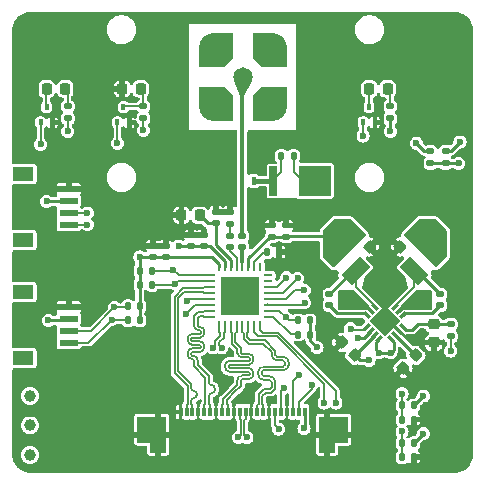
<source format=gbr>
%TF.GenerationSoftware,KiCad,Pcbnew,8.0.5*%
%TF.CreationDate,2025-03-05T14:18:00-05:00*%
%TF.ProjectId,minimax,6d696e69-6d61-4782-9e6b-696361645f70,rev?*%
%TF.SameCoordinates,Original*%
%TF.FileFunction,Copper,L1,Top*%
%TF.FilePolarity,Positive*%
%FSLAX46Y46*%
G04 Gerber Fmt 4.6, Leading zero omitted, Abs format (unit mm)*
G04 Created by KiCad (PCBNEW 8.0.5) date 2025-03-05 14:18:00*
%MOMM*%
%LPD*%
G01*
G04 APERTURE LIST*
G04 Aperture macros list*
%AMRoundRect*
0 Rectangle with rounded corners*
0 $1 Rounding radius*
0 $2 $3 $4 $5 $6 $7 $8 $9 X,Y pos of 4 corners*
0 Add a 4 corners polygon primitive as box body*
4,1,4,$2,$3,$4,$5,$6,$7,$8,$9,$2,$3,0*
0 Add four circle primitives for the rounded corners*
1,1,$1+$1,$2,$3*
1,1,$1+$1,$4,$5*
1,1,$1+$1,$6,$7*
1,1,$1+$1,$8,$9*
0 Add four rect primitives between the rounded corners*
20,1,$1+$1,$2,$3,$4,$5,0*
20,1,$1+$1,$4,$5,$6,$7,0*
20,1,$1+$1,$6,$7,$8,$9,0*
20,1,$1+$1,$8,$9,$2,$3,0*%
%AMRotRect*
0 Rectangle, with rotation*
0 The origin of the aperture is its center*
0 $1 length*
0 $2 width*
0 $3 Rotation angle, in degrees counterclockwise*
0 Add horizontal line*
21,1,$1,$2,0,0,$3*%
%AMFreePoly0*
4,1,7,0.650000,-1.525000,-0.650000,-1.525000,-0.650011,-0.675000,-1.750011,-0.675000,-1.750011,1.525000,0.650000,1.525000,0.650000,-1.525000,0.650000,-1.525000,$1*%
%AMFreePoly1*
4,1,7,1.750011,-0.675000,0.650011,-0.675000,0.650000,-1.525000,-0.650000,-1.525000,-0.650000,1.525000,1.750011,1.525000,1.750011,-0.675000,1.750011,-0.675000,$1*%
%AMFreePoly2*
4,1,25,1.707678,1.177678,1.715000,1.160000,1.715000,-0.940000,1.707678,-0.957678,0.957678,-1.707678,0.940000,-1.715000,-1.160000,-1.715000,-1.177678,-1.707678,-1.185000,-1.690000,-1.185000,0.000000,-1.177678,0.017678,-1.156389,0.038966,-1.140249,0.213149,-1.081668,0.419040,-0.986252,0.610661,-0.857250,0.781487,-0.699056,0.925700,-0.517056,1.038389,-0.317449,1.115718,-0.107031,1.155052,
-0.040304,1.155052,-0.017678,1.177678,0.000000,1.185000,1.690000,1.185000,1.707678,1.177678,1.707678,1.177678,$1*%
%AMFreePoly3*
4,1,25,0.017678,1.177678,0.040304,1.155052,0.107031,1.155052,0.317449,1.115718,0.517056,1.038389,0.699056,0.925700,0.857250,0.781487,0.986252,0.610661,1.081668,0.419040,1.140249,0.213149,1.156389,0.038966,1.177678,0.017678,1.185000,0.000000,1.185000,-1.690000,1.177678,-1.707678,1.160000,-1.715000,-0.940000,-1.715000,-0.957678,-1.707678,-1.707678,-0.957678,-1.715000,-0.940000,
-1.715000,1.160000,-1.707678,1.177678,-1.690000,1.185000,0.000000,1.185000,0.017678,1.177678,0.017678,1.177678,$1*%
%AMFreePoly4*
4,1,25,1.177678,1.707678,1.185000,1.690000,1.185000,0.000000,1.177678,-0.017678,1.156389,-0.038966,1.140249,-0.213149,1.081668,-0.419040,0.986252,-0.610661,0.857250,-0.781487,0.699056,-0.925700,0.517056,-1.038389,0.317449,-1.115718,0.107031,-1.155052,0.040304,-1.155052,0.017678,-1.177678,0.000000,-1.185000,-1.690000,-1.185000,-1.707678,-1.177678,-1.715000,-1.160000,-1.715000,0.940000,
-1.707678,0.957678,-0.957678,1.707678,-0.940000,1.715000,1.160000,1.715000,1.177678,1.707678,1.177678,1.707678,$1*%
G04 Aperture macros list end*
%TA.AperFunction,SMDPad,CuDef*%
%ADD10RotRect,1.244600X2.209800X225.000000*%
%TD*%
%TA.AperFunction,SMDPad,CuDef*%
%ADD11RotRect,1.244600X2.209800X315.000000*%
%TD*%
%TA.AperFunction,SMDPad,CuDef*%
%ADD12RoundRect,0.225000X-0.017678X0.335876X-0.335876X0.017678X0.017678X-0.335876X0.335876X-0.017678X0*%
%TD*%
%TA.AperFunction,SMDPad,CuDef*%
%ADD13RoundRect,0.225000X0.225000X0.250000X-0.225000X0.250000X-0.225000X-0.250000X0.225000X-0.250000X0*%
%TD*%
%TA.AperFunction,SMDPad,CuDef*%
%ADD14RoundRect,0.225000X-0.335876X-0.017678X-0.017678X-0.335876X0.335876X0.017678X0.017678X0.335876X0*%
%TD*%
%TA.AperFunction,SMDPad,CuDef*%
%ADD15RoundRect,0.225000X0.017678X-0.335876X0.335876X-0.017678X-0.017678X0.335876X-0.335876X0.017678X0*%
%TD*%
%TA.AperFunction,SMDPad,CuDef*%
%ADD16RoundRect,0.225000X0.335876X0.017678X0.017678X0.335876X-0.335876X-0.017678X-0.017678X-0.335876X0*%
%TD*%
%TA.AperFunction,SMDPad,CuDef*%
%ADD17RoundRect,0.225000X-0.250000X0.225000X-0.250000X-0.225000X0.250000X-0.225000X0.250000X0.225000X0*%
%TD*%
%TA.AperFunction,SMDPad,CuDef*%
%ADD18RoundRect,0.100000X-0.100000X0.155000X-0.100000X-0.155000X0.100000X-0.155000X0.100000X0.155000X0*%
%TD*%
%TA.AperFunction,SMDPad,CuDef*%
%ADD19RoundRect,0.140000X0.170000X-0.140000X0.170000X0.140000X-0.170000X0.140000X-0.170000X-0.140000X0*%
%TD*%
%TA.AperFunction,SMDPad,CuDef*%
%ADD20R,0.300000X0.800000*%
%TD*%
%TA.AperFunction,SMDPad,CuDef*%
%ADD21FreePoly0,0.000000*%
%TD*%
%TA.AperFunction,SMDPad,CuDef*%
%ADD22FreePoly1,0.000000*%
%TD*%
%TA.AperFunction,SMDPad,CuDef*%
%ADD23RoundRect,0.135000X0.135000X0.185000X-0.135000X0.185000X-0.135000X-0.185000X0.135000X-0.185000X0*%
%TD*%
%TA.AperFunction,SMDPad,CuDef*%
%ADD24RotRect,0.254000X0.711200X45.000000*%
%TD*%
%TA.AperFunction,SMDPad,CuDef*%
%ADD25RotRect,0.254000X0.711200X315.000000*%
%TD*%
%TA.AperFunction,SMDPad,CuDef*%
%ADD26RotRect,1.905000X1.905000X315.000000*%
%TD*%
%TA.AperFunction,SMDPad,CuDef*%
%ADD27RoundRect,0.218750X-0.218750X-0.256250X0.218750X-0.256250X0.218750X0.256250X-0.218750X0.256250X0*%
%TD*%
%TA.AperFunction,SMDPad,CuDef*%
%ADD28RoundRect,0.140000X-0.170000X0.140000X-0.170000X-0.140000X0.170000X-0.140000X0.170000X0.140000X0*%
%TD*%
%TA.AperFunction,SMDPad,CuDef*%
%ADD29RoundRect,0.135000X0.185000X-0.135000X0.185000X0.135000X-0.185000X0.135000X-0.185000X-0.135000X0*%
%TD*%
%TA.AperFunction,ComponentPad*%
%ADD30C,1.000000*%
%TD*%
%TA.AperFunction,SMDPad,CuDef*%
%ADD31RoundRect,0.135000X-0.135000X-0.185000X0.135000X-0.185000X0.135000X0.185000X-0.135000X0.185000X0*%
%TD*%
%TA.AperFunction,SMDPad,CuDef*%
%ADD32RoundRect,0.135000X-0.185000X0.135000X-0.185000X-0.135000X0.185000X-0.135000X0.185000X0.135000X0*%
%TD*%
%TA.AperFunction,SMDPad,CuDef*%
%ADD33R,0.762000X0.254000*%
%TD*%
%TA.AperFunction,SMDPad,CuDef*%
%ADD34R,0.254000X0.762000*%
%TD*%
%TA.AperFunction,SMDPad,CuDef*%
%ADD35R,3.200400X3.200400*%
%TD*%
%TA.AperFunction,SMDPad,CuDef*%
%ADD36R,1.550000X0.600000*%
%TD*%
%TA.AperFunction,SMDPad,CuDef*%
%ADD37R,1.800000X1.200000*%
%TD*%
%TA.AperFunction,SMDPad,CuDef*%
%ADD38R,0.650000X2.650000*%
%TD*%
%TA.AperFunction,SMDPad,CuDef*%
%ADD39C,1.650000*%
%TD*%
%TA.AperFunction,ComponentPad*%
%ADD40FreePoly2,180.000000*%
%TD*%
%TA.AperFunction,ComponentPad*%
%ADD41FreePoly3,180.000000*%
%TD*%
%TA.AperFunction,ComponentPad*%
%ADD42FreePoly4,90.000000*%
%TD*%
%TA.AperFunction,ComponentPad*%
%ADD43FreePoly4,180.000000*%
%TD*%
%TA.AperFunction,SMDPad,CuDef*%
%ADD44R,0.380000X0.660000*%
%TD*%
%TA.AperFunction,ViaPad*%
%ADD45C,0.600000*%
%TD*%
%TA.AperFunction,Conductor*%
%ADD46C,0.350000*%
%TD*%
%TA.AperFunction,Conductor*%
%ADD47C,0.254000*%
%TD*%
%TA.AperFunction,Conductor*%
%ADD48C,0.127000*%
%TD*%
%TA.AperFunction,Conductor*%
%ADD49C,0.200000*%
%TD*%
%TA.AperFunction,Conductor*%
%ADD50C,0.155200*%
%TD*%
%TA.AperFunction,Conductor*%
%ADD51C,0.381000*%
%TD*%
G04 APERTURE END LIST*
D10*
%TO.P,L4,1,1*%
%TO.N,+3V3*%
X16059769Y-20886678D03*
%TO.P,L4,2,2*%
%TO.N,Net-(U2-LX1)*%
X14533125Y-22413322D03*
%TD*%
D11*
%TO.P,L3,1,1*%
%TO.N,+1V8*%
X8033125Y-20886678D03*
%TO.P,L3,2,2*%
%TO.N,Net-(U2-LX2)*%
X9559769Y-22413322D03*
%TD*%
D12*
%TO.P,C19,1*%
%TO.N,Net-(U2-OUTS3)*%
X14671232Y-29551992D03*
%TO.P,C19,2*%
%TO.N,GND*%
X13575216Y-30648008D03*
%TD*%
D13*
%TO.P,C3,1*%
%TO.N,Net-(U1-CAP_VDD)*%
X-3625000Y-17700000D03*
%TO.P,C3,2*%
%TO.N,GND*%
X-5175000Y-17700000D03*
%TD*%
D12*
%TO.P,C16,1*%
%TO.N,+3V3*%
X14444455Y-19301992D03*
%TO.P,C16,2*%
%TO.N,GND*%
X13348439Y-20398008D03*
%TD*%
D14*
%TO.P,C14,1*%
%TO.N,+1V8*%
X9648439Y-19301992D03*
%TO.P,C14,2*%
%TO.N,GND*%
X10744455Y-20398008D03*
%TD*%
D15*
%TO.P,C11,1*%
%TO.N,/connector/V_POC*%
X9598439Y-24898008D03*
%TO.P,C11,2*%
%TO.N,GND*%
X10694455Y-23801992D03*
%TD*%
D16*
%TO.P,C18,1*%
%TO.N,+1V2*%
X9494455Y-29548008D03*
%TO.P,C18,2*%
%TO.N,GND*%
X8398439Y-28451992D03*
%TD*%
D17*
%TO.P,C17,1*%
%TO.N,Net-(U2-BIAS)*%
X16173224Y-26925000D03*
%TO.P,C17,2*%
%TO.N,GND*%
X16173224Y-28475000D03*
%TD*%
D16*
%TO.P,C12,1*%
%TO.N,/connector/V_POC*%
X14494455Y-24898008D03*
%TO.P,C12,2*%
%TO.N,GND*%
X13398439Y-23801992D03*
%TD*%
D18*
%TO.P,Q3,1,G*%
%TO.N,Net-(Q3-G)*%
X10200000Y-9845000D03*
%TO.P,Q3,2,S*%
%TO.N,GND*%
X11200000Y-9845000D03*
%TO.P,Q3,3,D*%
%TO.N,Net-(D3-K)*%
X10700000Y-8555000D03*
%TD*%
D19*
%TO.P,C15,1*%
%TO.N,Net-(U2-BST1)*%
X16746447Y-25330000D03*
%TO.P,C15,2*%
%TO.N,Net-(U2-LX1)*%
X16746447Y-24370000D03*
%TD*%
D20*
%TO.P,J1,1,1*%
%TO.N,GND*%
X-5249990Y-34350000D03*
%TO.P,J1,2,2*%
%TO.N,/camera/MIPI.CSI_D0_N*%
X-4749990Y-34350000D03*
%TO.P,J1,3,3*%
%TO.N,/camera/MIPI.CSI_D0_P*%
X-4249989Y-34350000D03*
%TO.P,J1,4,4*%
%TO.N,GND*%
X-3749990Y-34350000D03*
%TO.P,J1,5,5*%
%TO.N,/camera/MIPI.CSI_D1_N*%
X-3249988Y-34350000D03*
%TO.P,J1,6,6*%
%TO.N,/camera/MIPI.CSI_D1_P*%
X-2749989Y-34350000D03*
%TO.P,J1,7,7*%
%TO.N,GND*%
X-2249990Y-34350000D03*
%TO.P,J1,8,8*%
%TO.N,/camera/MIPI.CSI_CLK_N*%
X-1749989Y-34350000D03*
%TO.P,J1,9,9*%
%TO.N,/camera/MIPI.CSI_CLK_P*%
X-1249990Y-34350000D03*
%TO.P,J1,10,10*%
%TO.N,GND*%
X-749988Y-34350000D03*
%TO.P,J1,11,11*%
%TO.N,/camera/MIPI.CSI_D2_N*%
X-249989Y-34350000D03*
%TO.P,J1,12,12*%
%TO.N,/camera/MIPI.CSI_D2_P*%
X250010Y-34350000D03*
%TO.P,J1,13,13*%
%TO.N,GND*%
X750011Y-34350000D03*
%TO.P,J1,14,14*%
%TO.N,/camera/MIPI.CSI_D3_N*%
X1250010Y-34350000D03*
%TO.P,J1,15,15*%
%TO.N,/camera/MIPI.CSI_D3_P*%
X1750009Y-34350000D03*
%TO.P,J1,16,16*%
%TO.N,GND*%
X2250011Y-34350000D03*
%TO.P,J1,17,17*%
%TO.N,/camera/POWER_EN*%
X2750010Y-34350000D03*
%TO.P,J1,18,18*%
%TO.N,/camera/LED_EN*%
X3250011Y-34350000D03*
%TO.P,J1,19,19*%
%TO.N,GND*%
X3750010Y-34350000D03*
%TO.P,J1,20,20*%
%TO.N,/camera/MFP10_SCL*%
X4250009Y-34350000D03*
%TO.P,J1,21,21*%
%TO.N,/camera/MFP9_SDA*%
X4750011Y-34350000D03*
%TO.P,J1,22,22*%
%TO.N,+3V3*%
X5250010Y-34350000D03*
D21*
%TO.P,J1,P1,P1*%
%TO.N,GND*%
X-7149989Y-36275000D03*
D22*
%TO.P,J1,P2,P2*%
X7149989Y-36275000D03*
%TD*%
D19*
%TO.P,C1,1*%
%TO.N,+1V8*%
X3700000Y-19530000D03*
%TO.P,C1,2*%
%TO.N,GND*%
X3700000Y-18570000D03*
%TD*%
D23*
%TO.P,R19,1*%
%TO.N,VDDIO*%
X5710000Y-26600000D03*
%TO.P,R19,2*%
%TO.N,/camera/POWER_EN*%
X4690000Y-26600000D03*
%TD*%
D24*
%TO.P,U2,1,PGND2*%
%TO.N,GND*%
X11553029Y-25095920D03*
%TO.P,U2,2,LX2*%
%TO.N,Net-(U2-LX2)*%
X11199474Y-25449474D03*
%TO.P,U2,3,SUP2*%
%TO.N,/connector/V_POC*%
X10845921Y-25803027D03*
%TO.P,U2,4,BST2*%
%TO.N,Net-(U2-BST2)*%
X10492367Y-26156582D03*
D25*
%TO.P,U2,5,PGOOD*%
%TO.N,Net-(Q3-G)*%
X10492367Y-27143418D03*
%TO.P,U2,6,OUTS2*%
%TO.N,+1V8*%
X10845921Y-27496973D03*
%TO.P,U2,7,OUTS4*%
%TO.N,+1V2*%
X11199474Y-27850526D03*
%TO.P,U2,8,OUTS1*%
%TO.N,+3V3*%
X11553029Y-28204080D03*
D24*
%TO.P,U2,9,LDOIN3*%
X12539865Y-28204080D03*
%TO.P,U2,10,OUTS3*%
%TO.N,Net-(U2-OUTS3)*%
X12893420Y-27850526D03*
%TO.P,U2,11,AGND*%
%TO.N,GND*%
X13246973Y-27496973D03*
%TO.P,U2,12,BIAS*%
%TO.N,Net-(U2-BIAS)*%
X13600527Y-27143418D03*
D25*
%TO.P,U2,13,BST1*%
%TO.N,Net-(U2-BST1)*%
X13600527Y-26156582D03*
%TO.P,U2,14,SUP1*%
%TO.N,/connector/V_POC*%
X13246973Y-25803027D03*
%TO.P,U2,15,LX1*%
%TO.N,Net-(U2-LX1)*%
X12893420Y-25449474D03*
%TO.P,U2,16,PGND1*%
%TO.N,GND*%
X12539865Y-25095920D03*
D26*
%TO.P,U2,17,EPAD*%
X12046447Y-26650000D03*
%TD*%
D27*
%TO.P,D1,1,K*%
%TO.N,Net-(D1-K)*%
X-16587500Y-7000000D03*
%TO.P,D1,2,A*%
%TO.N,Net-(D1-A)*%
X-15012500Y-7000000D03*
%TD*%
D23*
%TO.P,R10,1*%
%TO.N,VDDIO*%
X14510000Y-33800000D03*
%TO.P,R10,2*%
%TO.N,MFP2_CFG1*%
X13490000Y-33800000D03*
%TD*%
D28*
%TO.P,C13,1*%
%TO.N,Net-(U2-LX2)*%
X7346447Y-24370000D03*
%TO.P,C13,2*%
%TO.N,Net-(U2-BST2)*%
X7346447Y-25330000D03*
%TD*%
D29*
%TO.P,R8,1*%
%TO.N,+3V3*%
X-8400000Y-9510000D03*
%TO.P,R8,2*%
%TO.N,Net-(D2-A)*%
X-8400000Y-8490000D03*
%TD*%
D19*
%TO.P,C10,1*%
%TO.N,/connector/SIO_N*%
X-1061100Y-20430000D03*
%TO.P,C10,2*%
%TO.N,Net-(C10-Pad2)*%
X-1061100Y-19470000D03*
%TD*%
D30*
%TO.P,TP1,1,1*%
%TO.N,Net-(U1-MFP8)*%
X-18000000Y-38000000D03*
%TD*%
D19*
%TO.P,C8,1*%
%TO.N,VDDIO*%
X-6525000Y-21230000D03*
%TO.P,C8,2*%
%TO.N,GND*%
X-6525000Y-20270000D03*
%TD*%
%TO.P,C6,1*%
%TO.N,+1V2*%
X-4400000Y-20330000D03*
%TO.P,C6,2*%
%TO.N,GND*%
X-4400000Y-19370000D03*
%TD*%
%TO.P,C2,1*%
%TO.N,+1V8*%
X2450000Y-19530000D03*
%TO.P,C2,2*%
%TO.N,GND*%
X2450000Y-18570000D03*
%TD*%
D31*
%TO.P,R6,1*%
%TO.N,VDDIO*%
X-8710000Y-23600000D03*
%TO.P,R6,2*%
%TO.N,/gmsl/ERRB*%
X-7690000Y-23600000D03*
%TD*%
D19*
%TO.P,C9,1*%
%TO.N,/connector/SIO_P*%
X-11100Y-20430000D03*
%TO.P,C9,2*%
%TO.N,Net-(C9-Pad2)*%
X-11100Y-19470000D03*
%TD*%
D32*
%TO.P,R1,1*%
%TO.N,+3V3*%
X17200000Y-12290000D03*
%TO.P,R1,2*%
%TO.N,VDDIO*%
X17200000Y-13310000D03*
%TD*%
D27*
%TO.P,D3,1,K*%
%TO.N,Net-(D3-K)*%
X10712500Y-7000000D03*
%TO.P,D3,2,A*%
%TO.N,Net-(D3-A)*%
X12287500Y-7000000D03*
%TD*%
D33*
%TO.P,U1,1,PWDNB*%
%TO.N,Net-(U1-PWDNB)*%
X2164600Y-26299999D03*
%TO.P,U1,2,MFP0*%
%TO.N,/camera/POWER_EN*%
X2164600Y-25800000D03*
%TO.P,U1,3,MFP1/CFG0*%
%TO.N,MFP1_CFG0*%
X2164600Y-25300001D03*
%TO.P,U1,4,MFP2/CFG1*%
%TO.N,MFP2_CFG1*%
X2164600Y-24800000D03*
%TO.P,U1,5,MFP9*%
%TO.N,/camera/MFP9_SDA*%
X2164600Y-24300000D03*
%TO.P,U1,6,MFP10*%
%TO.N,/camera/MFP10_SCL*%
X2164600Y-23799999D03*
%TO.P,U1,7,VREF*%
%TO.N,unconnected-(U1-VREF-Pad7)*%
X2164600Y-23300000D03*
%TO.P,U1,8,X1/OSC*%
%TO.N,unconnected-(U1-X1{slash}OSC-Pad8)*%
X2164600Y-22800001D03*
D34*
%TO.P,U1,9,X2*%
%TO.N,unconnected-(U1-X2-Pad9)*%
X1488899Y-22124300D03*
%TO.P,U1,10,XRES*%
%TO.N,Net-(U1-XRES)*%
X988900Y-22124300D03*
%TO.P,U1,11,VDD18*%
%TO.N,+1V8*%
X488901Y-22124300D03*
%TO.P,U1,12,SIOP*%
%TO.N,/connector/SIO_P*%
X-11100Y-22124300D03*
%TO.P,U1,13,SION*%
%TO.N,/connector/SIO_N*%
X-511100Y-22124300D03*
%TO.P,U1,14,CAP_VDD*%
%TO.N,Net-(U1-CAP_VDD)*%
X-1011101Y-22124300D03*
%TO.P,U1,15,VDD*%
%TO.N,+1V2*%
X-1511100Y-22124300D03*
%TO.P,U1,16,VDDIO*%
%TO.N,VDDIO*%
X-2011099Y-22124300D03*
D33*
%TO.P,U1,17,MFP3*%
%TO.N,/gmsl/LOCK*%
X-2686800Y-22800001D03*
%TO.P,U1,18,MFP4*%
%TO.N,/gmsl/ERRB*%
X-2686800Y-23300000D03*
%TO.P,U1,19,D2P*%
%TO.N,/camera/MIPI.CSI_D0_N*%
X-2686800Y-23799999D03*
%TO.P,U1,20,D2N*%
%TO.N,/camera/MIPI.CSI_D0_P*%
X-2686800Y-24300000D03*
%TO.P,U1,21,MFP5*%
%TO.N,/camera/LED_EN*%
X-2686800Y-24800000D03*
%TO.P,U1,22,MFP6*%
%TO.N,Net-(U1-MFP6)*%
X-2686800Y-25300001D03*
%TO.P,U1,23,D3P*%
%TO.N,/camera/MIPI.CSI_D1_N*%
X-2686800Y-25800000D03*
%TO.P,U1,24,D3N*%
%TO.N,/camera/MIPI.CSI_D1_P*%
X-2686800Y-26299999D03*
D34*
%TO.P,U1,25,D0P*%
%TO.N,/camera/MIPI.CSI_D2_N*%
X-2011099Y-26975700D03*
%TO.P,U1,26,D0N*%
%TO.N,/camera/MIPI.CSI_D2_P*%
X-1511100Y-26975700D03*
%TO.P,U1,27,CKP*%
%TO.N,/camera/MIPI.CSI_CLK_N*%
X-1011101Y-26975700D03*
%TO.P,U1,28,CKN*%
%TO.N,/camera/MIPI.CSI_CLK_P*%
X-511100Y-26975700D03*
%TO.P,U1,29,D1P*%
%TO.N,/camera/MIPI.CSI_D3_N*%
X-11100Y-26975700D03*
%TO.P,U1,30,D1N*%
%TO.N,/camera/MIPI.CSI_D3_P*%
X488901Y-26975700D03*
%TO.P,U1,31,MFP7*%
%TO.N,Net-(U1-MFP7)*%
X988900Y-26975700D03*
%TO.P,U1,32,MFP8*%
%TO.N,Net-(U1-MFP8)*%
X1488899Y-26975700D03*
D35*
%TO.P,U1,33,GND*%
%TO.N,GND*%
X-261100Y-24550000D03*
%TD*%
D23*
%TO.P,R3,1*%
%TO.N,VDDIO*%
X-8690000Y-26600000D03*
%TO.P,R3,2*%
%TO.N,/camera/MFP10_SCL*%
X-9710000Y-26600000D03*
%TD*%
%TO.P,R2,1*%
%TO.N,VDDIO*%
X-8690000Y-25400000D03*
%TO.P,R2,2*%
%TO.N,/camera/MFP9_SDA*%
X-9710000Y-25400000D03*
%TD*%
D31*
%TO.P,R11,1*%
%TO.N,MFP1_CFG0*%
X13490000Y-38200000D03*
%TO.P,R11,2*%
%TO.N,GND*%
X14510000Y-38200000D03*
%TD*%
D18*
%TO.P,Q1,1,G*%
%TO.N,/gmsl/LOCK*%
X-17100000Y-9845000D03*
%TO.P,Q1,2,S*%
%TO.N,GND*%
X-16100000Y-9845000D03*
%TO.P,Q1,3,D*%
%TO.N,Net-(D1-K)*%
X-16600000Y-8555000D03*
%TD*%
D29*
%TO.P,R7,1*%
%TO.N,+3V3*%
X-14800000Y-9510000D03*
%TO.P,R7,2*%
%TO.N,Net-(D1-A)*%
X-14800000Y-8490000D03*
%TD*%
%TO.P,R16,1*%
%TO.N,+3V3*%
X12500000Y-9510000D03*
%TO.P,R16,2*%
%TO.N,Net-(D3-A)*%
X12500000Y-8490000D03*
%TD*%
D19*
%TO.P,C5,1*%
%TO.N,+1V2*%
X-3300000Y-20330000D03*
%TO.P,C5,2*%
%TO.N,GND*%
X-3300000Y-19370000D03*
%TD*%
D36*
%TO.P,J4,1,1*%
%TO.N,GND*%
X-14725000Y-25500000D03*
%TO.P,J4,2,2*%
%TO.N,+3V3*%
X-14725000Y-26500000D03*
%TO.P,J4,3,3*%
%TO.N,/camera/MFP9_SDA*%
X-14725000Y-27500000D03*
%TO.P,J4,4,4*%
%TO.N,/camera/MFP10_SCL*%
X-14725000Y-28500000D03*
D37*
%TO.P,J4,S1*%
%TO.N,N/C*%
X-18600000Y-24200000D03*
%TO.P,J4,S2*%
X-18600000Y-29800000D03*
%TD*%
D29*
%TO.P,R14,1*%
%TO.N,Net-(C10-Pad2)*%
X-1100000Y-18410000D03*
%TO.P,R14,2*%
%TO.N,GND*%
X-1100000Y-17390000D03*
%TD*%
D32*
%TO.P,R15,1*%
%TO.N,Net-(U2-BIAS)*%
X17623224Y-26940000D03*
%TO.P,R15,2*%
%TO.N,Net-(Q3-G)*%
X17623224Y-27960000D03*
%TD*%
D27*
%TO.P,D2,1,K*%
%TO.N,GND*%
X-10187500Y-7000000D03*
%TO.P,D2,2,A*%
%TO.N,Net-(D2-A)*%
X-8612500Y-7000000D03*
%TD*%
D31*
%TO.P,R18,1*%
%TO.N,Net-(U1-XRES)*%
X2090000Y-20825000D03*
%TO.P,R18,2*%
%TO.N,GND*%
X3110000Y-20825000D03*
%TD*%
D23*
%TO.P,R13,1*%
%TO.N,/connector/V_POC*%
X4310000Y-12700000D03*
%TO.P,R13,2*%
%TO.N,Net-(L1-Pad2)*%
X3290000Y-12700000D03*
%TD*%
D30*
%TO.P,TP2,1,1*%
%TO.N,Net-(U1-MFP7)*%
X-18000000Y-35500000D03*
%TD*%
D32*
%TO.P,R5,1*%
%TO.N,+1V8*%
X15900000Y-12290000D03*
%TO.P,R5,2*%
%TO.N,VDDIO*%
X15900000Y-13310000D03*
%TD*%
D38*
%TO.P,L1,1,1*%
%TO.N,/connector/V_POC*%
X5070000Y-14800000D03*
%TO.P,L1,2,2*%
%TO.N,Net-(L1-Pad2)*%
X2530000Y-14800000D03*
%TD*%
D31*
%TO.P,R4,1*%
%TO.N,VDDIO*%
X-8710000Y-22400000D03*
%TO.P,R4,2*%
%TO.N,/gmsl/LOCK*%
X-7690000Y-22400000D03*
%TD*%
D18*
%TO.P,Q2,1,G*%
%TO.N,/gmsl/ERRB*%
X-10600000Y-9845000D03*
%TO.P,Q2,2,S*%
%TO.N,GND*%
X-9600000Y-9845000D03*
%TO.P,Q2,3,D*%
%TO.N,Net-(D2-A)*%
X-10100000Y-8555000D03*
%TD*%
D39*
%TO.P,J2,1,1*%
%TO.N,Net-(C9-Pad2)*%
X0Y-6000000D03*
D40*
%TO.P,J2,2,MH1*%
%TO.N,GND*%
X2540000Y-8540000D03*
D41*
%TO.P,J2,3,MH2*%
X-2540000Y-8540000D03*
D42*
%TO.P,J2,4,MH3*%
X2550000Y-3450000D03*
D43*
%TO.P,J2,5,MH4*%
X-2540000Y-3460000D03*
%TD*%
D30*
%TO.P,TP3,1,1*%
%TO.N,Net-(U1-MFP6)*%
X-18000000Y-33000000D03*
%TD*%
D23*
%TO.P,R17,1*%
%TO.N,VDDIO*%
X5710000Y-27800000D03*
%TO.P,R17,2*%
%TO.N,Net-(U1-PWDNB)*%
X4690000Y-27800000D03*
%TD*%
D19*
%TO.P,C7,1*%
%TO.N,VDDIO*%
X-7625000Y-21230000D03*
%TO.P,C7,2*%
%TO.N,GND*%
X-7625000Y-20270000D03*
%TD*%
D23*
%TO.P,R9,1*%
%TO.N,VDDIO*%
X14510000Y-37000000D03*
%TO.P,R9,2*%
%TO.N,MFP1_CFG0*%
X13490000Y-37000000D03*
%TD*%
D31*
%TO.P,R12,1*%
%TO.N,MFP2_CFG1*%
X13490000Y-35000000D03*
%TO.P,R12,2*%
%TO.N,GND*%
X14510000Y-35000000D03*
%TD*%
D44*
%TO.P,L2,1,1*%
%TO.N,Net-(L1-Pad2)*%
X940000Y-14800000D03*
%TO.P,L2,2,2*%
%TO.N,Net-(C9-Pad2)*%
X-20000Y-14800000D03*
%TD*%
D36*
%TO.P,J3,1,1*%
%TO.N,GND*%
X-14725000Y-15500000D03*
%TO.P,J3,2,2*%
%TO.N,+3V3*%
X-14725000Y-16500000D03*
%TO.P,J3,3,3*%
%TO.N,/camera/MFP9_SDA*%
X-14725000Y-17500000D03*
%TO.P,J3,4,4*%
%TO.N,/camera/MFP10_SCL*%
X-14725000Y-18500000D03*
D37*
%TO.P,J3,S1*%
%TO.N,N/C*%
X-18600000Y-14200000D03*
%TO.P,J3,S2*%
X-18600000Y-19800000D03*
%TD*%
D19*
%TO.P,C4,1*%
%TO.N,Net-(U1-CAP_VDD)*%
X-2250000Y-18380000D03*
%TO.P,C4,2*%
%TO.N,GND*%
X-2250000Y-17420000D03*
%TD*%
D45*
%TO.N,VDDIO*%
X6300000Y-28900000D03*
X15300000Y-36200000D03*
X15300000Y-33000000D03*
X-8700000Y-21225000D03*
X18300000Y-13300000D03*
%TO.N,+3V3*%
X18400000Y-11500000D03*
X-16587500Y-16525000D03*
X16146447Y-18400000D03*
X12546447Y-29350000D03*
X5200000Y-35750000D03*
X-16450000Y-26600000D03*
X11546447Y-29350000D03*
X-14800000Y-10600000D03*
X12500000Y-10600000D03*
X-8400000Y-10500000D03*
X15171447Y-18400000D03*
%TO.N,MFP1_CFG0*%
X13500000Y-36000000D03*
X5250000Y-25100000D03*
%TO.N,MFP2_CFG1*%
X5225000Y-24050000D03*
X13500000Y-32800000D03*
%TO.N,/camera/MIPI.CSI_D2_N*%
X-364760Y-36520000D03*
X-2514770Y-28940000D03*
%TO.N,GND*%
X-261100Y-23550000D03*
X-12075000Y-30550000D03*
X-13975000Y-11975000D03*
X-2950000Y-36400000D03*
X12521447Y-22650000D03*
X-1100000Y-16250000D03*
X12046447Y-26650000D03*
X-12700000Y-36600000D03*
X7875000Y-38725000D03*
X12521447Y-19150000D03*
X-1248714Y-25537614D03*
X4100000Y-36700000D03*
X-7825000Y-12250000D03*
X738900Y-23550000D03*
X-10500000Y-37125000D03*
X8400000Y-11725000D03*
X12046447Y-19875000D03*
X738900Y-24550000D03*
X-9602121Y-28337024D03*
X-1310000Y-31760000D03*
X12850000Y-26650000D03*
X17000000Y-35900000D03*
X-18175000Y-15925000D03*
X-1500000Y-36100000D03*
X12050000Y-25850000D03*
X-1261100Y-24550000D03*
X-261100Y-24550000D03*
X11571447Y-21200000D03*
X12521447Y-21200000D03*
X12021447Y-23400000D03*
X-261100Y-25550000D03*
X-18150000Y-17775000D03*
X-18325000Y-25900000D03*
X17125000Y-38850000D03*
X1020000Y-35720000D03*
X-7500000Y-33300000D03*
X11571447Y-19150000D03*
X12850000Y-12000000D03*
X-12300000Y-34000000D03*
X11571447Y-22650000D03*
X11250000Y-26650000D03*
X270000Y-33110000D03*
X12046447Y-21925000D03*
X738900Y-25550000D03*
X-3000000Y-30020000D03*
X-4500000Y-36350000D03*
X12050000Y-27425000D03*
X9675000Y-34225000D03*
X-1261100Y-23550000D03*
X14873224Y-28050000D03*
X-18150000Y-28000000D03*
%TO.N,/camera/MIPI.CSI_D2_P*%
X-1785230Y-28940000D03*
X364780Y-36520000D03*
%TO.N,/camera/MFP9_SDA*%
X5850000Y-32050000D03*
X-13150000Y-17500000D03*
X-10850000Y-25500000D03*
X4650000Y-23050000D03*
%TO.N,/camera/MFP10_SCL*%
X4800000Y-31200000D03*
X-13150000Y-18500000D03*
X3700000Y-23000000D03*
X-11100000Y-26550000D03*
%TO.N,/connector/V_POC*%
X8421447Y-25375000D03*
X8421447Y-24400000D03*
X6100000Y-15700000D03*
X15671447Y-24400000D03*
X6100000Y-13900000D03*
X15671447Y-25375000D03*
X7000000Y-14800000D03*
X6100000Y-14800000D03*
X7000000Y-15700000D03*
X7000000Y-13900000D03*
%TO.N,/camera/LED_EN*%
X3500000Y-32300000D03*
X-4675000Y-24950000D03*
%TO.N,/camera/POWER_EN*%
X3650000Y-26350000D03*
X3050000Y-35800000D03*
%TO.N,+1V2*%
X10696447Y-30000000D03*
X-5425000Y-20300000D03*
%TO.N,+1V8*%
X14700000Y-11600000D03*
X9796447Y-28100000D03*
X7946447Y-18400000D03*
X8946447Y-18400000D03*
%TO.N,Net-(U1-MFP8)*%
X7900000Y-33600000D03*
%TO.N,/gmsl/LOCK*%
X-5900000Y-22300000D03*
X-17100000Y-11700000D03*
%TO.N,/gmsl/ERRB*%
X-5700000Y-23500000D03*
X-10600000Y-11600000D03*
%TO.N,Net-(Q3-G)*%
X10200000Y-11000000D03*
X9146447Y-27300000D03*
X17623224Y-29200000D03*
%TO.N,Net-(U1-MFP7)*%
X6900000Y-33600000D03*
%TO.N,Net-(U1-MFP6)*%
X-4800000Y-26075000D03*
%TD*%
D46*
%TO.N,/connector/SIO_P*%
X-11100Y-20430000D02*
X-11100Y-21675000D01*
D47*
%TO.N,VDDIO*%
X5710000Y-27800000D02*
X5710000Y-28310000D01*
X-8710000Y-22400000D02*
X-8710000Y-23600000D01*
X14510000Y-33800000D02*
X14510000Y-33790000D01*
X-8700000Y-22390000D02*
X-8710000Y-22400000D01*
X-2011099Y-21788901D02*
X-2011099Y-22124300D01*
X15900000Y-13310000D02*
X17200000Y-13310000D01*
X-8695000Y-21230000D02*
X-7625000Y-21230000D01*
X14510000Y-37000000D02*
X14510000Y-36990000D01*
X-8690000Y-25400000D02*
X-8690000Y-26600000D01*
X14510000Y-33790000D02*
X15300000Y-33000000D01*
X17200000Y-13310000D02*
X18290000Y-13310000D01*
X5710000Y-28310000D02*
X6300000Y-28900000D01*
X-8710000Y-25380000D02*
X-8690000Y-25400000D01*
X-8700000Y-21225000D02*
X-2575000Y-21225000D01*
X-8700000Y-21225000D02*
X-8700000Y-22390000D01*
X-8700000Y-21225000D02*
X-8695000Y-21230000D01*
X-8710000Y-23600000D02*
X-8710000Y-25380000D01*
X-2575000Y-21225000D02*
X-2011099Y-21788901D01*
X5710000Y-26600000D02*
X5710000Y-27800000D01*
X14510000Y-36990000D02*
X15300000Y-36200000D01*
X18290000Y-13310000D02*
X18300000Y-13300000D01*
%TO.N,+3V3*%
X12796447Y-28450000D02*
X12796447Y-29100000D01*
X17200000Y-12290000D02*
X17610000Y-12290000D01*
X11296447Y-29100000D02*
X11546447Y-29350000D01*
X5250010Y-35699990D02*
X5250010Y-34350000D01*
X12546447Y-29293992D02*
X12485225Y-29232770D01*
D48*
X-14800000Y-10600000D02*
X-14825000Y-10575000D01*
X-14825000Y-10575000D02*
X-14825000Y-9560000D01*
X-8400000Y-10500000D02*
X-8400000Y-9510000D01*
D47*
X12550527Y-28204080D02*
X12796447Y-28450000D01*
X12546447Y-29350000D02*
X11546447Y-29350000D01*
X11296447Y-28450000D02*
X11296447Y-29100000D01*
X11542367Y-28204080D02*
X11296447Y-28450000D01*
X-14775000Y-26600000D02*
X-16450000Y-26600000D01*
X12539865Y-28204080D02*
X12550527Y-28204080D01*
X-14662500Y-16525000D02*
X-16587500Y-16525000D01*
X11553029Y-28204080D02*
X11542367Y-28204080D01*
X5200000Y-35750000D02*
X5250010Y-35699990D01*
X12796447Y-29100000D02*
X12546447Y-29350000D01*
X12500000Y-10600000D02*
X12500000Y-9510000D01*
X17610000Y-12290000D02*
X18400000Y-11500000D01*
X12546447Y-29350000D02*
X12546447Y-29293992D01*
%TO.N,Net-(U1-CAP_VDD)*%
X-2250000Y-20223998D02*
X-2250000Y-18380000D01*
X-2250000Y-18380000D02*
X-2945000Y-18380000D01*
X-1011101Y-21462897D02*
X-2250000Y-20223998D01*
X-1011101Y-22124300D02*
X-1011101Y-21462897D01*
X-2945000Y-18380000D02*
X-3625000Y-17700000D01*
D46*
%TO.N,Net-(C9-Pad2)*%
X-28900Y-14791100D02*
X-20000Y-14800000D01*
X-20000Y-14800000D02*
X-20000Y-6000000D01*
X0Y-6020000D02*
X0Y-6000000D01*
X-20000Y-19470000D02*
X-20000Y-14800000D01*
D49*
%TO.N,Net-(U1-XRES)*%
X1851199Y-20800000D02*
X2140000Y-20800000D01*
X988900Y-22124300D02*
X988900Y-21662299D01*
X988900Y-21662299D02*
X1851199Y-20800000D01*
D48*
%TO.N,Net-(U1-PWDNB)*%
X4690000Y-27775000D02*
X4075000Y-27775000D01*
X2599999Y-26299999D02*
X2164600Y-26299999D01*
X4075000Y-27775000D02*
X2599999Y-26299999D01*
%TO.N,MFP1_CFG0*%
X2150001Y-25300001D02*
X2100000Y-25250000D01*
X5250000Y-25100000D02*
X5049999Y-25300001D01*
X13490000Y-37000000D02*
X13490000Y-38200000D01*
X13500000Y-36000000D02*
X13490000Y-36010000D01*
X2164600Y-25300001D02*
X2150001Y-25300001D01*
X13490000Y-36010000D02*
X13490000Y-38200000D01*
X5049999Y-25300001D02*
X2164600Y-25300001D01*
%TO.N,MFP2_CFG1*%
X5225000Y-24050000D02*
X4431375Y-24050000D01*
X4431375Y-24050000D02*
X3681375Y-24800000D01*
X3681375Y-24800000D02*
X2164600Y-24800000D01*
X13490000Y-33800000D02*
X13490000Y-35000000D01*
X13490000Y-32810000D02*
X13500000Y-32800000D01*
X13490000Y-33800000D02*
X13490000Y-32810000D01*
D49*
%TO.N,/connector/SIO_N*%
X-511100Y-21288900D02*
X-1061100Y-20738900D01*
X-511100Y-22124300D02*
X-511100Y-21288900D01*
X-1061100Y-20738900D02*
X-1061100Y-20600000D01*
D50*
%TO.N,/camera/MIPI.CSI_D2_N*%
X-249989Y-34950001D02*
X-152389Y-35047601D01*
X-152389Y-35047601D02*
X-152389Y-35556861D01*
X-2011099Y-26975700D02*
X-2011099Y-27547201D01*
X-152391Y-36307631D02*
X-364760Y-36520000D01*
X-1913499Y-27947971D02*
X-2302401Y-28336873D01*
X-2011099Y-27547201D02*
X-1913499Y-27644801D01*
X-2302401Y-28727631D02*
X-2514770Y-28940000D01*
X-2302401Y-28336873D02*
X-2302401Y-28727631D01*
X-152391Y-35556863D02*
X-152391Y-36307631D01*
X-249989Y-34350000D02*
X-249989Y-34950001D01*
X-1913499Y-27644801D02*
X-1913499Y-27947971D01*
X-152389Y-35556861D02*
X-152391Y-35556863D01*
D49*
%TO.N,Net-(C10-Pad2)*%
X-1061100Y-19470000D02*
X-1061100Y-18448900D01*
X-1061100Y-18448900D02*
X-1100000Y-18410000D01*
X-1081100Y-19450000D02*
X-1061100Y-19470000D01*
D48*
%TO.N,Net-(D1-A)*%
X-14825000Y-7262500D02*
X-15037500Y-7050000D01*
X-14825000Y-8540000D02*
X-14825000Y-7262500D01*
%TO.N,Net-(D2-A)*%
X-10035000Y-8490000D02*
X-10100000Y-8555000D01*
X-8400000Y-8490000D02*
X-8400000Y-7212500D01*
X-8400000Y-8490000D02*
X-10035000Y-8490000D01*
X-8400000Y-7212500D02*
X-8612500Y-7000000D01*
%TO.N,Net-(D3-A)*%
X12500000Y-7212500D02*
X12287500Y-7000000D01*
X12500000Y-8490000D02*
X12500000Y-7212500D01*
%TO.N,Net-(D3-K)*%
X10712500Y-7000000D02*
X10712500Y-8567500D01*
D49*
%TO.N,GND*%
X-5250000Y-36250000D02*
X-5249990Y-36249990D01*
X2250011Y-34949989D02*
X2000000Y-35200000D01*
X-2250000Y-33850000D02*
X-2249990Y-33850010D01*
D48*
X13431162Y-24214604D02*
X13431162Y-23825696D01*
D49*
X2250011Y-34800000D02*
X2250011Y-33850011D01*
X-3750000Y-33850000D02*
X-3749990Y-33850010D01*
X3750010Y-33050010D02*
X3700000Y-33000000D01*
X-3750000Y-36200000D02*
X-3749990Y-36199990D01*
X2250000Y-33850000D02*
X2250011Y-33850011D01*
X-3749990Y-34900000D02*
X-3749990Y-33850010D01*
D47*
X12400000Y-26650000D02*
X12046447Y-26650000D01*
D49*
X750011Y-34900000D02*
X750011Y-33850011D01*
X-749988Y-34900000D02*
X-749988Y-33800012D01*
D47*
X13800000Y-28050000D02*
X13246973Y-27496973D01*
X14873224Y-28050000D02*
X13800000Y-28050000D01*
D49*
X-750000Y-33800000D02*
X-749988Y-33800012D01*
X750011Y-33850011D02*
X750000Y-33850000D01*
D48*
X12069981Y-26636446D02*
X12062132Y-26628597D01*
D49*
X-5249990Y-34900000D02*
X-5249990Y-36249990D01*
X-2249990Y-34900000D02*
X-2249990Y-33850010D01*
X-3749990Y-34900000D02*
X-3749990Y-36199990D01*
D47*
X13246973Y-27496973D02*
X12400000Y-26650000D01*
D49*
X3750010Y-35080010D02*
X3820000Y-35150000D01*
X3750010Y-34350000D02*
X3750010Y-35080010D01*
X-5249990Y-34900000D02*
X-5249990Y-33750010D01*
X-5250000Y-33750000D02*
X-5249990Y-33750010D01*
X2250011Y-34900000D02*
X2250011Y-34800000D01*
X3750010Y-34350000D02*
X3750010Y-33050010D01*
X-2249990Y-34900000D02*
X-2249990Y-36299990D01*
X2250011Y-34800000D02*
X2250011Y-34949989D01*
X-2250000Y-36300000D02*
X-2249990Y-36299990D01*
D50*
%TO.N,/camera/MIPI.CSI_D2_P*%
X152410Y-35683118D02*
X152411Y-35683119D01*
X-1997599Y-28727631D02*
X-1785230Y-28940000D01*
X250010Y-34350000D02*
X250010Y-34950001D01*
X-1511100Y-26975700D02*
X-1511100Y-27547201D01*
X-1511100Y-27547201D02*
X-1608700Y-27644801D01*
X152411Y-36307631D02*
X364780Y-36520000D01*
X250010Y-34950001D02*
X152410Y-35047601D01*
X152411Y-35683119D02*
X152411Y-36307631D01*
X152410Y-35047601D02*
X152410Y-35683118D01*
X-1608700Y-28074228D02*
X-1997599Y-28463127D01*
X-1608700Y-27644801D02*
X-1608700Y-28074228D01*
X-1997599Y-28463127D02*
X-1997599Y-28727631D01*
%TO.N,/camera/MIPI.CSI_D0_P*%
X-3355902Y-24202399D02*
X-4946871Y-24202399D01*
X-4293789Y-33706199D02*
X-4249989Y-33749999D01*
X-3901440Y-32796150D02*
X-3901440Y-32950000D01*
X-4946871Y-24202399D02*
X-5450000Y-24705528D01*
X-4347590Y-33652398D02*
X-4293789Y-33706199D01*
X-2686800Y-24300000D02*
X-3258301Y-24300000D01*
X-4249989Y-33749999D02*
X-4249989Y-34350000D01*
X-4347590Y-32026882D02*
X-4347590Y-32350000D01*
X-4347590Y-33396150D02*
X-4347590Y-33550000D01*
X-4347590Y-33550000D02*
X-4347590Y-33652398D01*
X-5450000Y-30924472D02*
X-4347590Y-32026882D01*
X-5450000Y-24705528D02*
X-5450000Y-30924472D01*
X-3258301Y-24300000D02*
X-3355902Y-24202399D01*
X-3901440Y-32950000D02*
G75*
G02*
X-4124515Y-33173060I-223060J0D01*
G01*
X-4124515Y-33173075D02*
G75*
G03*
X-4347525Y-33396150I15J-223025D01*
G01*
X-4347590Y-32350000D02*
G75*
G03*
X-4124515Y-32573090I223090J0D01*
G01*
X-4124515Y-32573075D02*
G75*
G02*
X-3901475Y-32796150I15J-223025D01*
G01*
%TO.N,/camera/MIPI.CSI_CLK_N*%
X-913500Y-32497971D02*
X-913500Y-32497972D01*
X-442400Y-31656480D02*
X-442400Y-31778400D01*
X610000Y-29827680D02*
X610000Y-29949600D01*
X-913676Y-27696213D02*
X-913676Y-27693777D01*
X-1011101Y-26975700D02*
X-1011101Y-27547201D01*
X-913676Y-28561852D02*
X-442400Y-29033128D01*
X-1749989Y-33749999D02*
X-1749989Y-34350000D01*
X-913676Y-27693777D02*
X-913676Y-28561852D01*
X-442400Y-31778400D02*
X-442400Y-32026871D01*
X518560Y-30041040D02*
X-46160Y-30041040D01*
X-1652389Y-33236861D02*
X-1652389Y-33652399D01*
X-442400Y-29033128D02*
X-442400Y-29340000D01*
X-46160Y-29736240D02*
X518560Y-29736240D01*
X-1494800Y-30437280D02*
X-1494800Y-30559200D01*
X610000Y-31046880D02*
X610000Y-31168800D01*
X518560Y-31260240D02*
X-46160Y-31260240D01*
X-1098560Y-30955440D02*
X-442400Y-30955440D01*
X-442400Y-30955440D02*
X518560Y-30955440D01*
X-914164Y-27655052D02*
X-914164Y-27705409D01*
X-442400Y-32026871D02*
X-458965Y-32043436D01*
X-1652389Y-33652399D02*
X-1749989Y-33749999D01*
X-1011101Y-27547201D02*
X-913500Y-27644802D01*
X-46160Y-30041040D02*
X-1098560Y-30041040D01*
X-458965Y-32043436D02*
X-913500Y-32497971D01*
X-913500Y-32497972D02*
X-1652389Y-33236861D01*
X-442400Y-29340000D02*
G75*
G03*
X-46160Y-29736200I396200J0D01*
G01*
X-46160Y-31260240D02*
G75*
G03*
X-442460Y-31656480I-40J-396260D01*
G01*
X518560Y-30955440D02*
G75*
G02*
X610060Y-31046880I40J-91460D01*
G01*
X610000Y-31168800D02*
G75*
G02*
X518560Y-31260200I-91400J0D01*
G01*
X-1494800Y-30559200D02*
G75*
G03*
X-1098560Y-30955400I396200J0D01*
G01*
X610000Y-29949600D02*
G75*
G02*
X518560Y-30041000I-91400J0D01*
G01*
X-1098560Y-30041040D02*
G75*
G03*
X-1494860Y-30437280I-40J-396260D01*
G01*
X518560Y-29736240D02*
G75*
G02*
X610060Y-29827680I40J-91460D01*
G01*
%TO.N,/camera/MIPI.CSI_D3_N*%
X2457600Y-32110000D02*
X2457600Y-32246872D01*
X86501Y-28142029D02*
X536872Y-28592400D01*
X2457600Y-32246872D02*
X2296872Y-32407600D01*
X3610000Y-30176000D02*
X3610000Y-30340000D01*
X86501Y-27644802D02*
X86501Y-28142029D01*
X2296872Y-32407600D02*
X1816872Y-32407600D01*
X-11100Y-27547201D02*
X86501Y-27644802D01*
X1347610Y-32876862D02*
X1347610Y-33652399D01*
X2938000Y-30000400D02*
X3434400Y-30000400D01*
X3434400Y-30515600D02*
X2938000Y-30515600D01*
X536872Y-28592400D02*
X1742400Y-28592400D01*
X2457600Y-31980000D02*
X2457600Y-32110000D01*
X1250010Y-33749999D02*
X1250010Y-34350000D01*
X1305200Y-30996000D02*
X1305200Y-31160000D01*
X1816872Y-32407600D02*
X1347610Y-32876862D01*
X1785600Y-31640400D02*
X2282000Y-31640400D01*
X-11100Y-26975700D02*
X-11100Y-27547201D01*
X2457600Y-29307600D02*
X2457600Y-29520000D01*
X1742400Y-28592400D02*
X2457600Y-29307600D01*
X2457600Y-31816000D02*
X2457600Y-31980000D01*
X2938000Y-30515600D02*
X1785600Y-30515600D01*
X1347610Y-33652399D02*
X1250010Y-33749999D01*
X3610000Y-30340000D02*
G75*
G02*
X3434400Y-30515600I-175600J0D01*
G01*
X1785600Y-30515600D02*
G75*
G03*
X1305200Y-30996000I0J-480400D01*
G01*
X2282000Y-31640400D02*
G75*
G02*
X2457600Y-31816000I0J-175600D01*
G01*
X3434400Y-30000400D02*
G75*
G02*
X3610000Y-30176000I0J-175600D01*
G01*
X2457600Y-29520000D02*
G75*
G03*
X2938000Y-30000400I480400J0D01*
G01*
X1305200Y-31160000D02*
G75*
G03*
X1785600Y-31640400I480400J0D01*
G01*
%TO.N,/camera/MIPI.CSI_D3_P*%
X1652409Y-33003119D02*
X1652409Y-33652399D01*
X391300Y-28015772D02*
X663128Y-28287600D01*
X2762400Y-29172400D02*
X2762400Y-29520000D01*
X2938000Y-30820400D02*
X1785600Y-30820400D01*
X2938000Y-29695600D02*
X3434400Y-29695600D01*
X1877600Y-28287600D02*
X2762400Y-29172400D01*
X3434400Y-30820400D02*
X2938000Y-30820400D01*
X1750009Y-33749999D02*
X1750009Y-34350000D01*
X2762400Y-32373128D02*
X2423128Y-32712400D01*
X663128Y-28287600D02*
X1877600Y-28287600D01*
X2423128Y-32712400D02*
X1943128Y-32712400D01*
X1610000Y-30996000D02*
X1610000Y-31160000D01*
X1943128Y-32712400D02*
X1652409Y-33003119D01*
X1785600Y-31335600D02*
X2282000Y-31335600D01*
X3914800Y-30176000D02*
X3914800Y-30340000D01*
X488901Y-27547201D02*
X391300Y-27644802D01*
X391300Y-27644802D02*
X391300Y-28015772D01*
X2762400Y-31980000D02*
X2762400Y-32110000D01*
X1652409Y-33652399D02*
X1750009Y-33749999D01*
X2762400Y-31816000D02*
X2762400Y-31980000D01*
X488901Y-26975700D02*
X488901Y-27547201D01*
X2762400Y-32110000D02*
X2762400Y-32373128D01*
X2762400Y-29520000D02*
G75*
G03*
X2938000Y-29695600I175600J0D01*
G01*
X3914800Y-30340000D02*
G75*
G02*
X3434400Y-30820400I-480400J0D01*
G01*
X1785600Y-30820400D02*
G75*
G03*
X1610000Y-30996000I0J-175600D01*
G01*
X3434400Y-29695600D02*
G75*
G02*
X3914800Y-30176000I0J-480400D01*
G01*
X2282000Y-31335600D02*
G75*
G02*
X2762400Y-31816000I0J-480400D01*
G01*
X1610000Y-31160000D02*
G75*
G03*
X1785600Y-31335600I175600J0D01*
G01*
%TO.N,/camera/MIPI.CSI_D1_P*%
X-2847589Y-31486883D02*
X-2847589Y-31316883D01*
X-2847589Y-33652399D02*
X-2847589Y-33009611D01*
X-3235200Y-27663520D02*
X-3235200Y-27541600D01*
X-3797600Y-26610000D02*
X-3797600Y-26407600D01*
X-3797600Y-30366872D02*
X-3797600Y-29980000D01*
X-3631440Y-27145360D02*
X-3706160Y-27145360D01*
X-3631440Y-28364560D02*
X-3797600Y-28364560D01*
X-4193840Y-29583760D02*
X-4268560Y-29583760D01*
X-3592399Y-26202399D02*
X-3355901Y-26202399D01*
X-2364729Y-32526751D02*
X-2364729Y-32329611D01*
X-2847589Y-31316883D02*
X-3797600Y-30366872D01*
X-3235200Y-28882720D02*
X-3235200Y-28760800D01*
X-3797600Y-28364560D02*
X-4268560Y-28364560D01*
X-4268560Y-29278960D02*
X-4193840Y-29278960D01*
X-4193840Y-29278960D02*
X-3631440Y-29278960D01*
X-2749989Y-34350000D02*
X-2749989Y-33749999D01*
X-2847589Y-31846751D02*
X-2847589Y-31649611D01*
X-4360000Y-28273120D02*
X-4360000Y-28151200D01*
X-2749989Y-33749999D02*
X-2847589Y-33652399D01*
X-3797600Y-26932000D02*
X-3797600Y-26610000D01*
X-3797600Y-26407600D02*
X-3592399Y-26202399D01*
X-3258301Y-26299999D02*
X-2686800Y-26299999D01*
X-3355901Y-26202399D02*
X-3258301Y-26299999D01*
X-2847589Y-31649611D02*
X-2847589Y-31486883D01*
X-3797600Y-27053920D02*
X-3797600Y-26932000D01*
X-4360000Y-29492320D02*
X-4360000Y-29370400D01*
X-4102400Y-28059760D02*
X-3631440Y-28059760D01*
X-4268560Y-28059760D02*
X-4102400Y-28059760D01*
X-3235200Y-28760800D02*
G75*
G03*
X-3631440Y-28364600I-396200J0D01*
G01*
X-3235200Y-27541600D02*
G75*
G03*
X-3631440Y-27145400I-396200J0D01*
G01*
X-4268560Y-29583760D02*
G75*
G02*
X-4360060Y-29492320I-40J91460D01*
G01*
X-4360000Y-28151200D02*
G75*
G02*
X-4268560Y-28059800I91400J0D01*
G01*
X-3631440Y-28059760D02*
G75*
G03*
X-3235140Y-27663520I40J396260D01*
G01*
X-4360000Y-29370400D02*
G75*
G02*
X-4268560Y-29279000I91400J0D01*
G01*
X-3706160Y-27145360D02*
G75*
G02*
X-3797660Y-27053920I-40J91460D01*
G01*
X-2364729Y-32329611D02*
G75*
G03*
X-2606159Y-32088129I-241471J11D01*
G01*
X-2606159Y-32768181D02*
G75*
G03*
X-2364819Y-32526751I-41J241381D01*
G01*
X-4268560Y-28364560D02*
G75*
G02*
X-4360060Y-28273120I-40J91460D01*
G01*
X-2606159Y-32088181D02*
G75*
G02*
X-2847581Y-31846751I-41J241381D01*
G01*
X-3797600Y-29980000D02*
G75*
G03*
X-4193840Y-29583800I-396200J0D01*
G01*
X-3631440Y-29278960D02*
G75*
G03*
X-3235140Y-28882720I40J396260D01*
G01*
X-2847589Y-33009611D02*
G75*
G02*
X-2606159Y-32768211I241389J11D01*
G01*
%TO.N,/camera/MIPI.CSI_CLK_P*%
X-1249990Y-33749999D02*
X-1249990Y-34350000D01*
X-608701Y-32624229D02*
X-1347590Y-33363118D01*
X-609364Y-27655052D02*
X-609364Y-27705409D01*
X-608876Y-27696213D02*
X-608876Y-27693777D01*
X-46160Y-29431440D02*
X518560Y-29431440D01*
X-46160Y-30345840D02*
X-1098560Y-30345840D01*
X-1347590Y-33652399D02*
X-1249990Y-33749999D01*
X-1190000Y-30437280D02*
X-1190000Y-30559200D01*
X-608701Y-32624228D02*
X-608701Y-32624229D01*
X914800Y-31046880D02*
X914800Y-31168800D01*
X-511100Y-27547201D02*
X-608701Y-27644802D01*
X-442400Y-30650640D02*
X518560Y-30650640D01*
X914800Y-29827680D02*
X914800Y-29949600D01*
X-137600Y-32153127D02*
X-243437Y-32258964D01*
X-137600Y-31656480D02*
X-137600Y-31778400D01*
X518560Y-30345840D02*
X-46160Y-30345840D01*
X-137600Y-31778400D02*
X-137600Y-32153127D01*
X518560Y-31565040D02*
X-46160Y-31565040D01*
X-243437Y-32258964D02*
X-608701Y-32624228D01*
X-608876Y-28435596D02*
X-137600Y-28906872D01*
X-137600Y-28906872D02*
X-137600Y-29340000D01*
X-511100Y-26975700D02*
X-511100Y-27547201D01*
X-1098560Y-30650640D02*
X-442400Y-30650640D01*
X-1347590Y-33363118D02*
X-1347590Y-33652399D01*
X-608876Y-27693777D02*
X-608876Y-28435596D01*
X518560Y-29431440D02*
G75*
G02*
X914860Y-29827680I40J-396260D01*
G01*
X-137600Y-29340000D02*
G75*
G03*
X-46160Y-29431400I91400J0D01*
G01*
X-1098560Y-30345840D02*
G75*
G03*
X-1190060Y-30437280I-40J-91460D01*
G01*
X-46160Y-31565040D02*
G75*
G03*
X-137660Y-31656480I-40J-91460D01*
G01*
X-1190000Y-30559200D02*
G75*
G03*
X-1098560Y-30650600I91400J0D01*
G01*
X914800Y-29949600D02*
G75*
G02*
X518560Y-30345800I-396200J0D01*
G01*
X518560Y-30650640D02*
G75*
G02*
X914860Y-31046880I40J-396260D01*
G01*
X914800Y-31168800D02*
G75*
G02*
X518560Y-31565000I-396200J0D01*
G01*
D48*
%TO.N,/camera/MFP9_SDA*%
X-12850000Y-27500000D02*
X-14725000Y-27500000D01*
X-13150000Y-17500000D02*
X-14725000Y-17500000D01*
X5850000Y-32050000D02*
X5850000Y-32431374D01*
X4750011Y-33531363D02*
X4750011Y-34350000D01*
X3400000Y-24300000D02*
X2164600Y-24300000D01*
X-10850000Y-25500000D02*
X-12850000Y-27500000D01*
X-9810000Y-25500000D02*
X-9710000Y-25400000D01*
X4650000Y-23050000D02*
X3400000Y-24300000D01*
X-10850000Y-25500000D02*
X-9810000Y-25500000D01*
X5850000Y-32431374D02*
X4750011Y-33531363D01*
D50*
%TO.N,/camera/MIPI.CSI_D1_N*%
X-3249988Y-33749999D02*
X-3152389Y-33652400D01*
X-3249988Y-34350000D02*
X-3249988Y-33749999D01*
X-3258301Y-25800000D02*
X-2686800Y-25800000D01*
X-4268560Y-28974160D02*
X-4193840Y-28974160D01*
X-4664800Y-29492320D02*
X-4664800Y-29370400D01*
X-4102400Y-26202400D02*
X-3797600Y-25897600D01*
X-4102400Y-27754960D02*
X-3631440Y-27754960D01*
X-3152389Y-33652400D02*
X-3152389Y-31443139D01*
X-4664800Y-28273120D02*
X-4664800Y-28151200D01*
X-4193840Y-29888560D02*
X-4268560Y-29888560D01*
X-4193840Y-28974160D02*
X-3631440Y-28974160D01*
X-3797600Y-25897600D02*
X-3355901Y-25897600D01*
X-4102400Y-26932000D02*
X-4102400Y-26610000D01*
X-4102400Y-26610000D02*
X-4102400Y-26202400D01*
X-3631440Y-28669360D02*
X-3797600Y-28669360D01*
X-3540000Y-28882720D02*
X-3540000Y-28760800D01*
X-3631440Y-27450160D02*
X-3706160Y-27450160D01*
X-3152389Y-31443139D02*
X-4102400Y-30493128D01*
X-4268560Y-27754960D02*
X-4102400Y-27754960D01*
X-4102400Y-30493128D02*
X-4102400Y-29980000D01*
X-3355901Y-25897600D02*
X-3258301Y-25800000D01*
X-4102400Y-27053920D02*
X-4102400Y-26932000D01*
X-3540000Y-27663520D02*
X-3540000Y-27541600D01*
X-3797600Y-28669360D02*
X-4268560Y-28669360D01*
X-3540000Y-28760800D02*
G75*
G03*
X-3631440Y-28669400I-91400J0D01*
G01*
X-4268560Y-28669360D02*
G75*
G02*
X-4664860Y-28273120I-40J396260D01*
G01*
X-4664800Y-29370400D02*
G75*
G02*
X-4268560Y-28974200I396200J0D01*
G01*
X-4102400Y-29980000D02*
G75*
G03*
X-4193840Y-29888600I-91400J0D01*
G01*
X-3631440Y-28974160D02*
G75*
G03*
X-3539940Y-28882720I40J91460D01*
G01*
X-3706160Y-27450160D02*
G75*
G02*
X-4102460Y-27053920I-40J396260D01*
G01*
X-3540000Y-27541600D02*
G75*
G03*
X-3631440Y-27450200I-91400J0D01*
G01*
X-4664800Y-28151200D02*
G75*
G02*
X-4268560Y-27755000I396200J0D01*
G01*
X-3631440Y-27754960D02*
G75*
G03*
X-3539940Y-27663520I40J91460D01*
G01*
X-4268560Y-29888560D02*
G75*
G02*
X-4664860Y-29492320I-40J396260D01*
G01*
D48*
%TO.N,/camera/MFP10_SCL*%
X2900001Y-23799999D02*
X2164600Y-23799999D01*
X-11050000Y-26600000D02*
X-11100000Y-26550000D01*
X4250009Y-31749991D02*
X4250009Y-34350000D01*
X-9710000Y-26600000D02*
X-11050000Y-26600000D01*
X4800000Y-31200000D02*
X4250009Y-31749991D01*
X3700000Y-23000000D02*
X2900001Y-23799999D01*
X-11100000Y-26550000D02*
X-13050000Y-28500000D01*
X-13150000Y-18500000D02*
X-14725000Y-18500000D01*
X-11150000Y-26500000D02*
X-11100000Y-26550000D01*
X-13050000Y-28500000D02*
X-14725000Y-28500000D01*
D50*
%TO.N,/camera/MIPI.CSI_D0_N*%
X-3258301Y-23799999D02*
X-3355902Y-23897600D01*
X-5760000Y-24584472D02*
X-5760000Y-31045528D01*
X-4652389Y-33652398D02*
X-4749990Y-33749999D01*
X-5760000Y-31045528D02*
X-4652389Y-32153139D01*
X-3355902Y-23897600D02*
X-5073128Y-23897600D01*
X-2686800Y-23799999D02*
X-3258301Y-23799999D01*
X-4749990Y-33749999D02*
X-4749990Y-34350000D01*
X-4652389Y-32153139D02*
X-4652389Y-33652398D01*
X-5073128Y-23897600D02*
X-5760000Y-24584472D01*
D47*
%TO.N,/connector/V_POC*%
X9100431Y-24400000D02*
X9598439Y-24898008D01*
X14971447Y-25375000D02*
X14494455Y-24898008D01*
X10845921Y-25803027D02*
X9940902Y-24898008D01*
X15671447Y-24400000D02*
X14992463Y-24400000D01*
D48*
X5030000Y-15830000D02*
X5030000Y-14800000D01*
D47*
X9940902Y-24898008D02*
X9598439Y-24898008D01*
D48*
X5080000Y-15050000D02*
X5080000Y-16020000D01*
X14138269Y-24921712D02*
X14527177Y-24921712D01*
D47*
X13246973Y-25803027D02*
X14151992Y-24898008D01*
X14992463Y-24400000D02*
X14494455Y-24898008D01*
X14151992Y-24898008D02*
X14494455Y-24898008D01*
D48*
X4310000Y-12700000D02*
X4310000Y-14040000D01*
D47*
X8421447Y-25375000D02*
X9121447Y-25375000D01*
X8421447Y-24400000D02*
X9100431Y-24400000D01*
X15671447Y-25375000D02*
X14971447Y-25375000D01*
D48*
X4310000Y-14040000D02*
X5070000Y-14800000D01*
D47*
X9121447Y-25375000D02*
X9598439Y-24898008D01*
D48*
%TO.N,Net-(L1-Pad2)*%
X3290000Y-14040000D02*
X2530000Y-14800000D01*
D51*
X940000Y-14800000D02*
X2490000Y-14800000D01*
D48*
X2490000Y-15830000D02*
X2490000Y-14800000D01*
X3290000Y-12700000D02*
X3290000Y-14040000D01*
%TO.N,/camera/LED_EN*%
X3500000Y-32300000D02*
X3250011Y-32549989D01*
X-4675000Y-24950000D02*
X-4525000Y-24800000D01*
X-4525000Y-24800000D02*
X-2686800Y-24800000D01*
X3250011Y-32549989D02*
X3250011Y-34350000D01*
%TO.N,/camera/POWER_EN*%
X3650000Y-26350000D02*
X3100000Y-25800000D01*
X3100000Y-25800000D02*
X2164600Y-25800000D01*
X2750010Y-35500010D02*
X2750010Y-34350000D01*
X4690000Y-26600000D02*
X3900000Y-26600000D01*
X3050000Y-35800000D02*
X2750010Y-35500010D01*
X3900000Y-26600000D02*
X3650000Y-26350000D01*
D49*
%TO.N,Net-(U2-LX2)*%
X11199474Y-25424474D02*
X9574507Y-23799507D01*
X11199474Y-25439212D02*
X11199474Y-25424474D01*
D47*
X7351447Y-24370000D02*
X9308125Y-22413322D01*
D49*
X9574507Y-23799507D02*
X9559769Y-23799507D01*
D47*
X7346447Y-24370000D02*
X7351447Y-24370000D01*
D49*
X9559769Y-23799507D02*
X9559769Y-22413322D01*
D47*
X9308125Y-22413322D02*
X9559769Y-22413322D01*
%TO.N,Net-(U2-BST2)*%
X8016447Y-26000000D02*
X7346447Y-25330000D01*
X10492367Y-26156582D02*
X10335785Y-26000000D01*
X10335785Y-26000000D02*
X8016447Y-26000000D01*
%TO.N,+1V2*%
X-5395000Y-20330000D02*
X-2795000Y-20330000D01*
X10696447Y-30000000D02*
X9946447Y-30000000D01*
X-2795000Y-20330000D02*
X-1511100Y-21613900D01*
X9946447Y-30000000D02*
X9494455Y-29548008D01*
X-1511100Y-21613900D02*
X-1511100Y-22124300D01*
X11191937Y-27850526D02*
X9494455Y-29548008D01*
X-5425000Y-20300000D02*
X-5395000Y-20330000D01*
X11199474Y-27850526D02*
X11191937Y-27850526D01*
%TO.N,+1V8*%
X488901Y-22124300D02*
X488901Y-21361099D01*
X15390000Y-12290000D02*
X14700000Y-11600000D01*
X8033125Y-20633125D02*
X8033125Y-20886678D01*
X3730000Y-19500000D02*
X6900000Y-19500000D01*
X10845921Y-27496973D02*
X10242894Y-28100000D01*
X3700000Y-19530000D02*
X2450000Y-19530000D01*
X6900000Y-19500000D02*
X8033125Y-20633125D01*
X10242894Y-28100000D02*
X9796447Y-28100000D01*
X488901Y-21361099D02*
X2320000Y-19530000D01*
X2320000Y-19530000D02*
X2450000Y-19530000D01*
X3700000Y-19530000D02*
X3730000Y-19500000D01*
X15900000Y-12290000D02*
X15390000Y-12290000D01*
%TO.N,Net-(U2-OUTS3)*%
X12893420Y-27850526D02*
X12900957Y-27850526D01*
X12900957Y-27850526D02*
X14598439Y-29548008D01*
%TO.N,Net-(U2-BIAS)*%
X13857109Y-27400000D02*
X14350000Y-27400000D01*
X14350000Y-27400000D02*
X14848008Y-26901992D01*
X13600527Y-27143418D02*
X13857109Y-27400000D01*
X16150216Y-26901992D02*
X16173224Y-26925000D01*
X16188225Y-26940001D02*
X17623224Y-26940001D01*
X14848008Y-26901992D02*
X16150216Y-26901992D01*
X16173224Y-26925000D02*
X16188225Y-26940001D01*
%TO.N,Net-(U2-BST1)*%
X13600527Y-26145920D02*
X13746447Y-26000000D01*
X13746447Y-26000000D02*
X16076447Y-26000000D01*
X13600527Y-26156582D02*
X13600527Y-26145920D01*
X16076447Y-26000000D02*
X16746447Y-25330000D01*
D49*
%TO.N,Net-(U2-LX1)*%
X12893420Y-25428027D02*
X14533125Y-23788322D01*
X12893420Y-25449474D02*
X12893420Y-25428027D01*
D47*
X14784769Y-22413322D02*
X16741447Y-24370000D01*
X14533125Y-22413322D02*
X14784769Y-22413322D01*
X16741447Y-24370000D02*
X16746447Y-24370000D01*
D49*
X14533125Y-23788322D02*
X14533125Y-22413322D01*
D48*
%TO.N,Net-(U1-MFP8)*%
X7900000Y-33600000D02*
X7900000Y-32550000D01*
X1700000Y-27650000D02*
X1488899Y-27438899D01*
X3000000Y-27650000D02*
X1700000Y-27650000D01*
X1488899Y-27438899D02*
X1488899Y-26975700D01*
X7900000Y-32550000D02*
X3000000Y-27650000D01*
%TO.N,/gmsl/LOCK*%
X-5900000Y-22300000D02*
X-6000000Y-22400000D01*
X-5399999Y-22800001D02*
X-2686800Y-22800001D01*
X-6000000Y-22400000D02*
X-7690000Y-22400000D01*
X-17100000Y-11700000D02*
X-17100000Y-9845000D01*
X-5900000Y-22300000D02*
X-5399999Y-22800001D01*
%TO.N,/gmsl/ERRB*%
X-5700000Y-23500000D02*
X-5500000Y-23300000D01*
X-5800000Y-23600000D02*
X-7690000Y-23600000D01*
X-5500000Y-23300000D02*
X-2686800Y-23300000D01*
X-10600000Y-11600000D02*
X-10600000Y-9845000D01*
X-5700000Y-23500000D02*
X-5800000Y-23600000D01*
%TO.N,Net-(Q3-G)*%
X17623224Y-29200000D02*
X17623224Y-27959999D01*
X10200000Y-9845000D02*
X10200000Y-11000000D01*
X10246447Y-27400000D02*
X9246447Y-27400000D01*
X9246447Y-27400000D02*
X9146447Y-27300000D01*
X10492367Y-27154080D02*
X10246447Y-27400000D01*
X10492367Y-27143418D02*
X10492367Y-27154080D01*
%TO.N,Net-(U1-MFP7)*%
X988900Y-27613900D02*
X988900Y-26975700D01*
X1325000Y-27950000D02*
X988900Y-27613900D01*
X2900000Y-27950000D02*
X1325000Y-27950000D01*
X6900000Y-31950000D02*
X2900000Y-27950000D01*
X6900000Y-33600000D02*
X6900000Y-31950000D01*
%TO.N,Net-(U1-MFP6)*%
X-4025001Y-25300001D02*
X-2686800Y-25300001D01*
X-4800000Y-26075000D02*
X-4025001Y-25300001D01*
%TO.N,Net-(D1-K)*%
X-16587500Y-7000000D02*
X-16612500Y-7025000D01*
X-16612500Y-7025000D02*
X-16612500Y-8617500D01*
%TD*%
%TA.AperFunction,Conductor*%
%TO.N,/connector/V_POC*%
G36*
X7428039Y-13519685D02*
G01*
X7473794Y-13572489D01*
X7485000Y-13624000D01*
X7485000Y-15976000D01*
X7465315Y-16043039D01*
X7412511Y-16088794D01*
X7361000Y-16100000D01*
X4859000Y-16100000D01*
X4791961Y-16080315D01*
X4746206Y-16027511D01*
X4735000Y-15976000D01*
X4735000Y-13624000D01*
X4754685Y-13556961D01*
X4807489Y-13511206D01*
X4859000Y-13500000D01*
X7361000Y-13500000D01*
X7428039Y-13519685D01*
G37*
%TD.AperFunction*%
%TD*%
%TA.AperFunction,Conductor*%
%TO.N,+3V3*%
G36*
X16337124Y-18019685D02*
G01*
X16357766Y-18036319D01*
X17260128Y-18938681D01*
X17293613Y-19000004D01*
X17296447Y-19026362D01*
X17296447Y-21173638D01*
X17276762Y-21240677D01*
X17260128Y-21261319D01*
X16484128Y-22037319D01*
X16422805Y-22070804D01*
X16353113Y-22065820D01*
X16308766Y-22037319D01*
X13709128Y-19437681D01*
X13675643Y-19376358D01*
X13680627Y-19306666D01*
X13709128Y-19262319D01*
X14935128Y-18036319D01*
X14996451Y-18002834D01*
X15022809Y-18000000D01*
X16270085Y-18000000D01*
X16337124Y-18019685D01*
G37*
%TD.AperFunction*%
%TD*%
%TA.AperFunction,Conductor*%
%TO.N,GND*%
G36*
X-3514164Y-33295843D02*
G01*
X-3482573Y-33358163D01*
X-3480489Y-33380799D01*
X-3480489Y-33465135D01*
X-3500174Y-33532174D01*
X-3507944Y-33541815D01*
X-3507584Y-33542091D01*
X-3512529Y-33548535D01*
X-3512532Y-33548539D01*
X-3512533Y-33548541D01*
X-3516296Y-33555059D01*
X-3555729Y-33623357D01*
X-3555730Y-33623360D01*
X-3558984Y-33635504D01*
X-3591075Y-33691084D01*
X-3599990Y-33699999D01*
X-3599990Y-33760820D01*
X-3619675Y-33827859D01*
X-3620887Y-33829709D01*
X-3642739Y-33862414D01*
X-3643971Y-33861590D01*
X-3679275Y-33905396D01*
X-3745571Y-33927456D01*
X-3813269Y-33910173D01*
X-3860876Y-33859033D01*
X-3863852Y-33852517D01*
X-3864023Y-33852261D01*
X-3864023Y-33852260D01*
X-3879094Y-33829705D01*
X-3899970Y-33763028D01*
X-3899990Y-33760816D01*
X-3899990Y-33700000D01*
X-3908901Y-33691089D01*
X-3940995Y-33635499D01*
X-3940995Y-33635498D01*
X-3944248Y-33623358D01*
X-3944478Y-33622959D01*
X-3944569Y-33622584D01*
X-3947359Y-33615848D01*
X-3946309Y-33615412D01*
X-3960949Y-33555059D01*
X-3938096Y-33489032D01*
X-3890889Y-33449240D01*
X-3829430Y-33419647D01*
X-3732318Y-33342209D01*
X-3701434Y-33303483D01*
X-3644245Y-33263345D01*
X-3574433Y-33260497D01*
X-3514164Y-33295843D01*
G37*
%TD.AperFunction*%
%TA.AperFunction,Conductor*%
G36*
X1140299Y-31673935D02*
G01*
X1184641Y-31702434D01*
X1270205Y-31787998D01*
X1270212Y-31788004D01*
X1402630Y-31876482D01*
X1402631Y-31876482D01*
X1402632Y-31876483D01*
X1549769Y-31937430D01*
X1549771Y-31937430D01*
X1549773Y-31937431D01*
X1550165Y-31937509D01*
X1550351Y-31937606D01*
X1555601Y-31939199D01*
X1555299Y-31940194D01*
X1612078Y-31969891D01*
X1646654Y-32030606D01*
X1642917Y-32100375D01*
X1613660Y-32146808D01*
X1146152Y-32614317D01*
X1085067Y-32675401D01*
X1041870Y-32750218D01*
X1032209Y-32786273D01*
X1019973Y-32831941D01*
X1019510Y-32833668D01*
X1019510Y-33465134D01*
X999825Y-33532173D01*
X992054Y-33541815D01*
X992414Y-33542091D01*
X987469Y-33548535D01*
X987466Y-33548539D01*
X987465Y-33548541D01*
X983702Y-33555059D01*
X944269Y-33623357D01*
X944268Y-33623360D01*
X941013Y-33635508D01*
X908922Y-33691088D01*
X900011Y-33699999D01*
X900011Y-33760816D01*
X880326Y-33827855D01*
X879114Y-33829706D01*
X857259Y-33862415D01*
X856026Y-33861591D01*
X820729Y-33905391D01*
X754434Y-33927455D01*
X686735Y-33910175D01*
X639125Y-33859037D01*
X636146Y-33852516D01*
X635976Y-33852262D01*
X635976Y-33852260D01*
X620907Y-33829708D01*
X600031Y-33763031D01*
X600011Y-33760819D01*
X600011Y-33700000D01*
X575385Y-33700000D01*
X525484Y-33709926D01*
X477100Y-33709926D01*
X424686Y-33699500D01*
X424684Y-33699500D01*
X75336Y-33699500D01*
X75335Y-33699500D01*
X24198Y-33709671D01*
X-24182Y-33709670D01*
X-75311Y-33699500D01*
X-75315Y-33699500D01*
X-424663Y-33699500D01*
X-477081Y-33709926D01*
X-525461Y-33709926D01*
X-575364Y-33700000D01*
X-599988Y-33700000D01*
X-599988Y-33760816D01*
X-619673Y-33827855D01*
X-620885Y-33829706D01*
X-642740Y-33862415D01*
X-643973Y-33861591D01*
X-679276Y-33905396D01*
X-745572Y-33927456D01*
X-813270Y-33910173D01*
X-860877Y-33859033D01*
X-863854Y-33852513D01*
X-879091Y-33829709D01*
X-899968Y-33763031D01*
X-899988Y-33760820D01*
X-899988Y-33700000D01*
X-908903Y-33691085D01*
X-940997Y-33635498D01*
X-943271Y-33627011D01*
X-944250Y-33623357D01*
X-969727Y-33579230D01*
X-986199Y-33511332D01*
X-963347Y-33445305D01*
X-950026Y-33429556D01*
X-346156Y-32825687D01*
X-346156Y-32825685D01*
X-335952Y-32815482D01*
X-335949Y-32815477D01*
X19108Y-32460422D01*
X124945Y-32354585D01*
X128068Y-32349176D01*
X168140Y-32279769D01*
X190500Y-32196322D01*
X190500Y-32017140D01*
X210185Y-31950101D01*
X262989Y-31904346D01*
X314500Y-31893140D01*
X569715Y-31893140D01*
X570230Y-31893104D01*
X589865Y-31893106D01*
X589868Y-31893107D01*
X589868Y-31893106D01*
X589869Y-31893107D01*
X729814Y-31865283D01*
X861640Y-31810691D01*
X980283Y-31731427D01*
X1009283Y-31702430D01*
X1070607Y-31668948D01*
X1140299Y-31673935D01*
G37*
%TD.AperFunction*%
%TA.AperFunction,Conductor*%
G36*
X2855345Y-32846700D02*
G01*
X2911278Y-32888572D01*
X2935695Y-32954036D01*
X2936011Y-32962882D01*
X2936011Y-33575500D01*
X2916326Y-33642539D01*
X2863522Y-33688294D01*
X2812011Y-33699500D01*
X2575336Y-33699500D01*
X2522918Y-33709926D01*
X2474538Y-33709926D01*
X2424635Y-33700000D01*
X2400011Y-33700000D01*
X2400011Y-33760816D01*
X2380326Y-33827855D01*
X2379114Y-33829706D01*
X2357259Y-33862415D01*
X2356026Y-33861591D01*
X2320723Y-33905396D01*
X2254427Y-33927456D01*
X2186729Y-33910173D01*
X2139122Y-33859033D01*
X2136145Y-33852513D01*
X2120908Y-33829709D01*
X2100031Y-33763031D01*
X2100011Y-33760820D01*
X2100011Y-33700000D01*
X2091096Y-33691085D01*
X2059002Y-33635498D01*
X2056728Y-33627011D01*
X2055749Y-33623357D01*
X2012554Y-33548541D01*
X2012550Y-33548537D01*
X2012549Y-33548535D01*
X2007605Y-33542091D01*
X2009978Y-33540270D01*
X1983343Y-33491492D01*
X1980509Y-33465134D01*
X1980509Y-33190384D01*
X2000194Y-33123345D01*
X2016828Y-33102703D01*
X2042712Y-33076819D01*
X2104035Y-33043334D01*
X2130393Y-33040500D01*
X2466321Y-33040500D01*
X2466323Y-33040500D01*
X2549770Y-33018140D01*
X2624586Y-32974945D01*
X2685673Y-32913858D01*
X2724330Y-32875201D01*
X2785653Y-32841716D01*
X2855345Y-32846700D01*
G37*
%TD.AperFunction*%
%TA.AperFunction,Conductor*%
G36*
X-1025371Y-28914160D02*
G01*
X-806819Y-29132712D01*
X-773334Y-29194035D01*
X-770500Y-29220393D01*
X-770500Y-29288598D01*
X-770540Y-29288734D01*
X-770540Y-29340000D01*
X-770540Y-29411346D01*
X-746871Y-29530330D01*
X-742699Y-29551298D01*
X-742199Y-29552946D01*
X-742191Y-29553851D01*
X-741511Y-29557269D01*
X-742160Y-29557397D01*
X-741576Y-29622813D01*
X-778826Y-29681926D01*
X-842120Y-29711516D01*
X-860860Y-29712940D01*
X-1149322Y-29712940D01*
X-1150170Y-29712994D01*
X-1169866Y-29712993D01*
X-1169867Y-29712993D01*
X-1309803Y-29740814D01*
X-1309815Y-29740817D01*
X-1441626Y-29795401D01*
X-1441629Y-29795402D01*
X-1560270Y-29874662D01*
X-1560273Y-29874664D01*
X-1661162Y-29975537D01*
X-1661166Y-29975543D01*
X-1740443Y-30094170D01*
X-1740444Y-30094171D01*
X-1795052Y-30225983D01*
X-1795053Y-30225986D01*
X-1822898Y-30365925D01*
X-1822899Y-30389674D01*
X-1822900Y-30389709D01*
X-1822900Y-30437264D01*
X-1822904Y-30499194D01*
X-1822900Y-30499243D01*
X-1822900Y-30507798D01*
X-1822940Y-30507934D01*
X-1822940Y-30559200D01*
X-1822940Y-30630546D01*
X-1795100Y-30770495D01*
X-1740491Y-30902324D01*
X-1661211Y-31020965D01*
X-1560308Y-31121858D01*
X-1520430Y-31148500D01*
X-1441661Y-31201125D01*
X-1441660Y-31201125D01*
X-1441659Y-31201126D01*
X-1309825Y-31255722D01*
X-1169873Y-31283547D01*
X-1169873Y-31283546D01*
X-1169872Y-31283547D01*
X-1134200Y-31283543D01*
X-1098527Y-31283540D01*
X-860812Y-31283540D01*
X-793773Y-31303225D01*
X-748018Y-31356029D01*
X-738074Y-31425187D01*
X-742154Y-31443542D01*
X-742652Y-31445181D01*
X-770498Y-31585125D01*
X-770499Y-31608874D01*
X-770500Y-31608909D01*
X-770500Y-31656471D01*
X-770504Y-31718394D01*
X-770500Y-31718443D01*
X-770500Y-31839605D01*
X-790185Y-31906644D01*
X-806819Y-31927286D01*
X-1114958Y-32235426D01*
X-1176047Y-32296515D01*
X-1853847Y-32974316D01*
X-1914932Y-33035400D01*
X-1958129Y-33110217D01*
X-1962853Y-33127847D01*
X-1979609Y-33190384D01*
X-1980489Y-33193667D01*
X-1980489Y-33465134D01*
X-2000174Y-33532173D01*
X-2007945Y-33541815D01*
X-2007585Y-33542091D01*
X-2012530Y-33548535D01*
X-2012533Y-33548539D01*
X-2012534Y-33548541D01*
X-2016297Y-33555059D01*
X-2055730Y-33623357D01*
X-2055731Y-33623361D01*
X-2058985Y-33635504D01*
X-2091076Y-33691085D01*
X-2099990Y-33699999D01*
X-2099990Y-33760819D01*
X-2119675Y-33827858D01*
X-2120887Y-33829709D01*
X-2142740Y-33862415D01*
X-2143973Y-33861591D01*
X-2179270Y-33905391D01*
X-2245565Y-33927455D01*
X-2313264Y-33910175D01*
X-2360874Y-33859037D01*
X-2363853Y-33852516D01*
X-2364023Y-33852262D01*
X-2364023Y-33852260D01*
X-2379094Y-33829705D01*
X-2399970Y-33763028D01*
X-2399990Y-33760816D01*
X-2399990Y-33700000D01*
X-2408901Y-33691089D01*
X-2440995Y-33635502D01*
X-2444249Y-33623357D01*
X-2487444Y-33548541D01*
X-2487448Y-33548537D01*
X-2487449Y-33548535D01*
X-2492393Y-33542091D01*
X-2490020Y-33540270D01*
X-2516655Y-33491492D01*
X-2519489Y-33465134D01*
X-2519489Y-33190103D01*
X-2499804Y-33123064D01*
X-2447000Y-33077309D01*
X-2423098Y-33069216D01*
X-2416797Y-33067777D01*
X-2301164Y-33012066D01*
X-2200829Y-32932020D01*
X-2120821Y-32831655D01*
X-2065153Y-32716002D01*
X-2036616Y-32590861D01*
X-2036629Y-32526684D01*
X-2036629Y-32524321D01*
X-2036629Y-32286416D01*
X-2036629Y-32278532D01*
X-2036679Y-32277804D01*
X-2036677Y-32265462D01*
X-2065225Y-32140349D01*
X-2120895Y-32024724D01*
X-2126942Y-32017140D01*
X-2200894Y-31924388D01*
X-2200898Y-31924383D01*
X-2226018Y-31904346D01*
X-2301219Y-31844361D01*
X-2301221Y-31844360D01*
X-2301222Y-31844359D01*
X-2416830Y-31788667D01*
X-2416840Y-31788663D01*
X-2423106Y-31787232D01*
X-2484078Y-31753111D01*
X-2516923Y-31691443D01*
X-2519489Y-31666347D01*
X-2519489Y-31273689D01*
X-2519489Y-31273688D01*
X-2541849Y-31190241D01*
X-2554228Y-31168800D01*
X-2585044Y-31115424D01*
X-3433181Y-30267287D01*
X-3466666Y-30205964D01*
X-3469500Y-30179606D01*
X-3469500Y-30031402D01*
X-3469460Y-30031265D01*
X-3469460Y-29908653D01*
X-3476406Y-29873736D01*
X-3497300Y-29768705D01*
X-3506136Y-29747375D01*
X-3513607Y-29677911D01*
X-3482335Y-29615430D01*
X-3425754Y-29581855D01*
X-3426027Y-29580954D01*
X-3422362Y-29579842D01*
X-3422248Y-29579775D01*
X-3421820Y-29579677D01*
X-3420202Y-29579186D01*
X-3420193Y-29579185D01*
X-3288370Y-29524596D01*
X-3169730Y-29445337D01*
X-3068931Y-29344553D01*
X-3007605Y-29311072D01*
X-2937914Y-29316061D01*
X-2905772Y-29333863D01*
X-2864012Y-29365907D01*
X-2792397Y-29420860D01*
X-2792396Y-29420860D01*
X-2792395Y-29420861D01*
X-2658479Y-29476330D01*
X-2536896Y-29492337D01*
X-2514771Y-29495250D01*
X-2514770Y-29495250D01*
X-2514769Y-29495250D01*
X-2492644Y-29492337D01*
X-2371061Y-29476330D01*
X-2237145Y-29420861D01*
X-2225487Y-29411915D01*
X-2160321Y-29386720D01*
X-2091875Y-29400757D01*
X-2074518Y-29411911D01*
X-2062855Y-29420861D01*
X-1928939Y-29476330D01*
X-1807356Y-29492337D01*
X-1785231Y-29495250D01*
X-1785230Y-29495250D01*
X-1785229Y-29495250D01*
X-1763104Y-29492337D01*
X-1641521Y-29476330D01*
X-1507605Y-29420861D01*
X-1392609Y-29332621D01*
X-1304369Y-29217625D01*
X-1248900Y-29083709D01*
X-1235991Y-28985654D01*
X-1207724Y-28921759D01*
X-1149400Y-28883288D01*
X-1079535Y-28882457D01*
X-1025371Y-28914160D01*
G37*
%TD.AperFunction*%
%TA.AperFunction,Conductor*%
G36*
X3896506Y-32810081D02*
G01*
X3932158Y-32870170D01*
X3936009Y-32900835D01*
X3936009Y-33612639D01*
X3916324Y-33679678D01*
X3900010Y-33699922D01*
X3900010Y-33760816D01*
X3880325Y-33827855D01*
X3879113Y-33829706D01*
X3857258Y-33862415D01*
X3856023Y-33861590D01*
X3820730Y-33905388D01*
X3754436Y-33927453D01*
X3686737Y-33910174D01*
X3639126Y-33859037D01*
X3636149Y-33852519D01*
X3635977Y-33852262D01*
X3635977Y-33852260D01*
X3620906Y-33829705D01*
X3600030Y-33763028D01*
X3600010Y-33760816D01*
X3600010Y-33699733D01*
X3566845Y-33638997D01*
X3564011Y-33612639D01*
X3564011Y-32952195D01*
X3583696Y-32885156D01*
X3636500Y-32839401D01*
X3640560Y-32837633D01*
X3643704Y-32836330D01*
X3643709Y-32836330D01*
X3764559Y-32786272D01*
X3834027Y-32778805D01*
X3896506Y-32810081D01*
G37*
%TD.AperFunction*%
%TA.AperFunction,Conductor*%
G36*
X18004418Y-500816D02*
G01*
X18204561Y-515130D01*
X18222063Y-517647D01*
X18413797Y-559355D01*
X18430755Y-564334D01*
X18614609Y-632909D01*
X18630701Y-640259D01*
X18802904Y-734288D01*
X18817784Y-743849D01*
X18896432Y-802725D01*
X18974867Y-861441D01*
X18988237Y-873027D01*
X19126972Y-1011762D01*
X19138558Y-1025132D01*
X19256146Y-1182210D01*
X19265711Y-1197095D01*
X19359740Y-1369298D01*
X19367090Y-1385390D01*
X19435662Y-1569236D01*
X19440646Y-1586212D01*
X19482351Y-1777931D01*
X19484869Y-1795442D01*
X19499184Y-1995580D01*
X19499500Y-2004427D01*
X19499500Y-37995572D01*
X19499184Y-38004419D01*
X19484869Y-38204557D01*
X19482351Y-38222068D01*
X19440646Y-38413787D01*
X19435662Y-38430763D01*
X19367090Y-38614609D01*
X19359740Y-38630701D01*
X19265711Y-38802904D01*
X19256146Y-38817789D01*
X19138558Y-38974867D01*
X19126972Y-38988237D01*
X18988237Y-39126972D01*
X18974867Y-39138558D01*
X18817789Y-39256146D01*
X18802904Y-39265711D01*
X18630701Y-39359740D01*
X18614609Y-39367090D01*
X18430763Y-39435662D01*
X18413787Y-39440646D01*
X18222068Y-39482351D01*
X18204557Y-39484869D01*
X18023779Y-39497799D01*
X18004417Y-39499184D01*
X17995572Y-39499500D01*
X-17995572Y-39499500D01*
X-18004418Y-39499184D01*
X-18026378Y-39497613D01*
X-18204558Y-39484869D01*
X-18222069Y-39482351D01*
X-18413788Y-39440646D01*
X-18430764Y-39435662D01*
X-18614610Y-39367090D01*
X-18630702Y-39359740D01*
X-18802905Y-39265711D01*
X-18817790Y-39256146D01*
X-18974868Y-39138558D01*
X-18988238Y-39126972D01*
X-19126973Y-38988237D01*
X-19138559Y-38974867D01*
X-19256151Y-38817784D01*
X-19265712Y-38802904D01*
X-19359741Y-38630701D01*
X-19367091Y-38614609D01*
X-19411191Y-38496373D01*
X-19435666Y-38430755D01*
X-19440645Y-38413797D01*
X-19482353Y-38222063D01*
X-19484870Y-38204556D01*
X-19487481Y-38168056D01*
X-19499184Y-38004418D01*
X-19499342Y-37999997D01*
X-18755249Y-37999997D01*
X-18755249Y-38000002D01*
X-18736315Y-38168056D01*
X-18680455Y-38327694D01*
X-18680453Y-38327697D01*
X-18590482Y-38470884D01*
X-18590477Y-38470890D01*
X-18470891Y-38590476D01*
X-18470885Y-38590481D01*
X-18327698Y-38680452D01*
X-18327695Y-38680454D01*
X-18327691Y-38680455D01*
X-18327690Y-38680456D01*
X-18264226Y-38702663D01*
X-18168057Y-38736314D01*
X-18000003Y-38755249D01*
X-18000000Y-38755249D01*
X-17999997Y-38755249D01*
X-17831944Y-38736314D01*
X-17831941Y-38736313D01*
X-17672310Y-38680456D01*
X-17672308Y-38680454D01*
X-17672306Y-38680454D01*
X-17672303Y-38680452D01*
X-17529116Y-38590481D01*
X-17529115Y-38590480D01*
X-17529110Y-38590477D01*
X-17409523Y-38470890D01*
X-17379091Y-38422458D01*
X-17319548Y-38327697D01*
X-17319546Y-38327694D01*
X-17319546Y-38327692D01*
X-17319544Y-38327690D01*
X-17263687Y-38168059D01*
X-17263687Y-38168058D01*
X-17263686Y-38168056D01*
X-17244751Y-38000002D01*
X-17244751Y-37999997D01*
X-17263686Y-37831943D01*
X-17313330Y-37690069D01*
X-17319544Y-37672310D01*
X-17319545Y-37672309D01*
X-17319546Y-37672305D01*
X-17319548Y-37672302D01*
X-17409519Y-37529115D01*
X-17409524Y-37529109D01*
X-17529110Y-37409523D01*
X-17529116Y-37409518D01*
X-17672303Y-37319547D01*
X-17672306Y-37319545D01*
X-17831944Y-37263685D01*
X-17999997Y-37244751D01*
X-18000003Y-37244751D01*
X-18168057Y-37263685D01*
X-18327695Y-37319545D01*
X-18327698Y-37319547D01*
X-18470885Y-37409518D01*
X-18470891Y-37409523D01*
X-18590477Y-37529109D01*
X-18590482Y-37529115D01*
X-18680453Y-37672302D01*
X-18680455Y-37672305D01*
X-18736315Y-37831943D01*
X-18755249Y-37999997D01*
X-19499342Y-37999997D01*
X-19499500Y-37995572D01*
X-19499500Y-36950004D01*
X-9155000Y-36950004D01*
X-9135591Y-37047579D01*
X-9135589Y-37047583D01*
X-9080312Y-37130311D01*
X-8997584Y-37185588D01*
X-8997580Y-37185590D01*
X-8900005Y-37204999D01*
X-8900002Y-37205000D01*
X-8178995Y-37205000D01*
X-8111956Y-37224685D01*
X-8066201Y-37277489D01*
X-8054995Y-37328998D01*
X-8054990Y-37800004D01*
X-8035578Y-37897584D01*
X-7980301Y-37980311D01*
X-7897573Y-38035588D01*
X-7897569Y-38035590D01*
X-7799994Y-38054999D01*
X-7799991Y-38055000D01*
X-7399989Y-38055000D01*
X-6899989Y-38055000D01*
X-6499987Y-38055000D01*
X-6499985Y-38054999D01*
X-6402410Y-38035590D01*
X-6402406Y-38035588D01*
X-6319678Y-37980311D01*
X-6264401Y-37897583D01*
X-6264399Y-37897579D01*
X-6244990Y-37800004D01*
X6244989Y-37800004D01*
X6264398Y-37897579D01*
X6264400Y-37897583D01*
X6319677Y-37980311D01*
X6402405Y-38035588D01*
X6402409Y-38035590D01*
X6499984Y-38054999D01*
X6499987Y-38055000D01*
X6899989Y-38055000D01*
X7399989Y-38055000D01*
X7799988Y-38055000D01*
X7897572Y-38035590D01*
X7980298Y-37980315D01*
X8035576Y-37897588D01*
X8054989Y-37800004D01*
X8054995Y-37328998D01*
X8074680Y-37261959D01*
X8127485Y-37216205D01*
X8178995Y-37205000D01*
X8900002Y-37205000D01*
X8900004Y-37204999D01*
X8997579Y-37185590D01*
X8997583Y-37185588D01*
X9080311Y-37130311D01*
X9135588Y-37047583D01*
X9135590Y-37047579D01*
X9154999Y-36950004D01*
X9155000Y-36950002D01*
X9155000Y-36525000D01*
X7399989Y-36525000D01*
X7399989Y-38055000D01*
X6899989Y-38055000D01*
X6899989Y-36525000D01*
X6244989Y-36525000D01*
X6244989Y-37800004D01*
X-6244990Y-37800004D01*
X-6244989Y-37800002D01*
X-6244989Y-36525000D01*
X-6899989Y-36525000D01*
X-6899989Y-38055000D01*
X-7399989Y-38055000D01*
X-7399989Y-36525000D01*
X-9155000Y-36525000D01*
X-9155000Y-36950004D01*
X-19499500Y-36950004D01*
X-19499500Y-35499997D01*
X-18755249Y-35499997D01*
X-18755249Y-35500002D01*
X-18736315Y-35668056D01*
X-18680455Y-35827694D01*
X-18680453Y-35827697D01*
X-18590482Y-35970884D01*
X-18590477Y-35970890D01*
X-18470891Y-36090476D01*
X-18470885Y-36090481D01*
X-18327698Y-36180452D01*
X-18327695Y-36180454D01*
X-18327691Y-36180455D01*
X-18327690Y-36180456D01*
X-18320725Y-36182893D01*
X-18168057Y-36236314D01*
X-18000003Y-36255249D01*
X-18000000Y-36255249D01*
X-17999997Y-36255249D01*
X-17831944Y-36236314D01*
X-17782166Y-36218896D01*
X-17672310Y-36180456D01*
X-17672308Y-36180454D01*
X-17672306Y-36180454D01*
X-17672303Y-36180452D01*
X-17529116Y-36090481D01*
X-17529115Y-36090480D01*
X-17529110Y-36090477D01*
X-17409523Y-35970890D01*
X-17379039Y-35922375D01*
X-17319548Y-35827697D01*
X-17319546Y-35827694D01*
X-17319546Y-35827692D01*
X-17319544Y-35827690D01*
X-17263687Y-35668059D01*
X-17263687Y-35668058D01*
X-17263686Y-35668056D01*
X-17244751Y-35500002D01*
X-17244751Y-35499997D01*
X-17263686Y-35331943D01*
X-17319546Y-35172305D01*
X-17319548Y-35172302D01*
X-17409519Y-35029115D01*
X-17409524Y-35029109D01*
X-17529110Y-34909523D01*
X-17529116Y-34909518D01*
X-17672303Y-34819547D01*
X-17672306Y-34819545D01*
X-17831944Y-34763685D01*
X-17953453Y-34749995D01*
X-9155000Y-34749995D01*
X-9155000Y-36025000D01*
X-7399989Y-36025000D01*
X-6899989Y-36025000D01*
X-6244989Y-36025000D01*
X-6244989Y-34774628D01*
X-5649990Y-34774628D01*
X-5635487Y-34847540D01*
X-5635485Y-34847544D01*
X-5580230Y-34930239D01*
X-5497535Y-34985494D01*
X-5497531Y-34985496D01*
X-5424619Y-34999999D01*
X-5424616Y-35000000D01*
X-5399990Y-35000000D01*
X-5399990Y-34500000D01*
X-5649990Y-34500000D01*
X-5649990Y-34774628D01*
X-6244989Y-34774628D01*
X-6244989Y-34749997D01*
X-6244990Y-34749995D01*
X-6264399Y-34652420D01*
X-6264401Y-34652416D01*
X-6319678Y-34569688D01*
X-6402406Y-34514411D01*
X-6402410Y-34514409D01*
X-6499986Y-34495000D01*
X-6899989Y-34495000D01*
X-6899989Y-36025000D01*
X-7399989Y-36025000D01*
X-7399989Y-34495000D01*
X-8900003Y-34495000D01*
X-8997580Y-34514409D01*
X-8997584Y-34514411D01*
X-9080312Y-34569688D01*
X-9135589Y-34652416D01*
X-9135591Y-34652420D01*
X-9155000Y-34749995D01*
X-17953453Y-34749995D01*
X-17999997Y-34744751D01*
X-18000003Y-34744751D01*
X-18168057Y-34763685D01*
X-18327695Y-34819545D01*
X-18327698Y-34819547D01*
X-18470885Y-34909518D01*
X-18470891Y-34909523D01*
X-18590477Y-35029109D01*
X-18590482Y-35029115D01*
X-18680453Y-35172302D01*
X-18680455Y-35172305D01*
X-18736315Y-35331943D01*
X-18755249Y-35499997D01*
X-19499500Y-35499997D01*
X-19499500Y-33925371D01*
X-5649990Y-33925371D01*
X-5649990Y-34200000D01*
X-5399990Y-34200000D01*
X-5399990Y-33700000D01*
X-5424617Y-33700000D01*
X-5497531Y-33714503D01*
X-5497535Y-33714505D01*
X-5580230Y-33769760D01*
X-5635485Y-33852455D01*
X-5635487Y-33852459D01*
X-5649990Y-33925371D01*
X-19499500Y-33925371D01*
X-19499500Y-32999997D01*
X-18755249Y-32999997D01*
X-18755249Y-33000002D01*
X-18736315Y-33168056D01*
X-18680455Y-33327694D01*
X-18680453Y-33327697D01*
X-18590482Y-33470884D01*
X-18590477Y-33470890D01*
X-18470891Y-33590476D01*
X-18470885Y-33590481D01*
X-18327698Y-33680452D01*
X-18327695Y-33680454D01*
X-18327691Y-33680455D01*
X-18327690Y-33680456D01*
X-18297311Y-33691086D01*
X-18168057Y-33736314D01*
X-18000003Y-33755249D01*
X-18000000Y-33755249D01*
X-17999997Y-33755249D01*
X-17831944Y-33736314D01*
X-17831941Y-33736313D01*
X-17672310Y-33680456D01*
X-17672308Y-33680454D01*
X-17672306Y-33680454D01*
X-17672303Y-33680452D01*
X-17529116Y-33590481D01*
X-17529115Y-33590480D01*
X-17529110Y-33590477D01*
X-17409523Y-33470890D01*
X-17405906Y-33465134D01*
X-17319548Y-33327697D01*
X-17319546Y-33327694D01*
X-17319546Y-33327692D01*
X-17319544Y-33327690D01*
X-17263687Y-33168059D01*
X-17263687Y-33168058D01*
X-17263686Y-33168056D01*
X-17244751Y-33000002D01*
X-17244751Y-32999997D01*
X-17263686Y-32831943D01*
X-17316831Y-32680063D01*
X-17319544Y-32672310D01*
X-17319545Y-32672309D01*
X-17319546Y-32672305D01*
X-17319548Y-32672302D01*
X-17409519Y-32529115D01*
X-17409524Y-32529109D01*
X-17529110Y-32409523D01*
X-17529116Y-32409518D01*
X-17672303Y-32319547D01*
X-17672306Y-32319545D01*
X-17831944Y-32263685D01*
X-17999997Y-32244751D01*
X-18000003Y-32244751D01*
X-18168057Y-32263685D01*
X-18327695Y-32319545D01*
X-18327698Y-32319547D01*
X-18470885Y-32409518D01*
X-18470891Y-32409523D01*
X-18590477Y-32529109D01*
X-18590482Y-32529115D01*
X-18680453Y-32672302D01*
X-18680455Y-32672305D01*
X-18736315Y-32831943D01*
X-18755249Y-32999997D01*
X-19499500Y-32999997D01*
X-19499500Y-30774500D01*
X-19479815Y-30707461D01*
X-19427011Y-30661706D01*
X-19375500Y-30650500D01*
X-17675324Y-30650500D01*
X-17675323Y-30650499D01*
X-17602260Y-30635966D01*
X-17519399Y-30580601D01*
X-17464034Y-30497740D01*
X-17449500Y-30424674D01*
X-17449500Y-29175326D01*
X-17449500Y-29175323D01*
X-17449501Y-29175321D01*
X-17464033Y-29102264D01*
X-17464034Y-29102260D01*
X-17476430Y-29083708D01*
X-17519399Y-29019399D01*
X-17577467Y-28980600D01*
X-17602261Y-28964033D01*
X-17602265Y-28964032D01*
X-17675323Y-28949500D01*
X-17675326Y-28949500D01*
X-19375500Y-28949500D01*
X-19442539Y-28929815D01*
X-19488294Y-28877011D01*
X-19499500Y-28825500D01*
X-19499500Y-26600000D01*
X-17005250Y-26600000D01*
X-16993572Y-26688705D01*
X-16986330Y-26743708D01*
X-16986329Y-26743712D01*
X-16930863Y-26877622D01*
X-16930862Y-26877624D01*
X-16930861Y-26877625D01*
X-16842621Y-26992621D01*
X-16727625Y-27080861D01*
X-16727624Y-27080861D01*
X-16727623Y-27080862D01*
X-16711167Y-27087678D01*
X-16593709Y-27136330D01*
X-16466720Y-27153048D01*
X-16450001Y-27155250D01*
X-16450000Y-27155250D01*
X-16449999Y-27155250D01*
X-16435023Y-27153278D01*
X-16306291Y-27136330D01*
X-16172375Y-27080861D01*
X-16071066Y-27003122D01*
X-16005899Y-26977930D01*
X-15995581Y-26977500D01*
X-15862245Y-26977500D01*
X-15795206Y-26997185D01*
X-15749451Y-27049989D01*
X-15739507Y-27119147D01*
X-15740625Y-27125681D01*
X-15748707Y-27166315D01*
X-15750500Y-27175327D01*
X-15750500Y-27824678D01*
X-15735968Y-27897735D01*
X-15735967Y-27897739D01*
X-15735966Y-27897740D01*
X-15713671Y-27931108D01*
X-15713669Y-27931110D01*
X-15692792Y-27997788D01*
X-15711277Y-28065168D01*
X-15713663Y-28068879D01*
X-15717303Y-28074328D01*
X-15735967Y-28102260D01*
X-15735968Y-28102264D01*
X-15750500Y-28175321D01*
X-15750500Y-28824678D01*
X-15735968Y-28897735D01*
X-15735967Y-28897739D01*
X-15735966Y-28897740D01*
X-15680601Y-28980601D01*
X-15610717Y-29027295D01*
X-15597740Y-29035966D01*
X-15597736Y-29035967D01*
X-15524679Y-29050499D01*
X-15524676Y-29050500D01*
X-15524674Y-29050500D01*
X-13925324Y-29050500D01*
X-13925323Y-29050499D01*
X-13852260Y-29035966D01*
X-13769399Y-28980601D01*
X-13714034Y-28897740D01*
X-13714033Y-28897735D01*
X-13711053Y-28890545D01*
X-13667211Y-28836143D01*
X-13600917Y-28814079D01*
X-13596493Y-28814000D01*
X-13008663Y-28814000D01*
X-13008661Y-28814000D01*
X-12941493Y-28796002D01*
X-12928800Y-28792601D01*
X-12928796Y-28792598D01*
X-12928794Y-28792598D01*
X-12857207Y-28751267D01*
X-12857208Y-28751267D01*
X-12857200Y-28751263D01*
X-11241491Y-27135552D01*
X-11180170Y-27102069D01*
X-11137627Y-27100296D01*
X-11100000Y-27105250D01*
X-10956291Y-27086330D01*
X-10822375Y-27030861D01*
X-10707379Y-26942621D01*
X-10707379Y-26942620D01*
X-10703475Y-26939625D01*
X-10638306Y-26914430D01*
X-10627988Y-26914000D01*
X-10288440Y-26914000D01*
X-10221401Y-26933685D01*
X-10177041Y-26983537D01*
X-10163076Y-27012102D01*
X-10163075Y-27012103D01*
X-10163074Y-27012105D01*
X-10072103Y-27103076D01*
X-10072100Y-27103078D01*
X-9976771Y-27149681D01*
X-9956518Y-27159582D01*
X-9881582Y-27170500D01*
X-9881577Y-27170500D01*
X-9538423Y-27170500D01*
X-9538418Y-27170500D01*
X-9463482Y-27159582D01*
X-9393321Y-27125282D01*
X-9347901Y-27103078D01*
X-9347898Y-27103076D01*
X-9287681Y-27042860D01*
X-9226358Y-27009375D01*
X-9156666Y-27014359D01*
X-9112319Y-27042860D01*
X-9052103Y-27103076D01*
X-9052100Y-27103078D01*
X-8956771Y-27149681D01*
X-8936518Y-27159582D01*
X-8861582Y-27170500D01*
X-8861577Y-27170500D01*
X-8518423Y-27170500D01*
X-8518418Y-27170500D01*
X-8443482Y-27159582D01*
X-8373321Y-27125282D01*
X-8327901Y-27103078D01*
X-8327898Y-27103076D01*
X-8236924Y-27012102D01*
X-8236922Y-27012099D01*
X-8189119Y-26914316D01*
X-8180418Y-26896518D01*
X-8169500Y-26821582D01*
X-8169500Y-26378418D01*
X-8180418Y-26303482D01*
X-8188964Y-26286000D01*
X-8236922Y-26187900D01*
X-8236924Y-26187897D01*
X-8276181Y-26148640D01*
X-8309666Y-26087317D01*
X-8312500Y-26060959D01*
X-8312500Y-25939040D01*
X-8292815Y-25872001D01*
X-8276180Y-25851358D01*
X-8236924Y-25812102D01*
X-8236922Y-25812099D01*
X-8202862Y-25742427D01*
X-8180418Y-25696518D01*
X-8169500Y-25621582D01*
X-8169500Y-25178418D01*
X-8180418Y-25103482D01*
X-8182778Y-25098656D01*
X-8236922Y-24987900D01*
X-8236924Y-24987897D01*
X-8296181Y-24928640D01*
X-8329666Y-24867317D01*
X-8332500Y-24840959D01*
X-8332500Y-24139040D01*
X-8312815Y-24072001D01*
X-8296186Y-24051364D01*
X-8294821Y-24049999D01*
X-8287685Y-24042862D01*
X-8226366Y-24009375D01*
X-8156674Y-24014356D01*
X-8112320Y-24042859D01*
X-8052103Y-24103076D01*
X-8052100Y-24103078D01*
X-7941344Y-24157222D01*
X-7936518Y-24159582D01*
X-7861582Y-24170500D01*
X-7861577Y-24170500D01*
X-7518423Y-24170500D01*
X-7518418Y-24170500D01*
X-7443482Y-24159582D01*
X-7369512Y-24123420D01*
X-7327901Y-24103078D01*
X-7327898Y-24103076D01*
X-7236927Y-24012105D01*
X-7236924Y-24012102D01*
X-7222960Y-23983537D01*
X-7175831Y-23931956D01*
X-7111560Y-23914000D01*
X-6106851Y-23914000D01*
X-6039812Y-23933685D01*
X-6031367Y-23939623D01*
X-5977625Y-23980861D01*
X-5896477Y-24014473D01*
X-5842073Y-24058313D01*
X-5820008Y-24124607D01*
X-5837287Y-24192307D01*
X-5856247Y-24216714D01*
X-5961457Y-24321926D01*
X-5961458Y-24321927D01*
X-6022543Y-24383011D01*
X-6065740Y-24457828D01*
X-6073346Y-24486215D01*
X-6088100Y-24541277D01*
X-6088100Y-31088723D01*
X-6079221Y-31121858D01*
X-6065740Y-31172171D01*
X-6065739Y-31172172D01*
X-6049023Y-31201126D01*
X-6035621Y-31224338D01*
X-6022545Y-31246986D01*
X-6022543Y-31246988D01*
X-5016808Y-32252723D01*
X-4983323Y-32314046D01*
X-4980489Y-32340404D01*
X-4980489Y-33465133D01*
X-5000174Y-33532172D01*
X-5007946Y-33541815D01*
X-5007586Y-33542091D01*
X-5012531Y-33548535D01*
X-5012534Y-33548539D01*
X-5012535Y-33548541D01*
X-5016298Y-33555059D01*
X-5055731Y-33623357D01*
X-5058985Y-33635503D01*
X-5091077Y-33691086D01*
X-5099990Y-33699999D01*
X-5099990Y-33760817D01*
X-5119675Y-33827856D01*
X-5120887Y-33829706D01*
X-5135957Y-33852259D01*
X-5150490Y-33925323D01*
X-5150490Y-34774678D01*
X-5135958Y-34847735D01*
X-5135957Y-34847739D01*
X-5135956Y-34847740D01*
X-5120888Y-34870292D01*
X-5100010Y-34936967D01*
X-5099990Y-34939181D01*
X-5099990Y-35000000D01*
X-5075366Y-35000000D01*
X-5025466Y-34990073D01*
X-4977083Y-34990073D01*
X-4924664Y-35000500D01*
X-4575316Y-35000500D01*
X-4524179Y-34990328D01*
X-4475800Y-34990328D01*
X-4436983Y-34998049D01*
X-4424664Y-35000500D01*
X-4424663Y-35000500D01*
X-4075314Y-35000500D01*
X-4038596Y-34993196D01*
X-4022901Y-34990074D01*
X-3974517Y-34990074D01*
X-3924617Y-35000000D01*
X-3899990Y-35000000D01*
X-3899990Y-34939184D01*
X-3880305Y-34872145D01*
X-3879092Y-34870293D01*
X-3857237Y-34837585D01*
X-3856005Y-34838408D01*
X-3820719Y-34794614D01*
X-3754427Y-34772543D01*
X-3686726Y-34789816D01*
X-3639110Y-34840949D01*
X-3636128Y-34847479D01*
X-3635955Y-34847739D01*
X-3635954Y-34847740D01*
X-3620888Y-34870289D01*
X-3600010Y-34936964D01*
X-3599990Y-34939178D01*
X-3599990Y-35000000D01*
X-3575366Y-35000000D01*
X-3525466Y-34990073D01*
X-3477081Y-34990073D01*
X-3441578Y-34997135D01*
X-3424663Y-35000500D01*
X-3424662Y-35000500D01*
X-3075313Y-35000500D01*
X-3024181Y-34990329D01*
X-2975797Y-34990329D01*
X-2924666Y-35000500D01*
X-2924663Y-35000500D01*
X-2575314Y-35000500D01*
X-2538596Y-34993196D01*
X-2522901Y-34990074D01*
X-2474517Y-34990074D01*
X-2424617Y-35000000D01*
X-2399990Y-35000000D01*
X-2399990Y-34939184D01*
X-2380305Y-34872145D01*
X-2379092Y-34870293D01*
X-2357237Y-34837585D01*
X-2356004Y-34838409D01*
X-2320711Y-34794611D01*
X-2254418Y-34772545D01*
X-2186718Y-34789823D01*
X-2139106Y-34840959D01*
X-2136127Y-34847484D01*
X-2120888Y-34870290D01*
X-2100010Y-34936967D01*
X-2099990Y-34939181D01*
X-2099990Y-35000000D01*
X-2075366Y-35000000D01*
X-2025466Y-34990073D01*
X-1977082Y-34990073D01*
X-1937452Y-34997956D01*
X-1924664Y-35000500D01*
X-1924663Y-35000500D01*
X-1575314Y-35000500D01*
X-1524182Y-34990329D01*
X-1475798Y-34990329D01*
X-1424667Y-35000500D01*
X-1424664Y-35000500D01*
X-1075316Y-35000500D01*
X-1022897Y-34990073D01*
X-974515Y-34990073D01*
X-924613Y-35000000D01*
X-899988Y-35000000D01*
X-899988Y-34939178D01*
X-880303Y-34872139D01*
X-879132Y-34870350D01*
X-864024Y-34847740D01*
X-864024Y-34847739D01*
X-857239Y-34837585D01*
X-856007Y-34838408D01*
X-820711Y-34794608D01*
X-754417Y-34772543D01*
X-686717Y-34789822D01*
X-639107Y-34840958D01*
X-636128Y-34847483D01*
X-620886Y-34870293D01*
X-600008Y-34936970D01*
X-599988Y-34939184D01*
X-599988Y-35000000D01*
X-591078Y-35008910D01*
X-558985Y-35064493D01*
X-555729Y-35076643D01*
X-512534Y-35151459D01*
X-512532Y-35151461D01*
X-512530Y-35151464D01*
X-507585Y-35157909D01*
X-509959Y-35159729D01*
X-483323Y-35208508D01*
X-480489Y-35234866D01*
X-480489Y-35506047D01*
X-480491Y-35506081D01*
X-480491Y-35889226D01*
X-500176Y-35956265D01*
X-552980Y-36002020D01*
X-557038Y-36003787D01*
X-642384Y-36039138D01*
X-757381Y-36127379D01*
X-845623Y-36242377D01*
X-901089Y-36376287D01*
X-901090Y-36376291D01*
X-920010Y-36519999D01*
X-920010Y-36520000D01*
X-901090Y-36663708D01*
X-901089Y-36663712D01*
X-845623Y-36797622D01*
X-845622Y-36797624D01*
X-845621Y-36797625D01*
X-757381Y-36912621D01*
X-642385Y-37000861D01*
X-508469Y-37056330D01*
X-381480Y-37073048D01*
X-364761Y-37075250D01*
X-364760Y-37075250D01*
X-364759Y-37075250D01*
X-349783Y-37073278D01*
X-221051Y-37056330D01*
X-87135Y-37000861D01*
X-75477Y-36991915D01*
X-10311Y-36966720D01*
X58135Y-36980757D01*
X75492Y-36991911D01*
X87155Y-37000861D01*
X221071Y-37056330D01*
X348060Y-37073048D01*
X364779Y-37075250D01*
X364780Y-37075250D01*
X364781Y-37075250D01*
X379757Y-37073278D01*
X508489Y-37056330D01*
X642405Y-37000861D01*
X757401Y-36912621D01*
X845641Y-36797625D01*
X901110Y-36663709D01*
X920030Y-36520000D01*
X901110Y-36376291D01*
X845641Y-36242375D01*
X757401Y-36127379D01*
X642405Y-36039139D01*
X642403Y-36039138D01*
X557058Y-36003787D01*
X502655Y-35959946D01*
X480590Y-35893652D01*
X480511Y-35889226D01*
X480511Y-35632329D01*
X480510Y-35632311D01*
X480510Y-35234866D01*
X500195Y-35167827D01*
X507965Y-35158184D01*
X507606Y-35157909D01*
X512550Y-35151465D01*
X512551Y-35151462D01*
X512555Y-35151459D01*
X555750Y-35076643D01*
X555750Y-35076642D01*
X559003Y-35064500D01*
X591098Y-35008912D01*
X600011Y-34999999D01*
X600011Y-34939181D01*
X619696Y-34872142D01*
X620909Y-34870290D01*
X642762Y-34837585D01*
X643995Y-34838409D01*
X679288Y-34794611D01*
X745581Y-34772545D01*
X813281Y-34789823D01*
X860893Y-34840959D01*
X863872Y-34847484D01*
X879113Y-34870293D01*
X899991Y-34936970D01*
X900011Y-34939184D01*
X900011Y-35000000D01*
X924637Y-35000000D01*
X974537Y-34990074D01*
X1022921Y-34990074D01*
X1075334Y-35000500D01*
X1075336Y-35000500D01*
X1424685Y-35000500D01*
X1475817Y-34990329D01*
X1524201Y-34990329D01*
X1575332Y-35000500D01*
X1575335Y-35000500D01*
X1924683Y-35000500D01*
X1977102Y-34990073D01*
X2025484Y-34990073D01*
X2075386Y-35000000D01*
X2100011Y-35000000D01*
X2100011Y-34939178D01*
X2119696Y-34872139D01*
X2120867Y-34870350D01*
X2135975Y-34847740D01*
X2135975Y-34847739D01*
X2142760Y-34837585D01*
X2143992Y-34838408D01*
X2179288Y-34794608D01*
X2245582Y-34772543D01*
X2313282Y-34789822D01*
X2360892Y-34840958D01*
X2363871Y-34847483D01*
X2379113Y-34870293D01*
X2399991Y-34936970D01*
X2400011Y-34939184D01*
X2400011Y-35000266D01*
X2433176Y-35061003D01*
X2436010Y-35087361D01*
X2436010Y-35541350D01*
X2452873Y-35604287D01*
X2452874Y-35604287D01*
X2457409Y-35621211D01*
X2457410Y-35621213D01*
X2485937Y-35670623D01*
X2502410Y-35738523D01*
X2501489Y-35748807D01*
X2494750Y-35799997D01*
X2494750Y-35800000D01*
X2502160Y-35856287D01*
X2513670Y-35943708D01*
X2513671Y-35943712D01*
X2569137Y-36077622D01*
X2569138Y-36077624D01*
X2569139Y-36077625D01*
X2657379Y-36192621D01*
X2772375Y-36280861D01*
X2772376Y-36280861D01*
X2772377Y-36280862D01*
X2817013Y-36299350D01*
X2906291Y-36336330D01*
X3033280Y-36353048D01*
X3049999Y-36355250D01*
X3050000Y-36355250D01*
X3050001Y-36355250D01*
X3064977Y-36353278D01*
X3193709Y-36336330D01*
X3327625Y-36280861D01*
X3442621Y-36192621D01*
X3530861Y-36077625D01*
X3586330Y-35943709D01*
X3605250Y-35800000D01*
X3586330Y-35656291D01*
X3537142Y-35537539D01*
X3530862Y-35522377D01*
X3530861Y-35522376D01*
X3530861Y-35522375D01*
X3442621Y-35407379D01*
X3327625Y-35319139D01*
X3327624Y-35319138D01*
X3327622Y-35319137D01*
X3193712Y-35263671D01*
X3193710Y-35263670D01*
X3171820Y-35260788D01*
X3107925Y-35232519D01*
X3069456Y-35174193D01*
X3064010Y-35137849D01*
X3064010Y-35124500D01*
X3083695Y-35057461D01*
X3136499Y-35011706D01*
X3188010Y-35000500D01*
X3424686Y-35000500D01*
X3461404Y-34993196D01*
X3477099Y-34990074D01*
X3525483Y-34990074D01*
X3575383Y-35000000D01*
X3600010Y-35000000D01*
X3600010Y-34939184D01*
X3619695Y-34872145D01*
X3620908Y-34870293D01*
X3642763Y-34837585D01*
X3643996Y-34838409D01*
X3679286Y-34794615D01*
X3745579Y-34772547D01*
X3813279Y-34789824D01*
X3860892Y-34840959D01*
X3863872Y-34847485D01*
X3879112Y-34870293D01*
X3899990Y-34936970D01*
X3900010Y-34939184D01*
X3900010Y-35000000D01*
X3924636Y-35000000D01*
X3974536Y-34990074D01*
X4022920Y-34990074D01*
X4075333Y-35000500D01*
X4075335Y-35000500D01*
X4424684Y-35000500D01*
X4437002Y-34998049D01*
X4475820Y-34990328D01*
X4524200Y-34990328D01*
X4563017Y-34998049D01*
X4575336Y-35000500D01*
X4575337Y-35000500D01*
X4748510Y-35000500D01*
X4815549Y-35020185D01*
X4861304Y-35072989D01*
X4872510Y-35124500D01*
X4872510Y-35246252D01*
X4852825Y-35313291D01*
X4823999Y-35344626D01*
X4807380Y-35357378D01*
X4719137Y-35472377D01*
X4663671Y-35606287D01*
X4663670Y-35606291D01*
X4644750Y-35750000D01*
X4663662Y-35893652D01*
X4663670Y-35893708D01*
X4663671Y-35893712D01*
X4719137Y-36027622D01*
X4719138Y-36027624D01*
X4719139Y-36027625D01*
X4807379Y-36142621D01*
X4922375Y-36230861D01*
X5056291Y-36286330D01*
X5183280Y-36303048D01*
X5199999Y-36305250D01*
X5200000Y-36305250D01*
X5200001Y-36305250D01*
X5214977Y-36303278D01*
X5343709Y-36286330D01*
X5477625Y-36230861D01*
X5592621Y-36142621D01*
X5680861Y-36027625D01*
X5736330Y-35893709D01*
X5755250Y-35750000D01*
X5736330Y-35606291D01*
X5680861Y-35472375D01*
X5657943Y-35442507D01*
X5653133Y-35436238D01*
X5627940Y-35371069D01*
X5627510Y-35360753D01*
X5627510Y-34892844D01*
X5634080Y-34859815D01*
X5633594Y-34859719D01*
X5650509Y-34774678D01*
X5650510Y-34774676D01*
X5650510Y-34749995D01*
X6244989Y-34749995D01*
X6244989Y-36025000D01*
X6899989Y-36025000D01*
X7399989Y-36025000D01*
X9155000Y-36025000D01*
X9155000Y-34749997D01*
X9154999Y-34749995D01*
X9135590Y-34652420D01*
X9135588Y-34652416D01*
X9080311Y-34569688D01*
X8997583Y-34514411D01*
X8997579Y-34514409D01*
X8900003Y-34495000D01*
X7399989Y-34495000D01*
X7399989Y-36025000D01*
X6899989Y-36025000D01*
X6899989Y-34495000D01*
X6499986Y-34495000D01*
X6402409Y-34514409D01*
X6402405Y-34514411D01*
X6319677Y-34569688D01*
X6264400Y-34652416D01*
X6264398Y-34652420D01*
X6244989Y-34749995D01*
X5650510Y-34749995D01*
X5650510Y-33925323D01*
X5650509Y-33925321D01*
X5635977Y-33852264D01*
X5635976Y-33852260D01*
X5619669Y-33827855D01*
X5580611Y-33769399D01*
X5525245Y-33732405D01*
X5497749Y-33714033D01*
X5497745Y-33714032D01*
X5424687Y-33699500D01*
X5424684Y-33699500D01*
X5325299Y-33699500D01*
X5258260Y-33679815D01*
X5212505Y-33627011D01*
X5202561Y-33557853D01*
X5231586Y-33494297D01*
X5237618Y-33487819D01*
X5663817Y-33061620D01*
X6101262Y-32624175D01*
X6142601Y-32552574D01*
X6142904Y-32551439D01*
X6143423Y-32550588D01*
X6145712Y-32545064D01*
X6146573Y-32545420D01*
X6179263Y-32491780D01*
X6187186Y-32485156D01*
X6242621Y-32442621D01*
X6330861Y-32327625D01*
X6344524Y-32294637D01*
X6347439Y-32287602D01*
X6391279Y-32233198D01*
X6457573Y-32211133D01*
X6525273Y-32228412D01*
X6572884Y-32279549D01*
X6586000Y-32335054D01*
X6586000Y-33085900D01*
X6566315Y-33152939D01*
X6537487Y-33184275D01*
X6507382Y-33207375D01*
X6419137Y-33322377D01*
X6363671Y-33456287D01*
X6363670Y-33456291D01*
X6347976Y-33575500D01*
X6344750Y-33600000D01*
X6362696Y-33736314D01*
X6363670Y-33743708D01*
X6363671Y-33743712D01*
X6419137Y-33877622D01*
X6419138Y-33877624D01*
X6419139Y-33877625D01*
X6507379Y-33992621D01*
X6622375Y-34080861D01*
X6756291Y-34136330D01*
X6883280Y-34153048D01*
X6899999Y-34155250D01*
X6900000Y-34155250D01*
X6900001Y-34155250D01*
X6914977Y-34153278D01*
X7043709Y-34136330D01*
X7177625Y-34080861D01*
X7292621Y-33992621D01*
X7301625Y-33980886D01*
X7358050Y-33939685D01*
X7427796Y-33935529D01*
X7488717Y-33969740D01*
X7498367Y-33980876D01*
X7507379Y-33992621D01*
X7622375Y-34080861D01*
X7756291Y-34136330D01*
X7883280Y-34153048D01*
X7899999Y-34155250D01*
X7900000Y-34155250D01*
X7900001Y-34155250D01*
X7914977Y-34153278D01*
X8043709Y-34136330D01*
X8177625Y-34080861D01*
X8292621Y-33992621D01*
X8380861Y-33877625D01*
X8436330Y-33743709D01*
X8455250Y-33600000D01*
X8436330Y-33456291D01*
X8388220Y-33340141D01*
X8380862Y-33322377D01*
X8380861Y-33322376D01*
X8380861Y-33322375D01*
X8292621Y-33207379D01*
X8292618Y-33207377D01*
X8292617Y-33207375D01*
X8262513Y-33184275D01*
X8221310Y-33127847D01*
X8214000Y-33085900D01*
X8214000Y-32800000D01*
X12944750Y-32800000D01*
X12958025Y-32900835D01*
X12963670Y-32943708D01*
X12963671Y-32943712D01*
X13019138Y-33077623D01*
X13019139Y-33077625D01*
X13095373Y-33176975D01*
X13120567Y-33242144D01*
X13106529Y-33310589D01*
X13084679Y-33340141D01*
X13036924Y-33387896D01*
X13036921Y-33387900D01*
X12980419Y-33503478D01*
X12980418Y-33503480D01*
X12980418Y-33503482D01*
X12969500Y-33578418D01*
X12969500Y-34021582D01*
X12980418Y-34096518D01*
X12980418Y-34096519D01*
X12980419Y-34096521D01*
X13036921Y-34212099D01*
X13036923Y-34212102D01*
X13135163Y-34310342D01*
X13132903Y-34312601D01*
X13165415Y-34354029D01*
X13171986Y-34423589D01*
X13139908Y-34485659D01*
X13134303Y-34490517D01*
X13036923Y-34587897D01*
X13036921Y-34587900D01*
X12980419Y-34703478D01*
X12980418Y-34703480D01*
X12980418Y-34703482D01*
X12969500Y-34778418D01*
X12969500Y-35221582D01*
X12980418Y-35296518D01*
X12980418Y-35296519D01*
X12980419Y-35296521D01*
X13036921Y-35412099D01*
X13036923Y-35412102D01*
X13084678Y-35459857D01*
X13118163Y-35521180D01*
X13113179Y-35590872D01*
X13095373Y-35623024D01*
X13019139Y-35722374D01*
X13019138Y-35722376D01*
X12963671Y-35856287D01*
X12963670Y-35856291D01*
X12944750Y-36000000D01*
X12952160Y-36056287D01*
X12963670Y-36143708D01*
X12963671Y-36143712D01*
X13019138Y-36277623D01*
X13019139Y-36277625D01*
X13095373Y-36376975D01*
X13120567Y-36442144D01*
X13106529Y-36510589D01*
X13084679Y-36540141D01*
X13036924Y-36587896D01*
X13036921Y-36587900D01*
X12980419Y-36703478D01*
X12980418Y-36703480D01*
X12980418Y-36703482D01*
X12969500Y-36778418D01*
X12969500Y-37221582D01*
X12980418Y-37296518D01*
X12980418Y-37296519D01*
X12980419Y-37296521D01*
X13036921Y-37412099D01*
X13036923Y-37412102D01*
X13135163Y-37510342D01*
X13132903Y-37512601D01*
X13165415Y-37554029D01*
X13171986Y-37623589D01*
X13139908Y-37685659D01*
X13134303Y-37690517D01*
X13036923Y-37787897D01*
X13036921Y-37787900D01*
X12980419Y-37903478D01*
X12980418Y-37903480D01*
X12980418Y-37903482D01*
X12969500Y-37978418D01*
X12969500Y-38421582D01*
X12980418Y-38496518D01*
X12980418Y-38496519D01*
X12980419Y-38496521D01*
X13036921Y-38612099D01*
X13036923Y-38612102D01*
X13127897Y-38703076D01*
X13127900Y-38703078D01*
X13214198Y-38745266D01*
X13243482Y-38759582D01*
X13318418Y-38770500D01*
X13318423Y-38770500D01*
X13661577Y-38770500D01*
X13661582Y-38770500D01*
X13736518Y-38759582D01*
X13794310Y-38731329D01*
X13852099Y-38703078D01*
X13852100Y-38703076D01*
X13852102Y-38703076D01*
X13912672Y-38642505D01*
X13973993Y-38609022D01*
X14043685Y-38614006D01*
X14088033Y-38642507D01*
X14148189Y-38702663D01*
X14260000Y-38757323D01*
X14760000Y-38757323D01*
X14871810Y-38702663D01*
X14962663Y-38611810D01*
X15019096Y-38496373D01*
X15019098Y-38496370D01*
X15025854Y-38450000D01*
X14760000Y-38450000D01*
X14760000Y-38757323D01*
X14260000Y-38757323D01*
X14260000Y-38074000D01*
X14279685Y-38006961D01*
X14332489Y-37961206D01*
X14384000Y-37950000D01*
X15025852Y-37950000D01*
X15019096Y-37903625D01*
X14962663Y-37788189D01*
X14864543Y-37690069D01*
X14866764Y-37687847D01*
X14834136Y-37646244D01*
X14827586Y-37576682D01*
X14859684Y-37514622D01*
X14866215Y-37508963D01*
X14963076Y-37412102D01*
X14963078Y-37412099D01*
X15003703Y-37328998D01*
X15019582Y-37296518D01*
X15030500Y-37221582D01*
X15030500Y-37054727D01*
X15050185Y-36987688D01*
X15066819Y-36967046D01*
X15121245Y-36912620D01*
X15245610Y-36788254D01*
X15306931Y-36754771D01*
X15317099Y-36752998D01*
X15443709Y-36736330D01*
X15577625Y-36680861D01*
X15692621Y-36592621D01*
X15780861Y-36477625D01*
X15836330Y-36343709D01*
X15855250Y-36200000D01*
X15836330Y-36056291D01*
X15796423Y-35959946D01*
X15780862Y-35922377D01*
X15780861Y-35922376D01*
X15780861Y-35922375D01*
X15692621Y-35807379D01*
X15577625Y-35719139D01*
X15577624Y-35719138D01*
X15577622Y-35719137D01*
X15443712Y-35663671D01*
X15443710Y-35663670D01*
X15443709Y-35663670D01*
X15371854Y-35654210D01*
X15300001Y-35644750D01*
X15299999Y-35644750D01*
X15156291Y-35663670D01*
X15156287Y-35663671D01*
X15022377Y-35719137D01*
X14907379Y-35807379D01*
X14819137Y-35922377D01*
X14763671Y-36056287D01*
X14763670Y-36056292D01*
X14747002Y-36182893D01*
X14718735Y-36246789D01*
X14711745Y-36254388D01*
X14660884Y-36305250D01*
X14589844Y-36376291D01*
X14572954Y-36393181D01*
X14511631Y-36426666D01*
X14485272Y-36429500D01*
X14338418Y-36429500D01*
X14263482Y-36440418D01*
X14263480Y-36440418D01*
X14263478Y-36440419D01*
X14147900Y-36496921D01*
X14147897Y-36496923D01*
X14087681Y-36557140D01*
X14026358Y-36590625D01*
X13956666Y-36585641D01*
X13912319Y-36557140D01*
X13906638Y-36551459D01*
X13873153Y-36490136D01*
X13878137Y-36420444D01*
X13895941Y-36388293D01*
X13980861Y-36277625D01*
X14036330Y-36143709D01*
X14055250Y-36000000D01*
X14036330Y-35856291D01*
X13980861Y-35722375D01*
X13980860Y-35722374D01*
X13980860Y-35722373D01*
X13917594Y-35639924D01*
X13895942Y-35611707D01*
X13870748Y-35546540D01*
X13884786Y-35478095D01*
X13906637Y-35448541D01*
X13912671Y-35442507D01*
X13973994Y-35409022D01*
X14043686Y-35414006D01*
X14088033Y-35442507D01*
X14148189Y-35502663D01*
X14260000Y-35557323D01*
X14760000Y-35557323D01*
X14871810Y-35502663D01*
X14962663Y-35411810D01*
X15019096Y-35296373D01*
X15019098Y-35296370D01*
X15025854Y-35250000D01*
X14760000Y-35250000D01*
X14760000Y-35557323D01*
X14260000Y-35557323D01*
X14260000Y-34874000D01*
X14279685Y-34806961D01*
X14332489Y-34761206D01*
X14384000Y-34750000D01*
X15025852Y-34750000D01*
X15019096Y-34703625D01*
X14962663Y-34588189D01*
X14864543Y-34490069D01*
X14866764Y-34487847D01*
X14834136Y-34446244D01*
X14827586Y-34376682D01*
X14859684Y-34314622D01*
X14866215Y-34308963D01*
X14963076Y-34212102D01*
X14963078Y-34212099D01*
X15000120Y-34136328D01*
X15019582Y-34096518D01*
X15030500Y-34021582D01*
X15030500Y-33854727D01*
X15050185Y-33787688D01*
X15066819Y-33767046D01*
X15154187Y-33679678D01*
X15245610Y-33588254D01*
X15306931Y-33554771D01*
X15317099Y-33552998D01*
X15443709Y-33536330D01*
X15577625Y-33480861D01*
X15692621Y-33392621D01*
X15780861Y-33277625D01*
X15836330Y-33143709D01*
X15855250Y-33000000D01*
X15836330Y-32856291D01*
X15799350Y-32767013D01*
X15780862Y-32722377D01*
X15780861Y-32722376D01*
X15780861Y-32722375D01*
X15692621Y-32607379D01*
X15577625Y-32519139D01*
X15577624Y-32519138D01*
X15577622Y-32519137D01*
X15443712Y-32463671D01*
X15443710Y-32463670D01*
X15443709Y-32463670D01*
X15371854Y-32454210D01*
X15300001Y-32444750D01*
X15299999Y-32444750D01*
X15156291Y-32463670D01*
X15156287Y-32463671D01*
X15022377Y-32519137D01*
X14907379Y-32607379D01*
X14819137Y-32722377D01*
X14763671Y-32856287D01*
X14763670Y-32856290D01*
X14763670Y-32856291D01*
X14761843Y-32870170D01*
X14747002Y-32982893D01*
X14718735Y-33046789D01*
X14711745Y-33054388D01*
X14676013Y-33090121D01*
X14598076Y-33168059D01*
X14572954Y-33193181D01*
X14511631Y-33226666D01*
X14485272Y-33229500D01*
X14338418Y-33229500D01*
X14263482Y-33240418D01*
X14263480Y-33240418D01*
X14263478Y-33240419D01*
X14147900Y-33296921D01*
X14147897Y-33296923D01*
X14087681Y-33357140D01*
X14026358Y-33390625D01*
X13956666Y-33385641D01*
X13912319Y-33357140D01*
X13906638Y-33351459D01*
X13873153Y-33290136D01*
X13878137Y-33220444D01*
X13895941Y-33188293D01*
X13980861Y-33077625D01*
X14036330Y-32943709D01*
X14055250Y-32800000D01*
X14036330Y-32656291D01*
X13982646Y-32526684D01*
X13980862Y-32522377D01*
X13980861Y-32522376D01*
X13980861Y-32522375D01*
X13892621Y-32407379D01*
X13777625Y-32319139D01*
X13777624Y-32319138D01*
X13777622Y-32319137D01*
X13643712Y-32263671D01*
X13643710Y-32263670D01*
X13643709Y-32263670D01*
X13560560Y-32252723D01*
X13500001Y-32244750D01*
X13499999Y-32244750D01*
X13356291Y-32263670D01*
X13356287Y-32263671D01*
X13222377Y-32319137D01*
X13107379Y-32407379D01*
X13019137Y-32522377D01*
X12963671Y-32656287D01*
X12963670Y-32656291D01*
X12944750Y-32800000D01*
X8214000Y-32800000D01*
X8214000Y-32508662D01*
X8211970Y-32501085D01*
X8192601Y-32428801D01*
X8165345Y-32381592D01*
X8165344Y-32381590D01*
X8151264Y-32357202D01*
X8151260Y-32357197D01*
X7113820Y-31319757D01*
X13257018Y-31319757D01*
X13289147Y-31351887D01*
X13333447Y-31387588D01*
X13333456Y-31387593D01*
X13457687Y-31444328D01*
X13457694Y-31444330D01*
X13592894Y-31463768D01*
X13728093Y-31444330D01*
X13852335Y-31387590D01*
X13852345Y-31387584D01*
X13896629Y-31351897D01*
X13896632Y-31351895D01*
X13911090Y-31337436D01*
X13575215Y-31001561D01*
X13257018Y-31319757D01*
X7113820Y-31319757D01*
X4368482Y-28574419D01*
X4334997Y-28513096D01*
X4339981Y-28443404D01*
X4381853Y-28387471D01*
X4447317Y-28363054D01*
X4474037Y-28364033D01*
X4518418Y-28370500D01*
X4518419Y-28370500D01*
X4861577Y-28370500D01*
X4861582Y-28370500D01*
X4936518Y-28359582D01*
X5013190Y-28322099D01*
X5052099Y-28303078D01*
X5052100Y-28303076D01*
X5052102Y-28303076D01*
X5112320Y-28242857D01*
X5173641Y-28209374D01*
X5243333Y-28214358D01*
X5287681Y-28242859D01*
X5296181Y-28251359D01*
X5329666Y-28312682D01*
X5332500Y-28339040D01*
X5332500Y-28359699D01*
X5358226Y-28455710D01*
X5407925Y-28541790D01*
X5407927Y-28541792D01*
X5711743Y-28845608D01*
X5745228Y-28906931D01*
X5747001Y-28917103D01*
X5755445Y-28981236D01*
X5763093Y-29039329D01*
X5763670Y-29043707D01*
X5763671Y-29043712D01*
X5819137Y-29177622D01*
X5819138Y-29177624D01*
X5819139Y-29177625D01*
X5907379Y-29292621D01*
X6022375Y-29380861D01*
X6022376Y-29380861D01*
X6022377Y-29380862D01*
X6063552Y-29397917D01*
X6156291Y-29436330D01*
X6283280Y-29453048D01*
X6299999Y-29455250D01*
X6300000Y-29455250D01*
X6300001Y-29455250D01*
X6314977Y-29453278D01*
X6443709Y-29436330D01*
X6577625Y-29380861D01*
X6692621Y-29292621D01*
X6780861Y-29177625D01*
X6836330Y-29043709D01*
X6855250Y-28900000D01*
X6854952Y-28897740D01*
X6849318Y-28854945D01*
X6836330Y-28756291D01*
X6780861Y-28622375D01*
X6692621Y-28507379D01*
X6643478Y-28469670D01*
X7582678Y-28469670D01*
X7602116Y-28604869D01*
X7658856Y-28729111D01*
X7658862Y-28729121D01*
X7694549Y-28773405D01*
X7694551Y-28773408D01*
X7709010Y-28787866D01*
X8044886Y-28451992D01*
X7726688Y-28133794D01*
X7726687Y-28133794D01*
X7694567Y-28165914D01*
X7658859Y-28210223D01*
X7658853Y-28210232D01*
X7602118Y-28334463D01*
X7602116Y-28334470D01*
X7582678Y-28469670D01*
X6643478Y-28469670D01*
X6577625Y-28419139D01*
X6577624Y-28419138D01*
X6577622Y-28419137D01*
X6443712Y-28363671D01*
X6443710Y-28363670D01*
X6443709Y-28363670D01*
X6408901Y-28359087D01*
X6317103Y-28347001D01*
X6253206Y-28318734D01*
X6245608Y-28311743D01*
X6220061Y-28286196D01*
X6186576Y-28224873D01*
X6191560Y-28155181D01*
X6196336Y-28144066D01*
X6219582Y-28096518D01*
X6230500Y-28021582D01*
X6230500Y-27578418D01*
X6219582Y-27503482D01*
X6212838Y-27489687D01*
X6163078Y-27387900D01*
X6163076Y-27387897D01*
X6123819Y-27348640D01*
X6090334Y-27287317D01*
X6087500Y-27260959D01*
X6087500Y-27139040D01*
X6107185Y-27072001D01*
X6123820Y-27051358D01*
X6163076Y-27012102D01*
X6163078Y-27012099D01*
X6210881Y-26914316D01*
X6219582Y-26896518D01*
X6230500Y-26821582D01*
X6230500Y-26378418D01*
X6219582Y-26303482D01*
X6211036Y-26286000D01*
X6163078Y-26187900D01*
X6163076Y-26187897D01*
X6072102Y-26096923D01*
X6072099Y-26096921D01*
X5956521Y-26040419D01*
X5956519Y-26040418D01*
X5956518Y-26040418D01*
X5881582Y-26029500D01*
X5538418Y-26029500D01*
X5463482Y-26040418D01*
X5463480Y-26040418D01*
X5463478Y-26040419D01*
X5347900Y-26096921D01*
X5347897Y-26096923D01*
X5287681Y-26157140D01*
X5226358Y-26190625D01*
X5156666Y-26185641D01*
X5112319Y-26157140D01*
X5052102Y-26096923D01*
X5052099Y-26096921D01*
X4936521Y-26040419D01*
X4936519Y-26040418D01*
X4936518Y-26040418D01*
X4861582Y-26029500D01*
X4518418Y-26029500D01*
X4443482Y-26040418D01*
X4443480Y-26040418D01*
X4443478Y-26040419D01*
X4327900Y-26096921D01*
X4327894Y-26096925D01*
X4326229Y-26098591D01*
X4323395Y-26100138D01*
X4319537Y-26102893D01*
X4319203Y-26102426D01*
X4264904Y-26132073D01*
X4195213Y-26127084D01*
X4139282Y-26085210D01*
X4131160Y-26072895D01*
X4130864Y-26072382D01*
X4130861Y-26072375D01*
X4042621Y-25957379D01*
X3927625Y-25869139D01*
X3927621Y-25869137D01*
X3887605Y-25852562D01*
X3833201Y-25808721D01*
X3811136Y-25742427D01*
X3828415Y-25674728D01*
X3879552Y-25627117D01*
X3935057Y-25614001D01*
X5027719Y-25614001D01*
X5075167Y-25623438D01*
X5106291Y-25636330D01*
X5145477Y-25641489D01*
X5249999Y-25655250D01*
X5250000Y-25655250D01*
X5250001Y-25655250D01*
X5264977Y-25653278D01*
X5393709Y-25636330D01*
X5527625Y-25580861D01*
X5642621Y-25492621D01*
X5730861Y-25377625D01*
X5786330Y-25243709D01*
X5805250Y-25100000D01*
X5786330Y-24956291D01*
X5745600Y-24857959D01*
X5730862Y-24822377D01*
X5730861Y-24822376D01*
X5730861Y-24822375D01*
X5642621Y-24707379D01*
X5585804Y-24663781D01*
X5544604Y-24607356D01*
X5540449Y-24537609D01*
X5574662Y-24476689D01*
X5585798Y-24467039D01*
X5617621Y-24442621D01*
X5705861Y-24327625D01*
X5761330Y-24193709D01*
X5780250Y-24050000D01*
X5761330Y-23906291D01*
X5705861Y-23772375D01*
X5617621Y-23657379D01*
X5502625Y-23569139D01*
X5502624Y-23569138D01*
X5502622Y-23569137D01*
X5368712Y-23513671D01*
X5368710Y-23513670D01*
X5368709Y-23513670D01*
X5333478Y-23509031D01*
X5230300Y-23495447D01*
X5166403Y-23467180D01*
X5127933Y-23408855D01*
X5127102Y-23338990D01*
X5131925Y-23325056D01*
X5149908Y-23281640D01*
X5186330Y-23193709D01*
X5205250Y-23050000D01*
X5203988Y-23040418D01*
X5202065Y-23025808D01*
X5186330Y-22906291D01*
X5130861Y-22772375D01*
X5042621Y-22657379D01*
X4927625Y-22569139D01*
X4927624Y-22569138D01*
X4927622Y-22569137D01*
X4793712Y-22513671D01*
X4793710Y-22513670D01*
X4793709Y-22513670D01*
X4721854Y-22504210D01*
X4650001Y-22494750D01*
X4649999Y-22494750D01*
X4506291Y-22513670D01*
X4506287Y-22513671D01*
X4372376Y-22569138D01*
X4372374Y-22569139D01*
X4276202Y-22642935D01*
X4211033Y-22668129D01*
X4142588Y-22654091D01*
X4102341Y-22620046D01*
X4092623Y-22607381D01*
X4092621Y-22607380D01*
X4092621Y-22607379D01*
X3977625Y-22519139D01*
X3977624Y-22519138D01*
X3977622Y-22519137D01*
X3843712Y-22463671D01*
X3843710Y-22463670D01*
X3843709Y-22463670D01*
X3737462Y-22449682D01*
X3700001Y-22444750D01*
X3699999Y-22444750D01*
X3556291Y-22463670D01*
X3556287Y-22463671D01*
X3422377Y-22519137D01*
X3307379Y-22607379D01*
X3219137Y-22722377D01*
X3163671Y-22856287D01*
X3163670Y-22856291D01*
X3144750Y-22999999D01*
X3144750Y-23000001D01*
X3149703Y-23037624D01*
X3138937Y-23106659D01*
X3114446Y-23141490D01*
X3007779Y-23248156D01*
X2946459Y-23281640D01*
X2876767Y-23276656D01*
X2820833Y-23234785D01*
X2796416Y-23169321D01*
X2796100Y-23160474D01*
X2796100Y-23148323D01*
X2781354Y-23074192D01*
X2781354Y-23025808D01*
X2796100Y-22951677D01*
X2796100Y-22648324D01*
X2796099Y-22648322D01*
X2781567Y-22575265D01*
X2781566Y-22575261D01*
X2759021Y-22541520D01*
X2726201Y-22492400D01*
X2643340Y-22437035D01*
X2643339Y-22437034D01*
X2643335Y-22437033D01*
X2570277Y-22422501D01*
X2570274Y-22422501D01*
X1990399Y-22422501D01*
X1923360Y-22402816D01*
X1877605Y-22350012D01*
X1866399Y-22298501D01*
X1866399Y-21718623D01*
X1866398Y-21718621D01*
X1851866Y-21645564D01*
X1851865Y-21645562D01*
X1851865Y-21645560D01*
X1813665Y-21588389D01*
X1792788Y-21521713D01*
X1811273Y-21454333D01*
X1863252Y-21407643D01*
X1916768Y-21395500D01*
X2261577Y-21395500D01*
X2261582Y-21395500D01*
X2336518Y-21384582D01*
X2394310Y-21356329D01*
X2452099Y-21328078D01*
X2452100Y-21328076D01*
X2452102Y-21328076D01*
X2512672Y-21267505D01*
X2573993Y-21234022D01*
X2643685Y-21239006D01*
X2688033Y-21267507D01*
X2748189Y-21327663D01*
X2860000Y-21382323D01*
X3360000Y-21382323D01*
X3471810Y-21327663D01*
X3562663Y-21236810D01*
X3619096Y-21121373D01*
X3619098Y-21121370D01*
X3625854Y-21075000D01*
X3360000Y-21075000D01*
X3360000Y-21382323D01*
X2860000Y-21382323D01*
X2860000Y-20267674D01*
X3360000Y-20267674D01*
X3360000Y-20575000D01*
X3625852Y-20575000D01*
X3619096Y-20528625D01*
X3562663Y-20413189D01*
X3471809Y-20322335D01*
X3409440Y-20291845D01*
X3373654Y-20259150D01*
X3360000Y-20267674D01*
X2860000Y-20267674D01*
X2748193Y-20322333D01*
X2688033Y-20382493D01*
X2626709Y-20415977D01*
X2557018Y-20410992D01*
X2512671Y-20382492D01*
X2452102Y-20321923D01*
X2398869Y-20295899D01*
X2347287Y-20248771D01*
X2329373Y-20181237D01*
X2350814Y-20114739D01*
X2404803Y-20070389D01*
X2453330Y-20060499D01*
X2650739Y-20060499D01*
X2650739Y-20060498D01*
X2696454Y-20053258D01*
X2742170Y-20046018D01*
X2742171Y-20046018D01*
X2742172Y-20046017D01*
X2742175Y-20046017D01*
X2852391Y-19989859D01*
X2898430Y-19943820D01*
X2959753Y-19910334D01*
X2986112Y-19907500D01*
X3163888Y-19907500D01*
X3230927Y-19927185D01*
X3251570Y-19943820D01*
X3297604Y-19989855D01*
X3297607Y-19989857D01*
X3297609Y-19989859D01*
X3381615Y-20032662D01*
X3417049Y-20066127D01*
X3483297Y-20057971D01*
X3485571Y-20058331D01*
X3499265Y-20060500D01*
X3900734Y-20060499D01*
X3900739Y-20060499D01*
X3900739Y-20060498D01*
X3946454Y-20053258D01*
X3992170Y-20046018D01*
X3992171Y-20046018D01*
X3992172Y-20046017D01*
X3992175Y-20046017D01*
X4102391Y-19989859D01*
X4139750Y-19952500D01*
X4178432Y-19913819D01*
X4239755Y-19880334D01*
X4266113Y-19877500D01*
X6416947Y-19877500D01*
X6483986Y-19897185D01*
X6529741Y-19949989D01*
X6540947Y-20001500D01*
X6540947Y-21173639D01*
X6542410Y-21200934D01*
X6542414Y-21200988D01*
X6545244Y-21227310D01*
X6545245Y-21227312D01*
X6573511Y-21317582D01*
X6575144Y-21323979D01*
X6575842Y-21325664D01*
X6575843Y-21325666D01*
X6575844Y-21325668D01*
X6577973Y-21328855D01*
X6583698Y-21338312D01*
X6608512Y-21383756D01*
X6608520Y-21383769D01*
X6652096Y-21441980D01*
X6652112Y-21441998D01*
X7428097Y-22217982D01*
X7428101Y-22217986D01*
X7445195Y-22231761D01*
X7470629Y-22252257D01*
X7490901Y-22265285D01*
X7511542Y-22281920D01*
X7532189Y-22302568D01*
X7532192Y-22302570D01*
X7594135Y-22343959D01*
X7594137Y-22343959D01*
X7594139Y-22343960D01*
X7691873Y-22363401D01*
X7691875Y-22363401D01*
X7691877Y-22363401D01*
X7789613Y-22343960D01*
X7789613Y-22343959D01*
X7789616Y-22343959D01*
X7830929Y-22316354D01*
X7897603Y-22295476D01*
X7964984Y-22313959D01*
X7987500Y-22331775D01*
X8114671Y-22458946D01*
X8148156Y-22520269D01*
X8143172Y-22589961D01*
X8130092Y-22615518D01*
X8102487Y-22656831D01*
X8102486Y-22656832D01*
X8083046Y-22754569D01*
X8083046Y-22754574D01*
X8102486Y-22852307D01*
X8102487Y-22852310D01*
X8102487Y-22852311D01*
X8102488Y-22852312D01*
X8138553Y-22906287D01*
X8139190Y-22907240D01*
X8160067Y-22973917D01*
X8141582Y-23041297D01*
X8123768Y-23063811D01*
X7384399Y-23803181D01*
X7323076Y-23836666D01*
X7296719Y-23839500D01*
X7145707Y-23839500D01*
X7145707Y-23839501D01*
X7054276Y-23853981D01*
X7054275Y-23853981D01*
X6944054Y-23910142D01*
X6944050Y-23910145D01*
X6856592Y-23997603D01*
X6856590Y-23997607D01*
X6856588Y-23997609D01*
X6842765Y-24024739D01*
X6800428Y-24107827D01*
X6800428Y-24107828D01*
X6785947Y-24199264D01*
X6785947Y-24540739D01*
X6800428Y-24632170D01*
X6800428Y-24632171D01*
X6800429Y-24632174D01*
X6800430Y-24632175D01*
X6855134Y-24739538D01*
X6856589Y-24742392D01*
X6856592Y-24742396D01*
X6876515Y-24762319D01*
X6910000Y-24823642D01*
X6905016Y-24893334D01*
X6876515Y-24937681D01*
X6856592Y-24957603D01*
X6856590Y-24957607D01*
X6856588Y-24957609D01*
X6841155Y-24987898D01*
X6800428Y-25067827D01*
X6800428Y-25067828D01*
X6785947Y-25159264D01*
X6785947Y-25500739D01*
X6800428Y-25592170D01*
X6800428Y-25592171D01*
X6800429Y-25592174D01*
X6800430Y-25592175D01*
X6853597Y-25696521D01*
X6856589Y-25702392D01*
X6856592Y-25702396D01*
X6944050Y-25789854D01*
X6944052Y-25789855D01*
X6944056Y-25789859D01*
X7054272Y-25846017D01*
X7054273Y-25846017D01*
X7054275Y-25846018D01*
X7087993Y-25851358D01*
X7145712Y-25860500D01*
X7291718Y-25860499D01*
X7358758Y-25880183D01*
X7379399Y-25896817D01*
X7784657Y-26302075D01*
X7870737Y-26351774D01*
X7966748Y-26377500D01*
X10128057Y-26377500D01*
X10195096Y-26397185D01*
X10215738Y-26413819D01*
X10267641Y-26465722D01*
X10267647Y-26465727D01*
X10364238Y-26562318D01*
X10397723Y-26623641D01*
X10392739Y-26693333D01*
X10364239Y-26737680D01*
X10282783Y-26819137D01*
X10052237Y-27049682D01*
X9990916Y-27083166D01*
X9964558Y-27086000D01*
X9735633Y-27086000D01*
X9668594Y-27066315D01*
X9632596Y-27028561D01*
X9632255Y-27028823D01*
X9629820Y-27025650D01*
X9628245Y-27023998D01*
X9627310Y-27022378D01*
X9621157Y-27014359D01*
X9539068Y-26907379D01*
X9424072Y-26819139D01*
X9424071Y-26819138D01*
X9424069Y-26819137D01*
X9290159Y-26763671D01*
X9290157Y-26763670D01*
X9290156Y-26763670D01*
X9186233Y-26749988D01*
X9146448Y-26744750D01*
X9146446Y-26744750D01*
X9002738Y-26763670D01*
X9002734Y-26763671D01*
X8868824Y-26819137D01*
X8753826Y-26907379D01*
X8665584Y-27022377D01*
X8610118Y-27156287D01*
X8610117Y-27156291D01*
X8597271Y-27253868D01*
X8591197Y-27300000D01*
X8602769Y-27387900D01*
X8610117Y-27443708D01*
X8610117Y-27443709D01*
X8623866Y-27476903D01*
X8631333Y-27546373D01*
X8600057Y-27608852D01*
X8539968Y-27644503D01*
X8491657Y-27647092D01*
X8416117Y-27636231D01*
X8280917Y-27655669D01*
X8280910Y-27655671D01*
X8156677Y-27712407D01*
X8156672Y-27712410D01*
X8112373Y-27748108D01*
X8112366Y-27748115D01*
X8080241Y-27780241D01*
X8664310Y-28364310D01*
X8697795Y-28425633D01*
X8692811Y-28495325D01*
X8664310Y-28539672D01*
X8062563Y-29141419D01*
X8062563Y-29141420D01*
X8077017Y-29155874D01*
X8121317Y-29191573D01*
X8121322Y-29191576D01*
X8245559Y-29248313D01*
X8380761Y-29267752D01*
X8515960Y-29248314D01*
X8548148Y-29233614D01*
X8617306Y-29223670D01*
X8680862Y-29252694D01*
X8718638Y-29311471D01*
X8718639Y-29381341D01*
X8712457Y-29397917D01*
X8697648Y-29430344D01*
X8678189Y-29565685D01*
X8697648Y-29701026D01*
X8703114Y-29712994D01*
X8754449Y-29825405D01*
X8762549Y-29835456D01*
X8790183Y-29869748D01*
X8790190Y-29869755D01*
X9172699Y-30252263D01*
X9172707Y-30252270D01*
X9172711Y-30252274D01*
X9217058Y-30288014D01*
X9341436Y-30344814D01*
X9476777Y-30364274D01*
X9612119Y-30344814D01*
X9652554Y-30326347D01*
X9721709Y-30316404D01*
X9766062Y-30331754D01*
X9800738Y-30351774D01*
X9896748Y-30377500D01*
X10242028Y-30377500D01*
X10309067Y-30397185D01*
X10317499Y-30403113D01*
X10418822Y-30480861D01*
X10418823Y-30480861D01*
X10418824Y-30480862D01*
X10459560Y-30497735D01*
X10552738Y-30536330D01*
X10679727Y-30553048D01*
X10696446Y-30555250D01*
X10696447Y-30555250D01*
X10696448Y-30555250D01*
X10711424Y-30553278D01*
X10840156Y-30536330D01*
X10974072Y-30480861D01*
X11089068Y-30392621D01*
X11177308Y-30277625D01*
X11232777Y-30143709D01*
X11251697Y-30000000D01*
X11252758Y-29991942D01*
X11256122Y-29992385D01*
X11271382Y-29940419D01*
X11324186Y-29894664D01*
X11393344Y-29884720D01*
X11398419Y-29885761D01*
X11402736Y-29886329D01*
X11402738Y-29886330D01*
X11488599Y-29897634D01*
X11546446Y-29905250D01*
X11546447Y-29905250D01*
X11546448Y-29905250D01*
X11563795Y-29902966D01*
X11690156Y-29886330D01*
X11824072Y-29830861D01*
X11925381Y-29753122D01*
X11990548Y-29727930D01*
X12000866Y-29727500D01*
X12092028Y-29727500D01*
X12159067Y-29747185D01*
X12167499Y-29753113D01*
X12268822Y-29830861D01*
X12268823Y-29830861D01*
X12268824Y-29830862D01*
X12279915Y-29835456D01*
X12402738Y-29886330D01*
X12529099Y-29902966D01*
X12546446Y-29905250D01*
X12546447Y-29905250D01*
X12546448Y-29905250D01*
X12563795Y-29902966D01*
X12690156Y-29886330D01*
X12824072Y-29830861D01*
X12939068Y-29742621D01*
X13027308Y-29627625D01*
X13082777Y-29493709D01*
X13101697Y-29350000D01*
X13101696Y-29349999D01*
X13102521Y-29343740D01*
X13118071Y-29297929D01*
X13134152Y-29270077D01*
X13148221Y-29245709D01*
X13173947Y-29149699D01*
X13173947Y-28956742D01*
X13193632Y-28889704D01*
X13246436Y-28843949D01*
X13315594Y-28834005D01*
X13379150Y-28863030D01*
X13385628Y-28869062D01*
X13835703Y-29319137D01*
X13869188Y-29380460D01*
X13870760Y-29424465D01*
X13854966Y-29534313D01*
X13874425Y-29669656D01*
X13889233Y-29702081D01*
X13899176Y-29771240D01*
X13870150Y-29834795D01*
X13811371Y-29872569D01*
X13741502Y-29872568D01*
X13724927Y-29866386D01*
X13692738Y-29851686D01*
X13692737Y-29851685D01*
X13557538Y-29832247D01*
X13422338Y-29851685D01*
X13298096Y-29908425D01*
X13298091Y-29908428D01*
X13253792Y-29944126D01*
X13253788Y-29944130D01*
X12871340Y-30326579D01*
X12871333Y-30326586D01*
X12835634Y-30370886D01*
X12835631Y-30370891D01*
X12778894Y-30495128D01*
X12778894Y-30495129D01*
X12759455Y-30630330D01*
X12778893Y-30765529D01*
X12778895Y-30765536D01*
X12835631Y-30889769D01*
X12835634Y-30889774D01*
X12871333Y-30934073D01*
X12871338Y-30934079D01*
X12903465Y-30966205D01*
X12903466Y-30966205D01*
X13487535Y-30382136D01*
X13548858Y-30348651D01*
X13618550Y-30353635D01*
X13662897Y-30382136D01*
X14264643Y-30983882D01*
X14279094Y-30969433D01*
X14314797Y-30925129D01*
X14314800Y-30925124D01*
X14371537Y-30800887D01*
X14371537Y-30800886D01*
X14390976Y-30665686D01*
X14371538Y-30530486D01*
X14371537Y-30530483D01*
X14356838Y-30498297D01*
X14346894Y-30429139D01*
X14375919Y-30365583D01*
X14434697Y-30327808D01*
X14504566Y-30327808D01*
X14521143Y-30333991D01*
X14553565Y-30348797D01*
X14553566Y-30348798D01*
X14587209Y-30353635D01*
X14688910Y-30368258D01*
X14824251Y-30348798D01*
X14948629Y-30291998D01*
X14992976Y-30256260D01*
X15375498Y-29873736D01*
X15411238Y-29829389D01*
X15468038Y-29705011D01*
X15487498Y-29569670D01*
X15468038Y-29434328D01*
X15411238Y-29309951D01*
X15386080Y-29278732D01*
X15375501Y-29265604D01*
X15375497Y-29265600D01*
X14957626Y-28847731D01*
X14957621Y-28847726D01*
X14913273Y-28811986D01*
X14860457Y-28787866D01*
X14788895Y-28755185D01*
X14721110Y-28745439D01*
X15448225Y-28745439D01*
X15454305Y-28802007D01*
X15502037Y-28929981D01*
X15502039Y-28929984D01*
X15583894Y-29039329D01*
X15693239Y-29121184D01*
X15693240Y-29121185D01*
X15821215Y-29168917D01*
X15821218Y-29168918D01*
X15877779Y-29174999D01*
X15923223Y-29174999D01*
X16423224Y-29174999D01*
X16468657Y-29174999D01*
X16468663Y-29174998D01*
X16525231Y-29168918D01*
X16653205Y-29121186D01*
X16653208Y-29121184D01*
X16762553Y-29039329D01*
X16844408Y-28929984D01*
X16844409Y-28929983D01*
X16892140Y-28802010D01*
X16898223Y-28745428D01*
X16898224Y-28745427D01*
X16898224Y-28725000D01*
X16423224Y-28725000D01*
X16423224Y-29174999D01*
X15923223Y-29174999D01*
X15923224Y-29174998D01*
X15923224Y-28725000D01*
X15448225Y-28725000D01*
X15448225Y-28745439D01*
X14721110Y-28745439D01*
X14653554Y-28735726D01*
X14518212Y-28755186D01*
X14473828Y-28775455D01*
X14404669Y-28785398D01*
X14341114Y-28756372D01*
X14334637Y-28750341D01*
X13631370Y-28047074D01*
X13597885Y-27985751D01*
X13602869Y-27916059D01*
X13644741Y-27860126D01*
X13710205Y-27835709D01*
X13719054Y-27835393D01*
X13764998Y-27835393D01*
X13786578Y-27813816D01*
X13847902Y-27780333D01*
X13874257Y-27777500D01*
X14399697Y-27777500D01*
X14399699Y-27777500D01*
X14495710Y-27751774D01*
X14581790Y-27702075D01*
X14968055Y-27315811D01*
X15029378Y-27282326D01*
X15055736Y-27279492D01*
X15377930Y-27279492D01*
X15444969Y-27299177D01*
X15490724Y-27351981D01*
X15494105Y-27360143D01*
X15501596Y-27380226D01*
X15583537Y-27489687D01*
X15692998Y-27571628D01*
X15726398Y-27584085D01*
X15782329Y-27625956D01*
X15806746Y-27691420D01*
X15791894Y-27759693D01*
X15742489Y-27809098D01*
X15726396Y-27816447D01*
X15693247Y-27828811D01*
X15693239Y-27828815D01*
X15583894Y-27910670D01*
X15502039Y-28020015D01*
X15502038Y-28020016D01*
X15454307Y-28147989D01*
X15448224Y-28204571D01*
X15448224Y-28225000D01*
X16902904Y-28225000D01*
X16953911Y-28197147D01*
X17023603Y-28202131D01*
X17079537Y-28244001D01*
X17091669Y-28263849D01*
X17103319Y-28287678D01*
X17120148Y-28322103D01*
X17211121Y-28413076D01*
X17239682Y-28427038D01*
X17291265Y-28474164D01*
X17309224Y-28538439D01*
X17309224Y-28685900D01*
X17289539Y-28752939D01*
X17260711Y-28784275D01*
X17230606Y-28807375D01*
X17142361Y-28922377D01*
X17086895Y-29056287D01*
X17086894Y-29056291D01*
X17071266Y-29174999D01*
X17067974Y-29200000D01*
X17082449Y-29309950D01*
X17086894Y-29343708D01*
X17086895Y-29343712D01*
X17142361Y-29477622D01*
X17142362Y-29477624D01*
X17142363Y-29477625D01*
X17230603Y-29592621D01*
X17345599Y-29680861D01*
X17479515Y-29736330D01*
X17606504Y-29753048D01*
X17623223Y-29755250D01*
X17623224Y-29755250D01*
X17623225Y-29755250D01*
X17639372Y-29753124D01*
X17766933Y-29736330D01*
X17900849Y-29680861D01*
X18015845Y-29592621D01*
X18104085Y-29477625D01*
X18159554Y-29343709D01*
X18178474Y-29200000D01*
X18159554Y-29056291D01*
X18118352Y-28956819D01*
X18104086Y-28922377D01*
X18104085Y-28922376D01*
X18104085Y-28922375D01*
X18015845Y-28807379D01*
X18015842Y-28807377D01*
X18015841Y-28807375D01*
X17985737Y-28784275D01*
X17944534Y-28727847D01*
X17937224Y-28685900D01*
X17937224Y-28538439D01*
X17956909Y-28471400D01*
X18006766Y-28427038D01*
X18025917Y-28417676D01*
X18035326Y-28413076D01*
X18126300Y-28322102D01*
X18126302Y-28322099D01*
X18164224Y-28244527D01*
X18182806Y-28206518D01*
X18193724Y-28131582D01*
X18193724Y-27788418D01*
X18182806Y-27713482D01*
X18172608Y-27692621D01*
X18126302Y-27597900D01*
X18126300Y-27597897D01*
X18066084Y-27537681D01*
X18032599Y-27476358D01*
X18037583Y-27406666D01*
X18066084Y-27362319D01*
X18126300Y-27302102D01*
X18126302Y-27302099D01*
X18164658Y-27223640D01*
X18182806Y-27186518D01*
X18193724Y-27111582D01*
X18193724Y-26768418D01*
X18182806Y-26693482D01*
X18167887Y-26662965D01*
X18126302Y-26577900D01*
X18126300Y-26577897D01*
X18035326Y-26486923D01*
X18035323Y-26486921D01*
X17919745Y-26430419D01*
X17919743Y-26430418D01*
X17919742Y-26430418D01*
X17844806Y-26419500D01*
X17401642Y-26419500D01*
X17326706Y-26430418D01*
X17326704Y-26430418D01*
X17326702Y-26430419D01*
X17211124Y-26486921D01*
X17211121Y-26486923D01*
X17171865Y-26526181D01*
X17110542Y-26559667D01*
X17084183Y-26562501D01*
X16965532Y-26562501D01*
X16898493Y-26542816D01*
X16852738Y-26490012D01*
X16849351Y-26481836D01*
X16849169Y-26481349D01*
X16844852Y-26469774D01*
X16762911Y-26360313D01*
X16653450Y-26278372D01*
X16625760Y-26268044D01*
X16600060Y-26258458D01*
X16544127Y-26216586D01*
X16519711Y-26151122D01*
X16534564Y-26082849D01*
X16555708Y-26054602D01*
X16713495Y-25896815D01*
X16774816Y-25863333D01*
X16801174Y-25860499D01*
X16947186Y-25860499D01*
X16947186Y-25860498D01*
X16997296Y-25852562D01*
X17038617Y-25846018D01*
X17038618Y-25846018D01*
X17038619Y-25846017D01*
X17038622Y-25846017D01*
X17148838Y-25789859D01*
X17236306Y-25702391D01*
X17292464Y-25592175D01*
X17292464Y-25592173D01*
X17292465Y-25592172D01*
X17292465Y-25592171D01*
X17299144Y-25550000D01*
X17306947Y-25500735D01*
X17306946Y-25159266D01*
X17306946Y-25159264D01*
X17306946Y-25159260D01*
X17292465Y-25067829D01*
X17292465Y-25067828D01*
X17292464Y-25067826D01*
X17292464Y-25067825D01*
X17236306Y-24957609D01*
X17236304Y-24957607D01*
X17236301Y-24957603D01*
X17216379Y-24937681D01*
X17182894Y-24876358D01*
X17187878Y-24806666D01*
X17216379Y-24762319D01*
X17236301Y-24742396D01*
X17236306Y-24742391D01*
X17292464Y-24632175D01*
X17292464Y-24632173D01*
X17292465Y-24632172D01*
X17292465Y-24632171D01*
X17296395Y-24607356D01*
X17306947Y-24540735D01*
X17306946Y-24199266D01*
X17306946Y-24199264D01*
X17306946Y-24199260D01*
X17292465Y-24107829D01*
X17292465Y-24107828D01*
X17292464Y-24107826D01*
X17292464Y-24107825D01*
X17236306Y-23997609D01*
X17236304Y-23997607D01*
X17236301Y-23997603D01*
X17148843Y-23910145D01*
X17148840Y-23910143D01*
X17148838Y-23910141D01*
X17038622Y-23853983D01*
X17038621Y-23853982D01*
X17038618Y-23853981D01*
X16947182Y-23839500D01*
X16796175Y-23839500D01*
X16729136Y-23819815D01*
X16708494Y-23803181D01*
X15969125Y-23063812D01*
X15935640Y-23002489D01*
X15940624Y-22932797D01*
X15953704Y-22907240D01*
X15954341Y-22906287D01*
X15990406Y-22852312D01*
X15998404Y-22812105D01*
X16009848Y-22754574D01*
X16009848Y-22754569D01*
X15990407Y-22656833D01*
X15988575Y-22654091D01*
X15962799Y-22615516D01*
X15941922Y-22548843D01*
X15960405Y-22481463D01*
X15978217Y-22458950D01*
X16105395Y-22331772D01*
X16166716Y-22298289D01*
X16236408Y-22303273D01*
X16261957Y-22316349D01*
X16303278Y-22343959D01*
X16303280Y-22343959D01*
X16303281Y-22343960D01*
X16303279Y-22343960D01*
X16401017Y-22363401D01*
X16401019Y-22363401D01*
X16401021Y-22363401D01*
X16498754Y-22343960D01*
X16498754Y-22343959D01*
X16498759Y-22343959D01*
X16560702Y-22302570D01*
X16583517Y-22279753D01*
X16604176Y-22263108D01*
X16606574Y-22261567D01*
X16606573Y-22261567D01*
X16606576Y-22261566D01*
X16664794Y-22217985D01*
X17440794Y-21441985D01*
X17459073Y-21421635D01*
X17475707Y-21400993D01*
X17478581Y-21395500D01*
X17492594Y-21368709D01*
X17505030Y-21344933D01*
X17511794Y-21333532D01*
X17517050Y-21325668D01*
X17517050Y-21325664D01*
X17517053Y-21325661D01*
X17520447Y-21317466D01*
X17521796Y-21312948D01*
X17521904Y-21312676D01*
X17521912Y-21312662D01*
X17541597Y-21245623D01*
X17551947Y-21173638D01*
X17551947Y-19026362D01*
X17550483Y-18999048D01*
X17548528Y-18980861D01*
X17547649Y-18972689D01*
X17547648Y-18972687D01*
X17547050Y-18970776D01*
X17517860Y-18877556D01*
X17517562Y-18877011D01*
X17484378Y-18816238D01*
X17484373Y-18816230D01*
X17440797Y-18758019D01*
X17440796Y-18758018D01*
X17440794Y-18758015D01*
X17440789Y-18758010D01*
X17440781Y-18758001D01*
X16538445Y-17855666D01*
X16538444Y-17855665D01*
X16538432Y-17855653D01*
X16518082Y-17837374D01*
X16518076Y-17837369D01*
X16518067Y-17837361D01*
X16497446Y-17820744D01*
X16497443Y-17820742D01*
X16497440Y-17820740D01*
X16409109Y-17774535D01*
X16409106Y-17774534D01*
X16342071Y-17754850D01*
X16342063Y-17754848D01*
X16270086Y-17744500D01*
X16270085Y-17744500D01*
X15022809Y-17744500D01*
X15022808Y-17744500D01*
X14995512Y-17745963D01*
X14995507Y-17745963D01*
X14995495Y-17745964D01*
X14995487Y-17745964D01*
X14995458Y-17745967D01*
X14969136Y-17748797D01*
X14969134Y-17748798D01*
X14874005Y-17778586D01*
X14873995Y-17778590D01*
X14812685Y-17812068D01*
X14812677Y-17812073D01*
X14754466Y-17855649D01*
X14754448Y-17855665D01*
X13528464Y-19081650D01*
X13528460Y-19081654D01*
X13494194Y-19124176D01*
X13494184Y-19124189D01*
X13465706Y-19168500D01*
X13465693Y-19168521D01*
X13465689Y-19168529D01*
X13456735Y-19184251D01*
X13452150Y-19192304D01*
X13425778Y-19288438D01*
X13425777Y-19288445D01*
X13420794Y-19358121D01*
X13420793Y-19358144D01*
X13421606Y-19403666D01*
X13421607Y-19403672D01*
X13427659Y-19422998D01*
X13428907Y-19492857D01*
X13392189Y-19552300D01*
X13329162Y-19582456D01*
X13326973Y-19582791D01*
X13195561Y-19601686D01*
X13071319Y-19658425D01*
X13071314Y-19658428D01*
X13027009Y-19694131D01*
X13012562Y-19708578D01*
X13614310Y-20310326D01*
X13647795Y-20371649D01*
X13642811Y-20441341D01*
X13614310Y-20485688D01*
X13030241Y-21069757D01*
X13062370Y-21101887D01*
X13106670Y-21137588D01*
X13106679Y-21137593D01*
X13230910Y-21194328D01*
X13230917Y-21194330D01*
X13366117Y-21213768D01*
X13501312Y-21194330D01*
X13507965Y-21192377D01*
X13577834Y-21192374D01*
X13636614Y-21230146D01*
X13665642Y-21293700D01*
X13655702Y-21362859D01*
X13630586Y-21399034D01*
X13117234Y-21912386D01*
X13075843Y-21974333D01*
X13075842Y-21974336D01*
X13056402Y-22072069D01*
X13056402Y-22072074D01*
X13075842Y-22169811D01*
X13075843Y-22169813D01*
X13100654Y-22206943D01*
X13117233Y-22231755D01*
X13117235Y-22231757D01*
X13117238Y-22231761D01*
X13690809Y-22805331D01*
X13724294Y-22866654D01*
X13723281Y-22880809D01*
X13721447Y-22875000D01*
X10371447Y-22875000D01*
X10370789Y-22877083D01*
X10370791Y-22858065D01*
X10402082Y-22805333D01*
X10975661Y-22231755D01*
X11017050Y-22169813D01*
X11017051Y-22169811D01*
X11036492Y-22072074D01*
X11036492Y-22072069D01*
X11017051Y-21974336D01*
X11017050Y-21974333D01*
X11017050Y-21974332D01*
X10975661Y-21912389D01*
X10975659Y-21912386D01*
X10462307Y-21399034D01*
X10428822Y-21337711D01*
X10433806Y-21268019D01*
X10475678Y-21212086D01*
X10541142Y-21187669D01*
X10584926Y-21192377D01*
X10591576Y-21194330D01*
X10726777Y-21213768D01*
X10861976Y-21194330D01*
X10861983Y-21194328D01*
X10986216Y-21137592D01*
X10986221Y-21137589D01*
X11030519Y-21101891D01*
X11062651Y-21069757D01*
X10478583Y-20485689D01*
X10445098Y-20424366D01*
X10446983Y-20398007D01*
X11098008Y-20398007D01*
X11098008Y-20398008D01*
X11416204Y-20716205D01*
X11416206Y-20716205D01*
X11448326Y-20684085D01*
X11448333Y-20684077D01*
X11484035Y-20639776D01*
X11484040Y-20639767D01*
X11540775Y-20515536D01*
X11540777Y-20515529D01*
X11560215Y-20380330D01*
X12532678Y-20380330D01*
X12552116Y-20515529D01*
X12552118Y-20515536D01*
X12608854Y-20639769D01*
X12608857Y-20639774D01*
X12644556Y-20684073D01*
X12644561Y-20684079D01*
X12676688Y-20716205D01*
X12676689Y-20716205D01*
X12994886Y-20398008D01*
X12994886Y-20398007D01*
X12659010Y-20062131D01*
X12644561Y-20076582D01*
X12644558Y-20076585D01*
X12608857Y-20120885D01*
X12608854Y-20120891D01*
X12552117Y-20245128D01*
X12552117Y-20245129D01*
X12532678Y-20380330D01*
X11560215Y-20380330D01*
X11540777Y-20245130D01*
X11484037Y-20120888D01*
X11484031Y-20120878D01*
X11448344Y-20076594D01*
X11448342Y-20076591D01*
X11433882Y-20062132D01*
X11098008Y-20398007D01*
X10446983Y-20398007D01*
X10450082Y-20354674D01*
X10478583Y-20310327D01*
X10744455Y-20044455D01*
X11080330Y-19708579D01*
X11080330Y-19708578D01*
X11065884Y-19694133D01*
X11065876Y-19694125D01*
X11021576Y-19658426D01*
X11021571Y-19658423D01*
X10897334Y-19601686D01*
X10897333Y-19601685D01*
X10764791Y-19582629D01*
X10701235Y-19553604D01*
X10663461Y-19494826D01*
X10662857Y-19427084D01*
X10667116Y-19411559D01*
X10672100Y-19341867D01*
X10671287Y-19296330D01*
X10671286Y-19296328D01*
X10671286Y-19296324D01*
X10656888Y-19250346D01*
X10641498Y-19201194D01*
X10617698Y-19157608D01*
X10608016Y-19139876D01*
X10608011Y-19139868D01*
X10564435Y-19081657D01*
X10564434Y-19081656D01*
X10564432Y-19081653D01*
X10564427Y-19081648D01*
X10564419Y-19081639D01*
X9338445Y-17855666D01*
X9338444Y-17855665D01*
X9338432Y-17855653D01*
X9318082Y-17837374D01*
X9318076Y-17837369D01*
X9318067Y-17837361D01*
X9297446Y-17820744D01*
X9297443Y-17820742D01*
X9297440Y-17820740D01*
X9209109Y-17774535D01*
X9209106Y-17774534D01*
X9142071Y-17754850D01*
X9142063Y-17754848D01*
X9070086Y-17744500D01*
X9070085Y-17744500D01*
X7822809Y-17744500D01*
X7822808Y-17744500D01*
X7795512Y-17745963D01*
X7795507Y-17745963D01*
X7795495Y-17745964D01*
X7795487Y-17745964D01*
X7795458Y-17745967D01*
X7769136Y-17748797D01*
X7769134Y-17748798D01*
X7674005Y-17778586D01*
X7673995Y-17778590D01*
X7612685Y-17812068D01*
X7612677Y-17812073D01*
X7554466Y-17855649D01*
X7554448Y-17855665D01*
X6652113Y-18758001D01*
X6652085Y-18758031D01*
X6633808Y-18778379D01*
X6617191Y-18799000D01*
X6617187Y-18799005D01*
X6617187Y-18799007D01*
X6578770Y-18872450D01*
X6570981Y-18887340D01*
X6551297Y-18954375D01*
X6551295Y-18954383D01*
X6542416Y-19016146D01*
X6513392Y-19079702D01*
X6454614Y-19117477D01*
X6419678Y-19122500D01*
X4299876Y-19122500D01*
X4232837Y-19102815D01*
X4187082Y-19050011D01*
X4177138Y-18980853D01*
X4189392Y-18942204D01*
X4245533Y-18832022D01*
X4245534Y-18832019D01*
X4247438Y-18820000D01*
X3574000Y-18820000D01*
X3506961Y-18800315D01*
X3461206Y-18747511D01*
X3450000Y-18696000D01*
X3450000Y-18320000D01*
X3950000Y-18320000D01*
X4247438Y-18320000D01*
X4245535Y-18307983D01*
X4189447Y-18197906D01*
X4189444Y-18197901D01*
X4102098Y-18110555D01*
X4102093Y-18110551D01*
X3992018Y-18054465D01*
X3950000Y-18047809D01*
X3950000Y-18320000D01*
X3450000Y-18320000D01*
X3450000Y-18047809D01*
X3407984Y-18054463D01*
X3297906Y-18110551D01*
X3297901Y-18110555D01*
X3210555Y-18197901D01*
X3210551Y-18197906D01*
X3185483Y-18247104D01*
X3137507Y-18297899D01*
X3069686Y-18314693D01*
X3003551Y-18292154D01*
X2964514Y-18247101D01*
X2939449Y-18197908D01*
X2939444Y-18197901D01*
X2852098Y-18110555D01*
X2852093Y-18110551D01*
X2742018Y-18054465D01*
X2700000Y-18047809D01*
X2700000Y-18696000D01*
X2680315Y-18763039D01*
X2627511Y-18808794D01*
X2576000Y-18820000D01*
X1902562Y-18820000D01*
X1904464Y-18832016D01*
X1960552Y-18942093D01*
X1960555Y-18942098D01*
X1980422Y-18961965D01*
X2013907Y-19023288D01*
X2008923Y-19092980D01*
X1980422Y-19137327D01*
X1960145Y-19157603D01*
X1960142Y-19157608D01*
X1960141Y-19157609D01*
X1942463Y-19192304D01*
X1903981Y-19267827D01*
X1903981Y-19267828D01*
X1889500Y-19359264D01*
X1889500Y-19375272D01*
X1869815Y-19442311D01*
X1853181Y-19462953D01*
X761080Y-20555054D01*
X699757Y-20588539D01*
X630065Y-20583555D01*
X574132Y-20541683D01*
X549715Y-20476219D01*
X549399Y-20467390D01*
X549399Y-20259266D01*
X549399Y-20259265D01*
X549399Y-20259260D01*
X534918Y-20167829D01*
X534918Y-20167828D01*
X534917Y-20167826D01*
X534917Y-20167825D01*
X478759Y-20057609D01*
X478757Y-20057607D01*
X478754Y-20057603D01*
X458832Y-20037681D01*
X425347Y-19976358D01*
X430331Y-19906666D01*
X458832Y-19862319D01*
X478754Y-19842396D01*
X478759Y-19842391D01*
X534917Y-19732175D01*
X534917Y-19732173D01*
X534918Y-19732172D01*
X534918Y-19732171D01*
X540943Y-19694131D01*
X549400Y-19640735D01*
X549399Y-19299266D01*
X549399Y-19299264D01*
X549399Y-19299260D01*
X534918Y-19207829D01*
X534918Y-19207828D01*
X534917Y-19207826D01*
X534917Y-19207825D01*
X478759Y-19097609D01*
X478757Y-19097607D01*
X478754Y-19097603D01*
X441819Y-19060668D01*
X408334Y-18999345D01*
X405500Y-18972987D01*
X405500Y-18319999D01*
X1902561Y-18319999D01*
X1902561Y-18320000D01*
X2200000Y-18320000D01*
X2200000Y-18047809D01*
X2157984Y-18054463D01*
X2047906Y-18110551D01*
X2047901Y-18110555D01*
X1960555Y-18197901D01*
X1960550Y-18197908D01*
X1904466Y-18307977D01*
X1904465Y-18307980D01*
X1902561Y-18319999D01*
X405500Y-18319999D01*
X405500Y-15433074D01*
X425185Y-15366035D01*
X477989Y-15320280D01*
X547147Y-15310336D01*
X598389Y-15329971D01*
X652260Y-15365966D01*
X652262Y-15365966D01*
X652264Y-15365967D01*
X725321Y-15380499D01*
X725324Y-15380500D01*
X725326Y-15380500D01*
X1154676Y-15380500D01*
X1154677Y-15380499D01*
X1227740Y-15365966D01*
X1310601Y-15310601D01*
X1310778Y-15310336D01*
X1320285Y-15296109D01*
X1373897Y-15251304D01*
X1423387Y-15241000D01*
X1953500Y-15241000D01*
X2020539Y-15260685D01*
X2066294Y-15313489D01*
X2077500Y-15365000D01*
X2077500Y-16137558D01*
X2084898Y-16174749D01*
X2113077Y-16216922D01*
X2155250Y-16245101D01*
X2155252Y-16245102D01*
X2183205Y-16250662D01*
X2192441Y-16252500D01*
X2192442Y-16252500D01*
X2867559Y-16252500D01*
X2874957Y-16251028D01*
X2904748Y-16245102D01*
X2912781Y-16239734D01*
X2918523Y-16235898D01*
X2985200Y-16215020D01*
X2987414Y-16215000D01*
X3020000Y-16215000D01*
X4514978Y-16215000D01*
X4582017Y-16234685D01*
X4601081Y-16249769D01*
X4631638Y-16279255D01*
X4631640Y-16279256D01*
X4631641Y-16279257D01*
X4719976Y-16325465D01*
X4719977Y-16325465D01*
X4719977Y-16325466D01*
X4764218Y-16338456D01*
X4787015Y-16345150D01*
X4787019Y-16345150D01*
X4787021Y-16345151D01*
X4798652Y-16346823D01*
X4859000Y-16355500D01*
X4859001Y-16355500D01*
X7361000Y-16355500D01*
X7415313Y-16349661D01*
X7466824Y-16338455D01*
X7493198Y-16331219D01*
X7522074Y-16314775D01*
X7579818Y-16281894D01*
X7579819Y-16281892D01*
X7579828Y-16281888D01*
X7632632Y-16236133D01*
X7664257Y-16203359D01*
X7710465Y-16115024D01*
X7730150Y-16047985D01*
X7740500Y-15976000D01*
X7740500Y-14403388D01*
X9522500Y-14403388D01*
X9522500Y-14596611D01*
X9552725Y-14787441D01*
X9612429Y-14971194D01*
X9700147Y-15143349D01*
X9813715Y-15299663D01*
X9950336Y-15436284D01*
X10106650Y-15549852D01*
X10278805Y-15637570D01*
X10370681Y-15667422D01*
X10462560Y-15697275D01*
X10550943Y-15711273D01*
X10653389Y-15727500D01*
X10653394Y-15727500D01*
X10846611Y-15727500D01*
X10939123Y-15712846D01*
X11037440Y-15697275D01*
X11221197Y-15637569D01*
X11393350Y-15549852D01*
X11549663Y-15436285D01*
X11686285Y-15299663D01*
X11799852Y-15143350D01*
X11887569Y-14971197D01*
X11947275Y-14787440D01*
X11968479Y-14653563D01*
X11977500Y-14596611D01*
X11977500Y-14403388D01*
X11959684Y-14290905D01*
X11947275Y-14212560D01*
X11887569Y-14028803D01*
X11799852Y-13856650D01*
X11686285Y-13700337D01*
X11549663Y-13563715D01*
X11486990Y-13518181D01*
X11393349Y-13450147D01*
X11221194Y-13362429D01*
X11037441Y-13302725D01*
X10846611Y-13272500D01*
X10846606Y-13272500D01*
X10653394Y-13272500D01*
X10653389Y-13272500D01*
X10462558Y-13302725D01*
X10278805Y-13362429D01*
X10106650Y-13450147D01*
X9950336Y-13563715D01*
X9813715Y-13700336D01*
X9700147Y-13856650D01*
X9612429Y-14028805D01*
X9552725Y-14212558D01*
X9522500Y-14403388D01*
X7740500Y-14403388D01*
X7740500Y-13624000D01*
X7734661Y-13569687D01*
X7723455Y-13518176D01*
X7716219Y-13491802D01*
X7716216Y-13491796D01*
X7666894Y-13405181D01*
X7666890Y-13405176D01*
X7666888Y-13405172D01*
X7629851Y-13362429D01*
X7621136Y-13352371D01*
X7600154Y-13332125D01*
X7588359Y-13320743D01*
X7500024Y-13274535D01*
X7500023Y-13274534D01*
X7500022Y-13274534D01*
X7500022Y-13274533D01*
X7432990Y-13254851D01*
X7432978Y-13254848D01*
X7361001Y-13244500D01*
X7361000Y-13244500D01*
X4896996Y-13244500D01*
X4829957Y-13224815D01*
X4784202Y-13172011D01*
X4774258Y-13102853D01*
X4785595Y-13066040D01*
X4806941Y-13022375D01*
X4819582Y-12996518D01*
X4830500Y-12921582D01*
X4830500Y-12478418D01*
X4819582Y-12403482D01*
X4817222Y-12398656D01*
X4763078Y-12287900D01*
X4763076Y-12287897D01*
X4672102Y-12196923D01*
X4672099Y-12196921D01*
X4556521Y-12140419D01*
X4556519Y-12140418D01*
X4556518Y-12140418D01*
X4481582Y-12129500D01*
X4138418Y-12129500D01*
X4063482Y-12140418D01*
X4063480Y-12140418D01*
X4063478Y-12140419D01*
X3947900Y-12196921D01*
X3947897Y-12196923D01*
X3887681Y-12257140D01*
X3826358Y-12290625D01*
X3756666Y-12285641D01*
X3712319Y-12257140D01*
X3652102Y-12196923D01*
X3652099Y-12196921D01*
X3536521Y-12140419D01*
X3536519Y-12140418D01*
X3536518Y-12140418D01*
X3461582Y-12129500D01*
X3118418Y-12129500D01*
X3043482Y-12140418D01*
X3043480Y-12140418D01*
X3043478Y-12140419D01*
X2927900Y-12196921D01*
X2927897Y-12196923D01*
X2836923Y-12287897D01*
X2836921Y-12287900D01*
X2780419Y-12403478D01*
X2780418Y-12403480D01*
X2780418Y-12403482D01*
X2769500Y-12478418D01*
X2769500Y-12921582D01*
X2780418Y-12996518D01*
X2780418Y-12996519D01*
X2780419Y-12996521D01*
X2836921Y-13112099D01*
X2836923Y-13112102D01*
X2860640Y-13135819D01*
X2894125Y-13197142D01*
X2889141Y-13266834D01*
X2847269Y-13322767D01*
X2781805Y-13347184D01*
X2772959Y-13347500D01*
X2192441Y-13347500D01*
X2155250Y-13354898D01*
X2113077Y-13383077D01*
X2084898Y-13425250D01*
X2077500Y-13462441D01*
X2077500Y-14235000D01*
X2057815Y-14302039D01*
X2005011Y-14347794D01*
X1953500Y-14359000D01*
X1423387Y-14359000D01*
X1356348Y-14339315D01*
X1320285Y-14303891D01*
X1310604Y-14289402D01*
X1310602Y-14289400D01*
X1310601Y-14289399D01*
X1229186Y-14235000D01*
X1227739Y-14234033D01*
X1227735Y-14234032D01*
X1154677Y-14219500D01*
X1154674Y-14219500D01*
X725326Y-14219500D01*
X725323Y-14219500D01*
X652264Y-14234032D01*
X652257Y-14234035D01*
X598389Y-14270028D01*
X531712Y-14290905D01*
X464332Y-14272420D01*
X417642Y-14220440D01*
X405500Y-14166925D01*
X405500Y-11600000D01*
X14144750Y-11600000D01*
X14157915Y-11700000D01*
X14163670Y-11743708D01*
X14163671Y-11743712D01*
X14219137Y-11877622D01*
X14219138Y-11877624D01*
X14219139Y-11877625D01*
X14307379Y-11992621D01*
X14422375Y-12080861D01*
X14422376Y-12080861D01*
X14422377Y-12080862D01*
X14467013Y-12099350D01*
X14556291Y-12136330D01*
X14682895Y-12152998D01*
X14746790Y-12181263D01*
X14754389Y-12188255D01*
X15158209Y-12592075D01*
X15158210Y-12592076D01*
X15158212Y-12592077D01*
X15207905Y-12620766D01*
X15207907Y-12620768D01*
X15207908Y-12620768D01*
X15244291Y-12641774D01*
X15340301Y-12667500D01*
X15360960Y-12667500D01*
X15427999Y-12687185D01*
X15448641Y-12703819D01*
X15457140Y-12712318D01*
X15490625Y-12773641D01*
X15485641Y-12843333D01*
X15457141Y-12887680D01*
X15396921Y-12947900D01*
X15340419Y-13063478D01*
X15340418Y-13063480D01*
X15340418Y-13063482D01*
X15329500Y-13138418D01*
X15329500Y-13481582D01*
X15340418Y-13556518D01*
X15340418Y-13556519D01*
X15340419Y-13556521D01*
X15396921Y-13672099D01*
X15396923Y-13672102D01*
X15487897Y-13763076D01*
X15487900Y-13763078D01*
X15598656Y-13817222D01*
X15603482Y-13819582D01*
X15678418Y-13830500D01*
X15678423Y-13830500D01*
X16121577Y-13830500D01*
X16121582Y-13830500D01*
X16196518Y-13819582D01*
X16254310Y-13791329D01*
X16312099Y-13763078D01*
X16312102Y-13763076D01*
X16351358Y-13723820D01*
X16412681Y-13690334D01*
X16439040Y-13687500D01*
X16660960Y-13687500D01*
X16727999Y-13707185D01*
X16748642Y-13723820D01*
X16787897Y-13763076D01*
X16787900Y-13763078D01*
X16898656Y-13817222D01*
X16903482Y-13819582D01*
X16978418Y-13830500D01*
X16978423Y-13830500D01*
X17421577Y-13830500D01*
X17421582Y-13830500D01*
X17496518Y-13819582D01*
X17554310Y-13791329D01*
X17612099Y-13763078D01*
X17612102Y-13763076D01*
X17651358Y-13723820D01*
X17712681Y-13690334D01*
X17739040Y-13687500D01*
X17858613Y-13687500D01*
X17925652Y-13707185D01*
X17934086Y-13713114D01*
X18022375Y-13780861D01*
X18156291Y-13836330D01*
X18283280Y-13853048D01*
X18299999Y-13855250D01*
X18300000Y-13855250D01*
X18300001Y-13855250D01*
X18314977Y-13853278D01*
X18443709Y-13836330D01*
X18577625Y-13780861D01*
X18692621Y-13692621D01*
X18780861Y-13577625D01*
X18836330Y-13443709D01*
X18855250Y-13300000D01*
X18836330Y-13156291D01*
X18780861Y-13022375D01*
X18692621Y-12907379D01*
X18577625Y-12819139D01*
X18577624Y-12819138D01*
X18577622Y-12819137D01*
X18443712Y-12763671D01*
X18443710Y-12763670D01*
X18443709Y-12763670D01*
X18371854Y-12754210D01*
X18300001Y-12744750D01*
X18299999Y-12744750D01*
X18156291Y-12763670D01*
X18156287Y-12763671D01*
X18022376Y-12819138D01*
X18022373Y-12819139D01*
X17908036Y-12906875D01*
X17842867Y-12932070D01*
X17832549Y-12932500D01*
X17739040Y-12932500D01*
X17672001Y-12912815D01*
X17651354Y-12896176D01*
X17642854Y-12887675D01*
X17609372Y-12826350D01*
X17614361Y-12756659D01*
X17642857Y-12712319D01*
X17674424Y-12680752D01*
X17730011Y-12648659D01*
X17755710Y-12641774D01*
X17841790Y-12592075D01*
X18345610Y-12088254D01*
X18406931Y-12054771D01*
X18417099Y-12052998D01*
X18543709Y-12036330D01*
X18677625Y-11980861D01*
X18792621Y-11892621D01*
X18880861Y-11777625D01*
X18936330Y-11643709D01*
X18955250Y-11500000D01*
X18936330Y-11356291D01*
X18880861Y-11222375D01*
X18792621Y-11107379D01*
X18677625Y-11019139D01*
X18677624Y-11019138D01*
X18677622Y-11019137D01*
X18543712Y-10963671D01*
X18543710Y-10963670D01*
X18543709Y-10963670D01*
X18471854Y-10954210D01*
X18400001Y-10944750D01*
X18399999Y-10944750D01*
X18256291Y-10963670D01*
X18256287Y-10963671D01*
X18122377Y-11019137D01*
X18007379Y-11107379D01*
X17919137Y-11222377D01*
X17863671Y-11356287D01*
X17863670Y-11356291D01*
X17847001Y-11482895D01*
X17818734Y-11546791D01*
X17811743Y-11554389D01*
X17617522Y-11748611D01*
X17556199Y-11782096D01*
X17506316Y-11779962D01*
X17506048Y-11781807D01*
X17496519Y-11780418D01*
X17496518Y-11780418D01*
X17421582Y-11769500D01*
X16978418Y-11769500D01*
X16903482Y-11780418D01*
X16903480Y-11780418D01*
X16903478Y-11780419D01*
X16787900Y-11836921D01*
X16787897Y-11836923D01*
X16696923Y-11927897D01*
X16696923Y-11927898D01*
X16661400Y-12000561D01*
X16614272Y-12052143D01*
X16546738Y-12070057D01*
X16480240Y-12048616D01*
X16438600Y-12000561D01*
X16403076Y-11927898D01*
X16403076Y-11927897D01*
X16312102Y-11836923D01*
X16312099Y-11836921D01*
X16196521Y-11780419D01*
X16196519Y-11780418D01*
X16196518Y-11780418D01*
X16121582Y-11769500D01*
X15678418Y-11769500D01*
X15622652Y-11777625D01*
X15603481Y-11780418D01*
X15555944Y-11803658D01*
X15487071Y-11815417D01*
X15422774Y-11788073D01*
X15413815Y-11779950D01*
X15288253Y-11654388D01*
X15254771Y-11593067D01*
X15252998Y-11582895D01*
X15249245Y-11554389D01*
X15236330Y-11456291D01*
X15180861Y-11322375D01*
X15092621Y-11207379D01*
X14977625Y-11119139D01*
X14977624Y-11119138D01*
X14977622Y-11119137D01*
X14843712Y-11063671D01*
X14843710Y-11063670D01*
X14843709Y-11063670D01*
X14771854Y-11054210D01*
X14700001Y-11044750D01*
X14699999Y-11044750D01*
X14556291Y-11063670D01*
X14556287Y-11063671D01*
X14422377Y-11119137D01*
X14307379Y-11207379D01*
X14219137Y-11322377D01*
X14163671Y-11456287D01*
X14163670Y-11456291D01*
X14150505Y-11556291D01*
X14144750Y-11600000D01*
X405500Y-11600000D01*
X405500Y-11000000D01*
X9644750Y-11000000D01*
X9662698Y-11136329D01*
X9663670Y-11143708D01*
X9663671Y-11143712D01*
X9719137Y-11277622D01*
X9719138Y-11277624D01*
X9719139Y-11277625D01*
X9807379Y-11392621D01*
X9922375Y-11480861D01*
X9922376Y-11480861D01*
X9922377Y-11480862D01*
X9967013Y-11499350D01*
X10056291Y-11536330D01*
X10183280Y-11553048D01*
X10199999Y-11555250D01*
X10200000Y-11555250D01*
X10200001Y-11555250D01*
X10214977Y-11553278D01*
X10343709Y-11536330D01*
X10477625Y-11480861D01*
X10592621Y-11392621D01*
X10680861Y-11277625D01*
X10736330Y-11143709D01*
X10755250Y-11000000D01*
X10736330Y-10856291D01*
X10680861Y-10722375D01*
X10592621Y-10607379D01*
X10592618Y-10607377D01*
X10592617Y-10607375D01*
X10562513Y-10584275D01*
X10521310Y-10527847D01*
X10514000Y-10485900D01*
X10514000Y-10333043D01*
X10533685Y-10266004D01*
X10550320Y-10245361D01*
X10589198Y-10206483D01*
X10589200Y-10206478D01*
X10595168Y-10198122D01*
X10596348Y-10198964D01*
X10635994Y-10155563D01*
X10703526Y-10137642D01*
X10770027Y-10159076D01*
X10804235Y-10198548D01*
X10805244Y-10197828D01*
X10811214Y-10206190D01*
X10893808Y-10288784D01*
X10998755Y-10340089D01*
X11000000Y-10340269D01*
X11400000Y-10340269D01*
X11401244Y-10340089D01*
X11506191Y-10288784D01*
X11588787Y-10206188D01*
X11640086Y-10101254D01*
X11640089Y-10101245D01*
X11648284Y-10045000D01*
X11400000Y-10045000D01*
X11400000Y-10340269D01*
X11000000Y-10340269D01*
X11000000Y-9645000D01*
X11400000Y-9645000D01*
X11648282Y-9645000D01*
X11640086Y-9588747D01*
X11588787Y-9483811D01*
X11506188Y-9401212D01*
X11401249Y-9349911D01*
X11401250Y-9349911D01*
X11400000Y-9349729D01*
X11400000Y-9645000D01*
X11000000Y-9645000D01*
X11000000Y-9349730D01*
X10999999Y-9349729D01*
X10998750Y-9349911D01*
X10893811Y-9401212D01*
X10811214Y-9483809D01*
X10805244Y-9492172D01*
X10803990Y-9491277D01*
X10764538Y-9534450D01*
X10697002Y-9552357D01*
X10630505Y-9530908D01*
X10596109Y-9491205D01*
X10595168Y-9491878D01*
X10589197Y-9483515D01*
X10506485Y-9400803D01*
X10401391Y-9349426D01*
X10333261Y-9339500D01*
X10333260Y-9339500D01*
X10066740Y-9339500D01*
X10066739Y-9339500D01*
X9998608Y-9349426D01*
X9893514Y-9400803D01*
X9810803Y-9483514D01*
X9759426Y-9588608D01*
X9749500Y-9656739D01*
X9749500Y-10033260D01*
X9759426Y-10101391D01*
X9810803Y-10206485D01*
X9849680Y-10245361D01*
X9883166Y-10306684D01*
X9886000Y-10333043D01*
X9886000Y-10485900D01*
X9866315Y-10552939D01*
X9837487Y-10584275D01*
X9807382Y-10607375D01*
X9719137Y-10722377D01*
X9663671Y-10856287D01*
X9663670Y-10856291D01*
X9645722Y-10992620D01*
X9644750Y-11000000D01*
X405500Y-11000000D01*
X405500Y-10624000D01*
X425185Y-10556961D01*
X477989Y-10511206D01*
X529500Y-10500000D01*
X4500000Y-10500000D01*
X4500000Y-6698855D01*
X10024500Y-6698855D01*
X10024500Y-7301144D01*
X10030509Y-7357024D01*
X10077662Y-7483447D01*
X10077664Y-7483450D01*
X10158528Y-7591472D01*
X10266550Y-7672336D01*
X10266551Y-7672336D01*
X10266554Y-7672338D01*
X10317832Y-7691463D01*
X10373766Y-7733333D01*
X10398184Y-7798797D01*
X10398500Y-7807645D01*
X10398500Y-8054456D01*
X10378815Y-8121495D01*
X10362181Y-8142137D01*
X10310803Y-8193514D01*
X10259426Y-8298608D01*
X10249500Y-8366739D01*
X10249500Y-8743260D01*
X10259426Y-8811391D01*
X10310803Y-8916485D01*
X10393514Y-8999196D01*
X10393515Y-8999196D01*
X10393517Y-8999198D01*
X10498607Y-9050573D01*
X10532673Y-9055536D01*
X10566739Y-9060500D01*
X10566740Y-9060500D01*
X10833261Y-9060500D01*
X10855971Y-9057191D01*
X10901393Y-9050573D01*
X11006483Y-8999198D01*
X11089198Y-8916483D01*
X11140573Y-8811393D01*
X11150500Y-8743260D01*
X11150500Y-8366740D01*
X11140573Y-8298607D01*
X11089198Y-8193517D01*
X11089196Y-8193515D01*
X11089196Y-8193514D01*
X11062819Y-8167137D01*
X11029334Y-8105814D01*
X11026500Y-8079456D01*
X11026500Y-7807645D01*
X11046185Y-7740606D01*
X11098989Y-7694851D01*
X11107168Y-7691463D01*
X11158445Y-7672338D01*
X11158445Y-7672337D01*
X11158450Y-7672336D01*
X11266472Y-7591472D01*
X11347336Y-7483450D01*
X11383818Y-7385638D01*
X11425689Y-7329704D01*
X11491153Y-7305287D01*
X11559426Y-7320139D01*
X11608832Y-7369544D01*
X11616182Y-7385638D01*
X11652662Y-7483447D01*
X11652664Y-7483450D01*
X11733528Y-7591472D01*
X11841549Y-7672335D01*
X11841552Y-7672337D01*
X11967975Y-7719490D01*
X11967978Y-7719491D01*
X11997318Y-7722645D01*
X12023855Y-7725499D01*
X12023870Y-7725500D01*
X12062000Y-7725500D01*
X12129039Y-7745185D01*
X12174794Y-7797989D01*
X12186000Y-7849500D01*
X12186000Y-7911560D01*
X12166315Y-7978599D01*
X12116462Y-8022959D01*
X12100157Y-8030931D01*
X12087894Y-8036926D01*
X11996923Y-8127897D01*
X11996921Y-8127900D01*
X11940419Y-8243478D01*
X11940418Y-8243480D01*
X11940418Y-8243482D01*
X11929500Y-8318418D01*
X11929500Y-8661582D01*
X11940418Y-8736518D01*
X11940418Y-8736519D01*
X11940419Y-8736521D01*
X11996921Y-8852099D01*
X11996923Y-8852102D01*
X12057140Y-8912319D01*
X12090625Y-8973642D01*
X12085641Y-9043334D01*
X12057140Y-9087681D01*
X11996923Y-9147897D01*
X11996921Y-9147900D01*
X11940419Y-9263478D01*
X11940418Y-9263480D01*
X11940418Y-9263482D01*
X11929500Y-9338418D01*
X11929500Y-9681582D01*
X11940418Y-9756518D01*
X11940418Y-9756519D01*
X11940419Y-9756521D01*
X11996921Y-9872099D01*
X11996923Y-9872102D01*
X12086181Y-9961360D01*
X12119666Y-10022683D01*
X12122500Y-10049041D01*
X12122500Y-10145580D01*
X12102815Y-10212619D01*
X12096876Y-10221066D01*
X12019139Y-10322374D01*
X12019138Y-10322376D01*
X11963671Y-10456287D01*
X11963670Y-10456291D01*
X11944750Y-10599999D01*
X11944750Y-10600000D01*
X11963670Y-10743708D01*
X11963671Y-10743712D01*
X12019137Y-10877622D01*
X12019138Y-10877624D01*
X12019139Y-10877625D01*
X12107379Y-10992621D01*
X12222375Y-11080861D01*
X12356291Y-11136330D01*
X12482447Y-11152939D01*
X12499999Y-11155250D01*
X12500000Y-11155250D01*
X12500001Y-11155250D01*
X12517553Y-11152939D01*
X12643709Y-11136330D01*
X12777625Y-11080861D01*
X12892621Y-10992621D01*
X12980861Y-10877625D01*
X13036330Y-10743709D01*
X13055250Y-10600000D01*
X13036330Y-10456291D01*
X12980861Y-10322375D01*
X12921766Y-10245361D01*
X12903124Y-10221066D01*
X12877930Y-10155897D01*
X12877500Y-10145580D01*
X12877500Y-10049041D01*
X12897185Y-9982002D01*
X12913819Y-9961360D01*
X13003076Y-9872102D01*
X13003078Y-9872099D01*
X13031329Y-9814310D01*
X13059582Y-9756518D01*
X13070500Y-9681582D01*
X13070500Y-9338418D01*
X13059582Y-9263482D01*
X13057222Y-9258656D01*
X13003078Y-9147900D01*
X13003076Y-9147897D01*
X12942860Y-9087681D01*
X12909375Y-9026358D01*
X12914359Y-8956666D01*
X12942860Y-8912319D01*
X13003076Y-8852102D01*
X13003078Y-8852099D01*
X13056286Y-8743260D01*
X13059582Y-8736518D01*
X13070500Y-8661582D01*
X13070500Y-8318418D01*
X13059582Y-8243482D01*
X13057222Y-8238656D01*
X13003078Y-8127900D01*
X13003076Y-8127897D01*
X12912105Y-8036926D01*
X12912103Y-8036925D01*
X12912102Y-8036924D01*
X12883537Y-8022959D01*
X12831956Y-7975831D01*
X12814000Y-7911560D01*
X12814000Y-7669440D01*
X12833685Y-7602401D01*
X12838733Y-7595129D01*
X12841468Y-7591474D01*
X12841472Y-7591472D01*
X12922336Y-7483450D01*
X12969491Y-7357022D01*
X12975209Y-7303838D01*
X12975499Y-7301144D01*
X12975500Y-7301129D01*
X12975500Y-6698870D01*
X12975499Y-6698855D01*
X12970850Y-6655620D01*
X12969491Y-6642978D01*
X12959435Y-6616017D01*
X12922337Y-6516552D01*
X12922335Y-6516549D01*
X12841472Y-6408528D01*
X12733450Y-6327664D01*
X12733447Y-6327662D01*
X12607024Y-6280509D01*
X12551144Y-6274500D01*
X12551130Y-6274500D01*
X12023870Y-6274500D01*
X12023855Y-6274500D01*
X11967975Y-6280509D01*
X11841552Y-6327662D01*
X11841549Y-6327664D01*
X11733528Y-6408528D01*
X11652664Y-6516549D01*
X11652662Y-6516552D01*
X11616182Y-6614361D01*
X11574311Y-6670295D01*
X11508846Y-6694712D01*
X11440573Y-6679860D01*
X11391168Y-6630455D01*
X11383818Y-6614361D01*
X11347337Y-6516552D01*
X11347335Y-6516549D01*
X11266472Y-6408528D01*
X11158450Y-6327664D01*
X11158447Y-6327662D01*
X11032024Y-6280509D01*
X10976144Y-6274500D01*
X10976130Y-6274500D01*
X10448870Y-6274500D01*
X10448855Y-6274500D01*
X10392975Y-6280509D01*
X10266552Y-6327662D01*
X10266549Y-6327664D01*
X10158528Y-6408528D01*
X10077664Y-6516549D01*
X10077662Y-6516552D01*
X10030509Y-6642975D01*
X10024500Y-6698855D01*
X4500000Y-6698855D01*
X4500000Y-1903388D01*
X9522500Y-1903388D01*
X9522500Y-2096611D01*
X9552725Y-2287441D01*
X9612429Y-2471194D01*
X9700147Y-2643349D01*
X9762246Y-2728822D01*
X9813715Y-2799663D01*
X9950337Y-2936285D01*
X10106650Y-3049852D01*
X10278805Y-3137570D01*
X10370681Y-3167422D01*
X10462560Y-3197275D01*
X10550943Y-3211273D01*
X10653389Y-3227500D01*
X10653394Y-3227500D01*
X10846611Y-3227500D01*
X10939123Y-3212846D01*
X11037440Y-3197275D01*
X11221197Y-3137569D01*
X11393350Y-3049852D01*
X11549663Y-2936285D01*
X11686285Y-2799663D01*
X11799852Y-2643350D01*
X11887569Y-2471197D01*
X11947275Y-2287440D01*
X11962846Y-2189123D01*
X11977500Y-2096611D01*
X11977500Y-1903388D01*
X11957629Y-1777931D01*
X11947275Y-1712560D01*
X11903405Y-1577542D01*
X11887570Y-1528805D01*
X11799852Y-1356650D01*
X11686284Y-1200336D01*
X11549663Y-1063715D01*
X11393349Y-950147D01*
X11221194Y-862429D01*
X11037441Y-802725D01*
X10846611Y-772500D01*
X10846606Y-772500D01*
X10653394Y-772500D01*
X10653389Y-772500D01*
X10462558Y-802725D01*
X10278805Y-862429D01*
X10106650Y-950147D01*
X9950336Y-1063715D01*
X9813715Y-1200336D01*
X9700147Y-1356650D01*
X9612429Y-1528805D01*
X9552725Y-1712558D01*
X9522500Y-1903388D01*
X4500000Y-1903388D01*
X4500000Y-1500000D01*
X850000Y-1500000D01*
X-850000Y-1500000D01*
X-4500000Y-1500000D01*
X-4500000Y-5150000D01*
X-4500000Y-6850000D01*
X-4500000Y-10500000D01*
X-850000Y-10500000D01*
X-569500Y-10500000D01*
X-502461Y-10519685D01*
X-456706Y-10572489D01*
X-445500Y-10624000D01*
X-445500Y-14357703D01*
X-447883Y-14381895D01*
X-460500Y-14445323D01*
X-460500Y-14445326D01*
X-460500Y-15154674D01*
X-460500Y-15154676D01*
X-460501Y-15154676D01*
X-447883Y-15218104D01*
X-445500Y-15242296D01*
X-445500Y-16880664D01*
X-465185Y-16947703D01*
X-517989Y-16993458D01*
X-587147Y-17003402D01*
X-650703Y-16974377D01*
X-657181Y-16968345D01*
X-688190Y-16937336D01*
X-803627Y-16880903D01*
X-803630Y-16880901D01*
X-850000Y-16874145D01*
X-850000Y-17516000D01*
X-869685Y-17583039D01*
X-922489Y-17628794D01*
X-974000Y-17640000D01*
X-1652253Y-17640000D01*
X-1702004Y-17667166D01*
X-1728362Y-17670000D01*
X-2376000Y-17670000D01*
X-2443039Y-17650315D01*
X-2488794Y-17597511D01*
X-2500000Y-17546000D01*
X-2500000Y-16897809D01*
X-2000000Y-16897809D01*
X-2000000Y-17170000D01*
X-1707747Y-17170000D01*
X-1657996Y-17142834D01*
X-1631638Y-17140000D01*
X-1350000Y-17140000D01*
X-1350000Y-16874147D01*
X-1396375Y-16880903D01*
X-1511809Y-16937335D01*
X-1603785Y-17029311D01*
X-1665109Y-17062795D01*
X-1734800Y-17057811D01*
X-1779147Y-17029310D01*
X-1847902Y-16960555D01*
X-1847907Y-16960551D01*
X-1957982Y-16904465D01*
X-2000000Y-16897809D01*
X-2500000Y-16897809D01*
X-2542016Y-16904463D01*
X-2652094Y-16960551D01*
X-2652099Y-16960555D01*
X-2739445Y-17047901D01*
X-2739450Y-17047908D01*
X-2797908Y-17162636D01*
X-2845883Y-17213432D01*
X-2913704Y-17230226D01*
X-2979839Y-17207688D01*
X-3007659Y-17180651D01*
X-3021145Y-17162636D01*
X-3060313Y-17110313D01*
X-3148701Y-17044147D01*
X-3169772Y-17028373D01*
X-3169774Y-17028372D01*
X-3297886Y-16980588D01*
X-3297888Y-16980587D01*
X-3297890Y-16980587D01*
X-3354507Y-16974500D01*
X-3895482Y-16974500D01*
X-3895491Y-16974501D01*
X-3952115Y-16980587D01*
X-4080227Y-17028372D01*
X-4189687Y-17110313D01*
X-4271628Y-17219772D01*
X-4284086Y-17253174D01*
X-4325959Y-17309107D01*
X-4391424Y-17333522D01*
X-4459696Y-17318669D01*
X-4509101Y-17269262D01*
X-4516449Y-17253170D01*
X-4528813Y-17220020D01*
X-4528816Y-17220015D01*
X-4610671Y-17110670D01*
X-4720016Y-17028815D01*
X-4720017Y-17028814D01*
X-4847990Y-16981083D01*
X-4904572Y-16975000D01*
X-4925000Y-16975000D01*
X-4925000Y-18424999D01*
X-4904567Y-18424999D01*
X-4904561Y-18424998D01*
X-4847993Y-18418918D01*
X-4720019Y-18371186D01*
X-4720016Y-18371184D01*
X-4610671Y-18289329D01*
X-4528816Y-18179984D01*
X-4528815Y-18179983D01*
X-4516450Y-18146830D01*
X-4474580Y-18090895D01*
X-4409116Y-18066477D01*
X-4340842Y-18081328D01*
X-4291436Y-18130732D01*
X-4284086Y-18146826D01*
X-4273456Y-18175326D01*
X-4271628Y-18180226D01*
X-4189687Y-18289687D01*
X-4149193Y-18320000D01*
X-4080817Y-18371186D01*
X-4080226Y-18371628D01*
X-3952114Y-18419412D01*
X-3895485Y-18425500D01*
X-3484728Y-18425499D01*
X-3417689Y-18445183D01*
X-3397047Y-18461818D01*
X-3247075Y-18611790D01*
X-3176790Y-18682075D01*
X-3111999Y-18719482D01*
X-3063784Y-18770049D01*
X-3050000Y-18826869D01*
X-3050000Y-19496000D01*
X-3069685Y-19563039D01*
X-3122489Y-19608794D01*
X-3174000Y-19620000D01*
X-4947438Y-19620000D01*
X-4945536Y-19632016D01*
X-4945536Y-19632017D01*
X-4908199Y-19705294D01*
X-4895303Y-19773963D01*
X-4921579Y-19838704D01*
X-4978686Y-19878961D01*
X-5048491Y-19881953D01*
X-5094171Y-19859964D01*
X-5147374Y-19819139D01*
X-5147377Y-19819138D01*
X-5281288Y-19763671D01*
X-5281290Y-19763670D01*
X-5281291Y-19763670D01*
X-5353146Y-19754210D01*
X-5424999Y-19744750D01*
X-5425001Y-19744750D01*
X-5568709Y-19763670D01*
X-5568713Y-19763671D01*
X-5702623Y-19819137D01*
X-5732929Y-19842392D01*
X-5817621Y-19907379D01*
X-5817623Y-19907380D01*
X-5817624Y-19907382D01*
X-5826052Y-19918365D01*
X-5882481Y-19959565D01*
X-5952228Y-19963717D01*
X-6013146Y-19929502D01*
X-6034910Y-19899166D01*
X-6035552Y-19897907D01*
X-6035556Y-19897901D01*
X-6122902Y-19810555D01*
X-6122907Y-19810551D01*
X-6232982Y-19754465D01*
X-6275000Y-19747809D01*
X-6275000Y-20396000D01*
X-6294685Y-20463039D01*
X-6347489Y-20508794D01*
X-6399000Y-20520000D01*
X-8172438Y-20520000D01*
X-8170536Y-20532016D01*
X-8114448Y-20642093D01*
X-8108710Y-20649992D01*
X-8111771Y-20652215D01*
X-8087239Y-20697142D01*
X-8092223Y-20766834D01*
X-8134095Y-20822767D01*
X-8199559Y-20847184D01*
X-8208405Y-20847500D01*
X-8245581Y-20847500D01*
X-8312620Y-20827815D01*
X-8321053Y-20821886D01*
X-8422375Y-20744139D01*
X-8422376Y-20744138D01*
X-8422378Y-20744137D01*
X-8556288Y-20688671D01*
X-8556290Y-20688670D01*
X-8556291Y-20688670D01*
X-8659181Y-20675124D01*
X-8699999Y-20669750D01*
X-8700001Y-20669750D01*
X-8843709Y-20688670D01*
X-8843713Y-20688671D01*
X-8977623Y-20744137D01*
X-9092621Y-20832379D01*
X-9180863Y-20947377D01*
X-9236329Y-21081287D01*
X-9236330Y-21081291D01*
X-9255250Y-21225000D01*
X-9241680Y-21328076D01*
X-9236330Y-21368708D01*
X-9236329Y-21368712D01*
X-9180862Y-21502623D01*
X-9180861Y-21502625D01*
X-9103125Y-21603933D01*
X-9077930Y-21669100D01*
X-9077500Y-21679418D01*
X-9077500Y-21850959D01*
X-9097185Y-21917998D01*
X-9113819Y-21938640D01*
X-9163077Y-21987897D01*
X-9163079Y-21987900D01*
X-9219581Y-22103478D01*
X-9219582Y-22103480D01*
X-9219582Y-22103482D01*
X-9230500Y-22178418D01*
X-9230500Y-22621582D01*
X-9219582Y-22696518D01*
X-9219582Y-22696519D01*
X-9219581Y-22696521D01*
X-9163079Y-22812099D01*
X-9163077Y-22812102D01*
X-9123820Y-22851358D01*
X-9090334Y-22912681D01*
X-9087500Y-22939040D01*
X-9087500Y-23060959D01*
X-9107185Y-23127998D01*
X-9123819Y-23148640D01*
X-9163077Y-23187897D01*
X-9163079Y-23187900D01*
X-9219581Y-23303478D01*
X-9219582Y-23303480D01*
X-9219582Y-23303482D01*
X-9230500Y-23378418D01*
X-9230500Y-23821582D01*
X-9219582Y-23896518D01*
X-9219582Y-23896519D01*
X-9219581Y-23896521D01*
X-9163079Y-24012099D01*
X-9163077Y-24012102D01*
X-9123820Y-24051358D01*
X-9090334Y-24112681D01*
X-9087500Y-24139040D01*
X-9087500Y-24857959D01*
X-9107185Y-24924998D01*
X-9159989Y-24970753D01*
X-9229147Y-24980697D01*
X-9292703Y-24951672D01*
X-9299181Y-24945640D01*
X-9347898Y-24896923D01*
X-9347901Y-24896921D01*
X-9463479Y-24840419D01*
X-9463481Y-24840418D01*
X-9463482Y-24840418D01*
X-9538418Y-24829500D01*
X-9881582Y-24829500D01*
X-9956518Y-24840418D01*
X-9956520Y-24840418D01*
X-9956522Y-24840419D01*
X-10072100Y-24896921D01*
X-10072103Y-24896923D01*
X-10163077Y-24987897D01*
X-10163079Y-24987900D01*
X-10223812Y-25112133D01*
X-10226408Y-25110864D01*
X-10256513Y-25156265D01*
X-10320478Y-25184376D01*
X-10389487Y-25173443D01*
X-10434738Y-25136885D01*
X-10457379Y-25107379D01*
X-10572375Y-25019139D01*
X-10572376Y-25019138D01*
X-10572378Y-25019137D01*
X-10706288Y-24963671D01*
X-10706290Y-24963670D01*
X-10706291Y-24963670D01*
X-10810123Y-24950000D01*
X-10849999Y-24944750D01*
X-10850001Y-24944750D01*
X-10993709Y-24963670D01*
X-10993713Y-24963671D01*
X-11127623Y-25019137D01*
X-11242621Y-25107379D01*
X-11330863Y-25222377D01*
X-11386329Y-25356287D01*
X-11386330Y-25356291D01*
X-11405250Y-25499999D01*
X-11405250Y-25500000D01*
X-11400297Y-25537622D01*
X-11411062Y-25606658D01*
X-11435555Y-25641489D01*
X-12943744Y-27149681D01*
X-13005067Y-27183166D01*
X-13031425Y-27186000D01*
X-13596493Y-27186000D01*
X-13663532Y-27166315D01*
X-13709287Y-27113511D01*
X-13711053Y-27109455D01*
X-13714032Y-27102265D01*
X-13714034Y-27102262D01*
X-13714034Y-27102260D01*
X-13736333Y-27068887D01*
X-13757209Y-27002214D01*
X-13738725Y-26934834D01*
X-13736372Y-26931170D01*
X-13714034Y-26897740D01*
X-13699500Y-26824674D01*
X-13699500Y-26175326D01*
X-13699500Y-26175323D01*
X-13699501Y-26175321D01*
X-13714033Y-26102264D01*
X-13714034Y-26102263D01*
X-13714034Y-26102260D01*
X-13715452Y-26100138D01*
X-13736632Y-26068438D01*
X-13757509Y-26001761D01*
X-13739024Y-25934381D01*
X-13736631Y-25930658D01*
X-13714505Y-25897544D01*
X-13714504Y-25897540D01*
X-13700001Y-25824628D01*
X-13700000Y-25824626D01*
X-13700000Y-25750000D01*
X-15750000Y-25750000D01*
X-15750000Y-25824628D01*
X-15735497Y-25897540D01*
X-15735495Y-25897546D01*
X-15713369Y-25930660D01*
X-15692492Y-25997337D01*
X-15710977Y-26064717D01*
X-15713368Y-26068437D01*
X-15735966Y-26102257D01*
X-15735968Y-26102263D01*
X-15740031Y-26122692D01*
X-15772416Y-26184603D01*
X-15833132Y-26219177D01*
X-15861648Y-26222500D01*
X-15995581Y-26222500D01*
X-16062620Y-26202815D01*
X-16071053Y-26196886D01*
X-16172375Y-26119139D01*
X-16172376Y-26119138D01*
X-16172378Y-26119137D01*
X-16306288Y-26063671D01*
X-16306290Y-26063670D01*
X-16306291Y-26063670D01*
X-16378905Y-26054110D01*
X-16449999Y-26044750D01*
X-16450001Y-26044750D01*
X-16593709Y-26063670D01*
X-16593713Y-26063671D01*
X-16727623Y-26119137D01*
X-16842621Y-26207379D01*
X-16930863Y-26322377D01*
X-16986329Y-26456287D01*
X-16986330Y-26456291D01*
X-17002340Y-26577900D01*
X-17005250Y-26600000D01*
X-19499500Y-26600000D01*
X-19499500Y-25175371D01*
X-15750000Y-25175371D01*
X-15750000Y-25250000D01*
X-14975000Y-25250000D01*
X-14475000Y-25250000D01*
X-13700000Y-25250000D01*
X-13700000Y-25175373D01*
X-13700001Y-25175371D01*
X-13714504Y-25102459D01*
X-13714506Y-25102455D01*
X-13769761Y-25019760D01*
X-13852456Y-24964505D01*
X-13852460Y-24964503D01*
X-13925373Y-24950000D01*
X-14475000Y-24950000D01*
X-14475000Y-25250000D01*
X-14975000Y-25250000D01*
X-14975000Y-24950000D01*
X-15524627Y-24950000D01*
X-15597541Y-24964503D01*
X-15597545Y-24964505D01*
X-15680240Y-25019760D01*
X-15735495Y-25102455D01*
X-15735497Y-25102459D01*
X-15750000Y-25175371D01*
X-19499500Y-25175371D01*
X-19499500Y-25174500D01*
X-19479815Y-25107461D01*
X-19427011Y-25061706D01*
X-19375500Y-25050500D01*
X-17675324Y-25050500D01*
X-17675323Y-25050499D01*
X-17602260Y-25035966D01*
X-17519399Y-24980601D01*
X-17464034Y-24897740D01*
X-17449500Y-24824674D01*
X-17449500Y-23575326D01*
X-17449500Y-23575323D01*
X-17449501Y-23575321D01*
X-17464033Y-23502264D01*
X-17464034Y-23502260D01*
X-17469052Y-23494750D01*
X-17519399Y-23419399D01*
X-17602260Y-23364034D01*
X-17602261Y-23364033D01*
X-17602265Y-23364032D01*
X-17675323Y-23349500D01*
X-17675326Y-23349500D01*
X-19375500Y-23349500D01*
X-19442539Y-23329815D01*
X-19488294Y-23277011D01*
X-19499500Y-23225500D01*
X-19499500Y-20774500D01*
X-19479815Y-20707461D01*
X-19427011Y-20661706D01*
X-19375500Y-20650500D01*
X-17675324Y-20650500D01*
X-17675323Y-20650499D01*
X-17602260Y-20635966D01*
X-17519399Y-20580601D01*
X-17464034Y-20497740D01*
X-17449500Y-20424674D01*
X-17449500Y-20019999D01*
X-8172439Y-20019999D01*
X-8172439Y-20020000D01*
X-7875000Y-20020000D01*
X-7875000Y-19747809D01*
X-7375000Y-19747809D01*
X-7375000Y-20020000D01*
X-6775000Y-20020000D01*
X-6775000Y-19747809D01*
X-6817016Y-19754463D01*
X-6927094Y-19810551D01*
X-6927099Y-19810555D01*
X-6987319Y-19870776D01*
X-7048642Y-19904261D01*
X-7118334Y-19899277D01*
X-7162681Y-19870776D01*
X-7222902Y-19810555D01*
X-7222907Y-19810551D01*
X-7332982Y-19754465D01*
X-7375000Y-19747809D01*
X-7875000Y-19747809D01*
X-7917016Y-19754463D01*
X-8027094Y-19810551D01*
X-8027099Y-19810555D01*
X-8114445Y-19897901D01*
X-8114450Y-19897908D01*
X-8170534Y-20007977D01*
X-8170535Y-20007980D01*
X-8172439Y-20019999D01*
X-17449500Y-20019999D01*
X-17449500Y-19175326D01*
X-17449500Y-19175323D01*
X-17449501Y-19175321D01*
X-17460505Y-19119999D01*
X-4947439Y-19119999D01*
X-4947439Y-19120000D01*
X-4650000Y-19120000D01*
X-4650000Y-18847809D01*
X-4150000Y-18847809D01*
X-4150000Y-19120000D01*
X-3550000Y-19120000D01*
X-3550000Y-18847809D01*
X-3592016Y-18854463D01*
X-3702094Y-18910551D01*
X-3702099Y-18910555D01*
X-3762319Y-18970776D01*
X-3823642Y-19004261D01*
X-3893334Y-18999277D01*
X-3937681Y-18970776D01*
X-3997902Y-18910555D01*
X-3997907Y-18910551D01*
X-4107982Y-18854465D01*
X-4150000Y-18847809D01*
X-4650000Y-18847809D01*
X-4692016Y-18854463D01*
X-4802094Y-18910551D01*
X-4802099Y-18910555D01*
X-4889445Y-18997901D01*
X-4889450Y-18997908D01*
X-4945534Y-19107977D01*
X-4945535Y-19107980D01*
X-4947439Y-19119999D01*
X-17460505Y-19119999D01*
X-17464033Y-19102264D01*
X-17464034Y-19102260D01*
X-17477800Y-19081657D01*
X-17519399Y-19019399D01*
X-17577468Y-18980599D01*
X-17602261Y-18964033D01*
X-17602265Y-18964032D01*
X-17675323Y-18949500D01*
X-17675326Y-18949500D01*
X-19375500Y-18949500D01*
X-19442539Y-18929815D01*
X-19488294Y-18877011D01*
X-19499500Y-18825500D01*
X-19499500Y-16524999D01*
X-17142750Y-16524999D01*
X-17142750Y-16525000D01*
X-17123830Y-16668708D01*
X-17123829Y-16668712D01*
X-17068363Y-16802622D01*
X-17068362Y-16802624D01*
X-17068361Y-16802625D01*
X-16980121Y-16917621D01*
X-16865125Y-17005861D01*
X-16865124Y-17005861D01*
X-16865123Y-17005862D01*
X-16833069Y-17019139D01*
X-16731209Y-17061330D01*
X-16604220Y-17078048D01*
X-16587501Y-17080250D01*
X-16587500Y-17080250D01*
X-16587499Y-17080250D01*
X-16572523Y-17078278D01*
X-16443791Y-17061330D01*
X-16309875Y-17005861D01*
X-16208566Y-16928122D01*
X-16143399Y-16902930D01*
X-16133081Y-16902500D01*
X-15834478Y-16902500D01*
X-15767439Y-16922185D01*
X-15721684Y-16974989D01*
X-15711740Y-17044147D01*
X-15731375Y-17095388D01*
X-15734167Y-17099566D01*
X-15735968Y-17102262D01*
X-15735968Y-17102264D01*
X-15750500Y-17175321D01*
X-15750500Y-17824678D01*
X-15735968Y-17897735D01*
X-15735967Y-17897739D01*
X-15713669Y-17931110D01*
X-15692792Y-17997788D01*
X-15711277Y-18065168D01*
X-15713669Y-18068890D01*
X-15735967Y-18102260D01*
X-15735968Y-18102264D01*
X-15750500Y-18175321D01*
X-15750500Y-18824678D01*
X-15735968Y-18897735D01*
X-15735967Y-18897739D01*
X-15722771Y-18917488D01*
X-15680601Y-18980601D01*
X-15597740Y-19035966D01*
X-15597736Y-19035967D01*
X-15524679Y-19050499D01*
X-15524676Y-19050500D01*
X-15524674Y-19050500D01*
X-13925324Y-19050500D01*
X-13925323Y-19050499D01*
X-13852260Y-19035966D01*
X-13769399Y-18980601D01*
X-13727228Y-18917486D01*
X-13673619Y-18872682D01*
X-13604294Y-18863973D01*
X-13548640Y-18888002D01*
X-13542622Y-18892620D01*
X-13542621Y-18892621D01*
X-13519254Y-18910551D01*
X-13427627Y-18980860D01*
X-13427626Y-18980860D01*
X-13427625Y-18980861D01*
X-13293709Y-19036330D01*
X-13166720Y-19053048D01*
X-13150001Y-19055250D01*
X-13150000Y-19055250D01*
X-13149999Y-19055250D01*
X-13135023Y-19053278D01*
X-13006291Y-19036330D01*
X-12872375Y-18980861D01*
X-12757379Y-18892621D01*
X-12669139Y-18777625D01*
X-12613670Y-18643709D01*
X-12594750Y-18500000D01*
X-12613670Y-18356291D01*
X-12669139Y-18222375D01*
X-12757379Y-18107379D01*
X-12769114Y-18098374D01*
X-12810315Y-18041950D01*
X-12813086Y-17995439D01*
X-5874999Y-17995439D01*
X-5868919Y-18052007D01*
X-5821187Y-18179981D01*
X-5821185Y-18179984D01*
X-5739330Y-18289329D01*
X-5629985Y-18371184D01*
X-5629984Y-18371185D01*
X-5502009Y-18418917D01*
X-5502005Y-18418918D01*
X-5445446Y-18424999D01*
X-5425000Y-18424998D01*
X-5425000Y-17950000D01*
X-5874999Y-17950000D01*
X-5874999Y-17995439D01*
X-12813086Y-17995439D01*
X-12814471Y-17972204D01*
X-12780260Y-17911283D01*
X-12769124Y-17901632D01*
X-12757379Y-17892621D01*
X-12669139Y-17777625D01*
X-12613670Y-17643709D01*
X-12594750Y-17500000D01*
X-12607314Y-17404571D01*
X-5875000Y-17404571D01*
X-5875000Y-17450000D01*
X-5425000Y-17450000D01*
X-5425000Y-16974999D01*
X-5445421Y-16975000D01*
X-5445440Y-16975001D01*
X-5502007Y-16981081D01*
X-5629982Y-17028813D01*
X-5629985Y-17028815D01*
X-5739330Y-17110670D01*
X-5821185Y-17220015D01*
X-5821186Y-17220016D01*
X-5868917Y-17347989D01*
X-5875000Y-17404571D01*
X-12607314Y-17404571D01*
X-12613670Y-17356291D01*
X-12669139Y-17222375D01*
X-12757379Y-17107379D01*
X-12872375Y-17019139D01*
X-12872376Y-17019138D01*
X-12872378Y-17019137D01*
X-13006288Y-16963671D01*
X-13006290Y-16963670D01*
X-13006291Y-16963670D01*
X-13078146Y-16954210D01*
X-13149999Y-16944750D01*
X-13150001Y-16944750D01*
X-13293709Y-16963670D01*
X-13293713Y-16963671D01*
X-13427623Y-17019137D01*
X-13482608Y-17061329D01*
X-13542621Y-17107379D01*
X-13542622Y-17107379D01*
X-13548640Y-17111998D01*
X-13613810Y-17137192D01*
X-13682254Y-17123154D01*
X-13727228Y-17082514D01*
X-13736332Y-17068888D01*
X-13757209Y-17002214D01*
X-13738725Y-16934834D01*
X-13736372Y-16931170D01*
X-13714034Y-16897740D01*
X-13699500Y-16824674D01*
X-13699500Y-16175326D01*
X-13699500Y-16175323D01*
X-13699501Y-16175321D01*
X-13714033Y-16102264D01*
X-13714034Y-16102263D01*
X-13714034Y-16102260D01*
X-13720631Y-16092386D01*
X-13736632Y-16068438D01*
X-13757509Y-16001761D01*
X-13739024Y-15934381D01*
X-13736631Y-15930658D01*
X-13714505Y-15897544D01*
X-13714504Y-15897540D01*
X-13700001Y-15824628D01*
X-13700000Y-15824626D01*
X-13700000Y-15750000D01*
X-15750000Y-15750000D01*
X-15750000Y-15824628D01*
X-15735497Y-15897540D01*
X-15735495Y-15897546D01*
X-15713369Y-15930660D01*
X-15692492Y-15997337D01*
X-15710977Y-16064717D01*
X-15713367Y-16068435D01*
X-15729369Y-16092386D01*
X-15782979Y-16137194D01*
X-15832474Y-16147500D01*
X-16133081Y-16147500D01*
X-16200120Y-16127815D01*
X-16208553Y-16121886D01*
X-16309875Y-16044139D01*
X-16309876Y-16044138D01*
X-16309878Y-16044137D01*
X-16443788Y-15988671D01*
X-16443790Y-15988670D01*
X-16443791Y-15988670D01*
X-16515646Y-15979210D01*
X-16587499Y-15969750D01*
X-16587501Y-15969750D01*
X-16731209Y-15988670D01*
X-16731213Y-15988671D01*
X-16865123Y-16044137D01*
X-16980121Y-16132379D01*
X-17068363Y-16247377D01*
X-17123829Y-16381287D01*
X-17123830Y-16381291D01*
X-17142750Y-16524999D01*
X-19499500Y-16524999D01*
X-19499500Y-15175371D01*
X-15750000Y-15175371D01*
X-15750000Y-15250000D01*
X-14975000Y-15250000D01*
X-14475000Y-15250000D01*
X-13700000Y-15250000D01*
X-13700000Y-15175373D01*
X-13700001Y-15175371D01*
X-13714504Y-15102459D01*
X-13714506Y-15102455D01*
X-13769761Y-15019760D01*
X-13852456Y-14964505D01*
X-13852460Y-14964503D01*
X-13925373Y-14950000D01*
X-14475000Y-14950000D01*
X-14475000Y-15250000D01*
X-14975000Y-15250000D01*
X-14975000Y-14950000D01*
X-15524627Y-14950000D01*
X-15597541Y-14964503D01*
X-15597545Y-14964505D01*
X-15680240Y-15019760D01*
X-15735495Y-15102455D01*
X-15735497Y-15102459D01*
X-15750000Y-15175371D01*
X-19499500Y-15175371D01*
X-19499500Y-15174500D01*
X-19479815Y-15107461D01*
X-19427011Y-15061706D01*
X-19375500Y-15050500D01*
X-17675324Y-15050500D01*
X-17675323Y-15050499D01*
X-17602260Y-15035966D01*
X-17519399Y-14980601D01*
X-17464034Y-14897740D01*
X-17449500Y-14824674D01*
X-17449500Y-14403388D01*
X-11477500Y-14403388D01*
X-11477500Y-14596611D01*
X-11447275Y-14787441D01*
X-11387571Y-14971194D01*
X-11299853Y-15143349D01*
X-11186285Y-15299663D01*
X-11049664Y-15436284D01*
X-10893350Y-15549852D01*
X-10721195Y-15637570D01*
X-10629319Y-15667422D01*
X-10537440Y-15697275D01*
X-10449057Y-15711273D01*
X-10346611Y-15727500D01*
X-10346606Y-15727500D01*
X-10153389Y-15727500D01*
X-10060877Y-15712846D01*
X-9962560Y-15697275D01*
X-9778803Y-15637569D01*
X-9606650Y-15549852D01*
X-9450337Y-15436285D01*
X-9313715Y-15299663D01*
X-9200148Y-15143350D01*
X-9112431Y-14971197D01*
X-9052725Y-14787440D01*
X-9031521Y-14653563D01*
X-9022500Y-14596611D01*
X-9022500Y-14403388D01*
X-9040316Y-14290905D01*
X-9052725Y-14212560D01*
X-9112431Y-14028803D01*
X-9200148Y-13856650D01*
X-9313715Y-13700337D01*
X-9450337Y-13563715D01*
X-9513010Y-13518181D01*
X-9606651Y-13450147D01*
X-9778806Y-13362429D01*
X-9962559Y-13302725D01*
X-10153389Y-13272500D01*
X-10153394Y-13272500D01*
X-10346606Y-13272500D01*
X-10346611Y-13272500D01*
X-10537442Y-13302725D01*
X-10721195Y-13362429D01*
X-10893350Y-13450147D01*
X-11049664Y-13563715D01*
X-11186285Y-13700336D01*
X-11299853Y-13856650D01*
X-11387571Y-14028805D01*
X-11447275Y-14212558D01*
X-11477500Y-14403388D01*
X-17449500Y-14403388D01*
X-17449500Y-13575326D01*
X-17449500Y-13575323D01*
X-17449501Y-13575321D01*
X-17464033Y-13502264D01*
X-17464034Y-13502260D01*
X-17471026Y-13491796D01*
X-17519399Y-13419399D01*
X-17602260Y-13364034D01*
X-17602261Y-13364033D01*
X-17602265Y-13364032D01*
X-17675323Y-13349500D01*
X-17675326Y-13349500D01*
X-19375500Y-13349500D01*
X-19442539Y-13329815D01*
X-19488294Y-13277011D01*
X-19499500Y-13225500D01*
X-19499500Y-11700000D01*
X-17655250Y-11700000D01*
X-17644663Y-11780418D01*
X-17636330Y-11843708D01*
X-17636329Y-11843712D01*
X-17580863Y-11977622D01*
X-17580862Y-11977624D01*
X-17580861Y-11977625D01*
X-17492621Y-12092621D01*
X-17377625Y-12180861D01*
X-17377624Y-12180861D01*
X-17377623Y-12180862D01*
X-17359774Y-12188255D01*
X-17243709Y-12236330D01*
X-17116720Y-12253048D01*
X-17100001Y-12255250D01*
X-17100000Y-12255250D01*
X-17099999Y-12255250D01*
X-17085023Y-12253278D01*
X-16956291Y-12236330D01*
X-16822375Y-12180861D01*
X-16707379Y-12092621D01*
X-16619139Y-11977625D01*
X-16563670Y-11843709D01*
X-16544750Y-11700000D01*
X-16557915Y-11600000D01*
X-11155250Y-11600000D01*
X-11142085Y-11700000D01*
X-11136330Y-11743708D01*
X-11136329Y-11743712D01*
X-11080863Y-11877622D01*
X-11080862Y-11877624D01*
X-11080861Y-11877625D01*
X-10992621Y-11992621D01*
X-10877625Y-12080861D01*
X-10877624Y-12080861D01*
X-10877623Y-12080862D01*
X-10832987Y-12099350D01*
X-10743709Y-12136330D01*
X-10618898Y-12152762D01*
X-10600001Y-12155250D01*
X-10600000Y-12155250D01*
X-10599999Y-12155250D01*
X-10581102Y-12152762D01*
X-10456291Y-12136330D01*
X-10322375Y-12080861D01*
X-10207379Y-11992621D01*
X-10119139Y-11877625D01*
X-10063670Y-11743709D01*
X-10044750Y-11600000D01*
X-10063670Y-11456291D01*
X-10119139Y-11322375D01*
X-10207379Y-11207379D01*
X-10207382Y-11207377D01*
X-10207383Y-11207375D01*
X-10237487Y-11184275D01*
X-10278690Y-11127847D01*
X-10286000Y-11085900D01*
X-10286000Y-10333043D01*
X-10266315Y-10266004D01*
X-10249680Y-10245361D01*
X-10210802Y-10206483D01*
X-10210800Y-10206478D01*
X-10204832Y-10198122D01*
X-10203652Y-10198964D01*
X-10164006Y-10155563D01*
X-10096474Y-10137642D01*
X-10029973Y-10159076D01*
X-9995765Y-10198548D01*
X-9994756Y-10197828D01*
X-9988786Y-10206190D01*
X-9906192Y-10288784D01*
X-9801245Y-10340089D01*
X-9800000Y-10340269D01*
X-9400000Y-10340269D01*
X-9398756Y-10340089D01*
X-9293809Y-10288784D01*
X-9211213Y-10206188D01*
X-9159914Y-10101254D01*
X-9159911Y-10101245D01*
X-9151716Y-10045000D01*
X-9400000Y-10045000D01*
X-9400000Y-10340269D01*
X-9800000Y-10340269D01*
X-9800000Y-9349730D01*
X-9800001Y-9349729D01*
X-9801250Y-9349911D01*
X-9906189Y-9401212D01*
X-9988786Y-9483809D01*
X-9994756Y-9492172D01*
X-9996010Y-9491277D01*
X-10035462Y-9534450D01*
X-10102998Y-9552357D01*
X-10169495Y-9530908D01*
X-10203891Y-9491205D01*
X-10204832Y-9491878D01*
X-10210803Y-9483515D01*
X-10293515Y-9400803D01*
X-10398609Y-9349426D01*
X-10466739Y-9339500D01*
X-10466740Y-9339500D01*
X-10733260Y-9339500D01*
X-10733261Y-9339500D01*
X-10801392Y-9349426D01*
X-10906486Y-9400803D01*
X-10989197Y-9483514D01*
X-11040574Y-9588608D01*
X-11050500Y-9656739D01*
X-11050500Y-10033260D01*
X-11040574Y-10101391D01*
X-10989197Y-10206485D01*
X-10950320Y-10245361D01*
X-10916834Y-10306684D01*
X-10914000Y-10333043D01*
X-10914000Y-11085900D01*
X-10933685Y-11152939D01*
X-10962513Y-11184275D01*
X-10992618Y-11207375D01*
X-11080863Y-11322377D01*
X-11136329Y-11456287D01*
X-11136330Y-11456291D01*
X-11149495Y-11556291D01*
X-11155250Y-11600000D01*
X-16557915Y-11600000D01*
X-16563670Y-11556291D01*
X-16619139Y-11422375D01*
X-16707379Y-11307379D01*
X-16707382Y-11307377D01*
X-16707383Y-11307375D01*
X-16737487Y-11284275D01*
X-16778690Y-11227847D01*
X-16786000Y-11185900D01*
X-16786000Y-10333043D01*
X-16766315Y-10266004D01*
X-16749680Y-10245361D01*
X-16710802Y-10206483D01*
X-16710800Y-10206478D01*
X-16704832Y-10198122D01*
X-16703652Y-10198964D01*
X-16664006Y-10155563D01*
X-16596474Y-10137642D01*
X-16529973Y-10159076D01*
X-16495765Y-10198548D01*
X-16494756Y-10197828D01*
X-16488786Y-10206190D01*
X-16406192Y-10288784D01*
X-16301245Y-10340089D01*
X-16300000Y-10340269D01*
X-15900000Y-10340269D01*
X-15898756Y-10340089D01*
X-15793809Y-10288784D01*
X-15711213Y-10206188D01*
X-15659914Y-10101254D01*
X-15659911Y-10101245D01*
X-15651716Y-10045000D01*
X-15900000Y-10045000D01*
X-15900000Y-10340269D01*
X-16300000Y-10340269D01*
X-16300000Y-9645000D01*
X-15900000Y-9645000D01*
X-15651718Y-9645000D01*
X-15659914Y-9588747D01*
X-15711213Y-9483811D01*
X-15793812Y-9401212D01*
X-15898751Y-9349911D01*
X-15898750Y-9349911D01*
X-15900000Y-9349729D01*
X-15900000Y-9645000D01*
X-16300000Y-9645000D01*
X-16300000Y-9349730D01*
X-16300001Y-9349729D01*
X-16301250Y-9349911D01*
X-16406189Y-9401212D01*
X-16488786Y-9483809D01*
X-16494756Y-9492172D01*
X-16496010Y-9491277D01*
X-16535462Y-9534450D01*
X-16602998Y-9552357D01*
X-16669495Y-9530908D01*
X-16703891Y-9491205D01*
X-16704832Y-9491878D01*
X-16710803Y-9483515D01*
X-16793515Y-9400803D01*
X-16898609Y-9349426D01*
X-16966739Y-9339500D01*
X-16966740Y-9339500D01*
X-17233260Y-9339500D01*
X-17233261Y-9339500D01*
X-17301392Y-9349426D01*
X-17406486Y-9400803D01*
X-17489197Y-9483514D01*
X-17540574Y-9588608D01*
X-17550500Y-9656739D01*
X-17550500Y-10033260D01*
X-17540574Y-10101391D01*
X-17489197Y-10206485D01*
X-17450320Y-10245361D01*
X-17416834Y-10306684D01*
X-17414000Y-10333043D01*
X-17414000Y-11185900D01*
X-17433685Y-11252939D01*
X-17462513Y-11284275D01*
X-17492618Y-11307375D01*
X-17580863Y-11422377D01*
X-17636329Y-11556287D01*
X-17636330Y-11556291D01*
X-17655250Y-11700000D01*
X-19499500Y-11700000D01*
X-19499500Y-6698855D01*
X-17275500Y-6698855D01*
X-17275500Y-7301144D01*
X-17269491Y-7357024D01*
X-17222338Y-7483447D01*
X-17222336Y-7483450D01*
X-17141472Y-7591472D01*
X-17033450Y-7672336D01*
X-17033449Y-7672336D01*
X-17033446Y-7672338D01*
X-17007168Y-7682139D01*
X-16951234Y-7724009D01*
X-16926816Y-7789473D01*
X-16926500Y-7798321D01*
X-16926500Y-8079456D01*
X-16946185Y-8146495D01*
X-16962819Y-8167137D01*
X-16989197Y-8193514D01*
X-17040574Y-8298608D01*
X-17050500Y-8366739D01*
X-17050500Y-8743260D01*
X-17040574Y-8811391D01*
X-16989197Y-8916485D01*
X-16906486Y-8999196D01*
X-16906485Y-8999196D01*
X-16906483Y-8999198D01*
X-16801393Y-9050573D01*
X-16767327Y-9055536D01*
X-16733261Y-9060500D01*
X-16733260Y-9060500D01*
X-16466739Y-9060500D01*
X-16444029Y-9057191D01*
X-16398607Y-9050573D01*
X-16293517Y-8999198D01*
X-16210802Y-8916483D01*
X-16159427Y-8811393D01*
X-16149500Y-8743260D01*
X-16149500Y-8366740D01*
X-16159427Y-8298607D01*
X-16210802Y-8193517D01*
X-16210804Y-8193515D01*
X-16210804Y-8193514D01*
X-16262181Y-8142137D01*
X-16295666Y-8080814D01*
X-16298500Y-8054456D01*
X-16298500Y-7816970D01*
X-16278815Y-7749931D01*
X-16226011Y-7704176D01*
X-16217833Y-7700788D01*
X-16149655Y-7675359D01*
X-16141550Y-7672336D01*
X-16033528Y-7591472D01*
X-15952664Y-7483450D01*
X-15916182Y-7385638D01*
X-15874311Y-7329704D01*
X-15808847Y-7305287D01*
X-15740574Y-7320139D01*
X-15691168Y-7369544D01*
X-15683818Y-7385638D01*
X-15647338Y-7483447D01*
X-15647336Y-7483450D01*
X-15566472Y-7591472D01*
X-15458451Y-7672335D01*
X-15458448Y-7672337D01*
X-15332025Y-7719490D01*
X-15332022Y-7719491D01*
X-15302682Y-7722645D01*
X-15276145Y-7725499D01*
X-15276130Y-7725500D01*
X-15263000Y-7725500D01*
X-15195961Y-7745185D01*
X-15150206Y-7797989D01*
X-15139000Y-7849500D01*
X-15139000Y-7923782D01*
X-15158685Y-7990821D01*
X-15203761Y-8030931D01*
X-15203743Y-8030956D01*
X-15203976Y-8031121D01*
X-15208537Y-8035181D01*
X-15212103Y-8036924D01*
X-15212105Y-8036926D01*
X-15303077Y-8127897D01*
X-15303079Y-8127900D01*
X-15359581Y-8243478D01*
X-15359582Y-8243480D01*
X-15359582Y-8243482D01*
X-15370500Y-8318418D01*
X-15370500Y-8661582D01*
X-15359582Y-8736518D01*
X-15359582Y-8736519D01*
X-15359581Y-8736521D01*
X-15303079Y-8852099D01*
X-15303077Y-8852102D01*
X-15242860Y-8912319D01*
X-15209375Y-8973642D01*
X-15214359Y-9043334D01*
X-15242860Y-9087681D01*
X-15303077Y-9147897D01*
X-15303079Y-9147900D01*
X-15359581Y-9263478D01*
X-15359582Y-9263480D01*
X-15359582Y-9263482D01*
X-15370500Y-9338418D01*
X-15370500Y-9681582D01*
X-15359582Y-9756518D01*
X-15359582Y-9756519D01*
X-15359581Y-9756521D01*
X-15303079Y-9872099D01*
X-15303077Y-9872102D01*
X-15212105Y-9963074D01*
X-15212104Y-9963074D01*
X-15212102Y-9963076D01*
X-15208540Y-9964817D01*
X-15204521Y-9968489D01*
X-15203741Y-9969046D01*
X-15203809Y-9969140D01*
X-15156958Y-10011945D01*
X-15139000Y-10076218D01*
X-15139000Y-10105084D01*
X-15158685Y-10172123D01*
X-15187507Y-10203454D01*
X-15191453Y-10206483D01*
X-15192621Y-10207379D01*
X-15280863Y-10322377D01*
X-15336329Y-10456287D01*
X-15336330Y-10456291D01*
X-15355250Y-10599999D01*
X-15355250Y-10600000D01*
X-15336330Y-10743708D01*
X-15336329Y-10743712D01*
X-15280863Y-10877622D01*
X-15280862Y-10877624D01*
X-15280861Y-10877625D01*
X-15192621Y-10992621D01*
X-15077625Y-11080861D01*
X-14943709Y-11136330D01*
X-14817553Y-11152939D01*
X-14800001Y-11155250D01*
X-14800000Y-11155250D01*
X-14799999Y-11155250D01*
X-14782447Y-11152939D01*
X-14656291Y-11136330D01*
X-14522375Y-11080861D01*
X-14407379Y-10992621D01*
X-14319139Y-10877625D01*
X-14263670Y-10743709D01*
X-14244750Y-10600000D01*
X-14263670Y-10456291D01*
X-14319139Y-10322375D01*
X-14407379Y-10207379D01*
X-14407381Y-10207377D01*
X-14407382Y-10207376D01*
X-14422506Y-10195771D01*
X-14435465Y-10185827D01*
X-14476668Y-10129401D01*
X-14480823Y-10059655D01*
X-14446612Y-9998735D01*
X-14414438Y-9976051D01*
X-14387898Y-9963076D01*
X-14296924Y-9872102D01*
X-14296922Y-9872099D01*
X-14268671Y-9814310D01*
X-14240418Y-9756518D01*
X-14229500Y-9681582D01*
X-14229500Y-9338418D01*
X-14240418Y-9263482D01*
X-14242778Y-9258656D01*
X-14296922Y-9147900D01*
X-14296924Y-9147897D01*
X-14357140Y-9087681D01*
X-14390625Y-9026358D01*
X-14385641Y-8956666D01*
X-14357140Y-8912319D01*
X-14296924Y-8852102D01*
X-14296922Y-8852099D01*
X-14243714Y-8743260D01*
X-14240418Y-8736518D01*
X-14229500Y-8661582D01*
X-14229500Y-8366739D01*
X-10550500Y-8366739D01*
X-10550500Y-8743260D01*
X-10540574Y-8811391D01*
X-10489197Y-8916485D01*
X-10406486Y-8999196D01*
X-10406485Y-8999196D01*
X-10406483Y-8999198D01*
X-10301393Y-9050573D01*
X-10267327Y-9055536D01*
X-10233261Y-9060500D01*
X-10233260Y-9060500D01*
X-9966739Y-9060500D01*
X-9944029Y-9057191D01*
X-9898607Y-9050573D01*
X-9793517Y-8999198D01*
X-9710802Y-8916483D01*
X-9689809Y-8873539D01*
X-9642681Y-8821958D01*
X-9578408Y-8804000D01*
X-9001249Y-8804000D01*
X-8934210Y-8823685D01*
X-8911150Y-8845644D01*
X-8910342Y-8844837D01*
X-8842860Y-8912319D01*
X-8809375Y-8973642D01*
X-8814359Y-9043334D01*
X-8842860Y-9087681D01*
X-8903077Y-9147897D01*
X-8903079Y-9147900D01*
X-8959581Y-9263478D01*
X-8959582Y-9263480D01*
X-8959582Y-9263482D01*
X-8970500Y-9338418D01*
X-8970500Y-9338423D01*
X-8970500Y-9440219D01*
X-8990185Y-9507258D01*
X-9042989Y-9553013D01*
X-9112147Y-9562957D01*
X-9175703Y-9533932D01*
X-9205900Y-9494680D01*
X-9211215Y-9483810D01*
X-9211215Y-9483809D01*
X-9293812Y-9401212D01*
X-9398751Y-9349911D01*
X-9398750Y-9349911D01*
X-9400000Y-9349729D01*
X-9400000Y-9645000D01*
X-9130348Y-9645000D01*
X-9119845Y-9638236D01*
X-9049975Y-9638168D01*
X-8991160Y-9675886D01*
X-8962091Y-9739300D01*
X-8959583Y-9756518D01*
X-8959582Y-9756520D01*
X-8903079Y-9872099D01*
X-8903077Y-9872102D01*
X-8815322Y-9959857D01*
X-8781837Y-10021180D01*
X-8786821Y-10090872D01*
X-8804627Y-10123024D01*
X-8880861Y-10222374D01*
X-8880862Y-10222376D01*
X-8936329Y-10356287D01*
X-8936330Y-10356291D01*
X-8949495Y-10456291D01*
X-8955250Y-10500000D01*
X-8941114Y-10607375D01*
X-8936330Y-10643708D01*
X-8936329Y-10643712D01*
X-8880863Y-10777622D01*
X-8880862Y-10777624D01*
X-8880861Y-10777625D01*
X-8792621Y-10892621D01*
X-8677625Y-10980861D01*
X-8677624Y-10980861D01*
X-8677623Y-10980862D01*
X-8632987Y-10999350D01*
X-8543709Y-11036330D01*
X-8416720Y-11053048D01*
X-8400001Y-11055250D01*
X-8400000Y-11055250D01*
X-8399999Y-11055250D01*
X-8385023Y-11053278D01*
X-8256291Y-11036330D01*
X-8122375Y-10980861D01*
X-8007379Y-10892621D01*
X-7919139Y-10777625D01*
X-7863670Y-10643709D01*
X-7844750Y-10500000D01*
X-7863670Y-10356291D01*
X-7919139Y-10222375D01*
X-7995375Y-10123023D01*
X-8020568Y-10057855D01*
X-8006530Y-9989411D01*
X-7984682Y-9959859D01*
X-7896924Y-9872102D01*
X-7896924Y-9872100D01*
X-7896922Y-9872099D01*
X-7868671Y-9814310D01*
X-7840418Y-9756518D01*
X-7829500Y-9681582D01*
X-7829500Y-9338418D01*
X-7840418Y-9263482D01*
X-7842778Y-9258656D01*
X-7896922Y-9147900D01*
X-7896924Y-9147897D01*
X-7957140Y-9087681D01*
X-7990625Y-9026358D01*
X-7985641Y-8956666D01*
X-7957140Y-8912319D01*
X-7896924Y-8852102D01*
X-7896922Y-8852099D01*
X-7843714Y-8743260D01*
X-7840418Y-8736518D01*
X-7829500Y-8661582D01*
X-7829500Y-8318418D01*
X-7840418Y-8243482D01*
X-7842778Y-8238656D01*
X-7896922Y-8127900D01*
X-7896924Y-8127897D01*
X-7987895Y-8036926D01*
X-7987897Y-8036925D01*
X-7987898Y-8036924D01*
X-8016463Y-8022959D01*
X-8068044Y-7975831D01*
X-8086000Y-7911560D01*
X-8086000Y-7669440D01*
X-8066315Y-7602401D01*
X-8061267Y-7595129D01*
X-8058532Y-7591474D01*
X-8058528Y-7591472D01*
X-7977664Y-7483450D01*
X-7930509Y-7357022D01*
X-7924791Y-7303838D01*
X-7924501Y-7301144D01*
X-7924500Y-7301129D01*
X-7924500Y-6698870D01*
X-7924501Y-6698855D01*
X-7929150Y-6655620D01*
X-7930509Y-6642978D01*
X-7940565Y-6616017D01*
X-7977663Y-6516552D01*
X-7977665Y-6516549D01*
X-8058528Y-6408528D01*
X-8166550Y-6327664D01*
X-8166553Y-6327662D01*
X-8292976Y-6280509D01*
X-8348856Y-6274500D01*
X-8348870Y-6274500D01*
X-8876130Y-6274500D01*
X-8876145Y-6274500D01*
X-8932025Y-6280509D01*
X-9058448Y-6327662D01*
X-9058451Y-6327664D01*
X-9166472Y-6408528D01*
X-9247336Y-6516549D01*
X-9247337Y-6516551D01*
X-9284436Y-6616017D01*
X-9326308Y-6671950D01*
X-9391773Y-6696367D01*
X-9460045Y-6681515D01*
X-9509450Y-6632109D01*
X-9517659Y-6613638D01*
X-9549640Y-6522245D01*
X-9633551Y-6408550D01*
X-9747245Y-6324640D01*
X-9880621Y-6277968D01*
X-9880620Y-6277968D01*
X-9912278Y-6275000D01*
X-9937500Y-6275000D01*
X-9937500Y-7725000D01*
X-9912278Y-7725000D01*
X-9880621Y-7722031D01*
X-9747245Y-7675359D01*
X-9633551Y-7591449D01*
X-9549640Y-7477754D01*
X-9517659Y-7386361D01*
X-9476938Y-7329585D01*
X-9411985Y-7303838D01*
X-9343423Y-7317294D01*
X-9293020Y-7365682D01*
X-9284436Y-7383982D01*
X-9247337Y-7483449D01*
X-9247336Y-7483450D01*
X-9166472Y-7591472D01*
X-9058451Y-7672335D01*
X-9058448Y-7672337D01*
X-8932025Y-7719490D01*
X-8932022Y-7719491D01*
X-8902682Y-7722645D01*
X-8876145Y-7725499D01*
X-8876130Y-7725500D01*
X-8838000Y-7725500D01*
X-8770961Y-7745185D01*
X-8725206Y-7797989D01*
X-8714000Y-7849500D01*
X-8714000Y-7911560D01*
X-8733685Y-7978599D01*
X-8783538Y-8022959D01*
X-8799843Y-8030931D01*
X-8812106Y-8036926D01*
X-8910342Y-8135163D01*
X-8912168Y-8133337D01*
X-8955311Y-8167177D01*
X-9001249Y-8176000D01*
X-9676956Y-8176000D01*
X-9743995Y-8156315D01*
X-9764637Y-8139681D01*
X-9793515Y-8110803D01*
X-9898609Y-8059426D01*
X-9966739Y-8049500D01*
X-9966740Y-8049500D01*
X-10233260Y-8049500D01*
X-10233261Y-8049500D01*
X-10301392Y-8059426D01*
X-10406486Y-8110803D01*
X-10489197Y-8193514D01*
X-10540574Y-8298608D01*
X-10550500Y-8366739D01*
X-14229500Y-8366739D01*
X-14229500Y-8318418D01*
X-14240418Y-8243482D01*
X-14242778Y-8238656D01*
X-14296922Y-8127900D01*
X-14296924Y-8127897D01*
X-14387897Y-8036924D01*
X-14441462Y-8010737D01*
X-14493043Y-7963608D01*
X-14511000Y-7899337D01*
X-14511000Y-7692821D01*
X-14491315Y-7625782D01*
X-14461308Y-7593552D01*
X-14458528Y-7591472D01*
X-14377664Y-7483450D01*
X-14330509Y-7357022D01*
X-14325746Y-7312722D01*
X-10875000Y-7312722D01*
X-10872032Y-7344379D01*
X-10825360Y-7477755D01*
X-10741450Y-7591449D01*
X-10627756Y-7675359D01*
X-10494380Y-7722031D01*
X-10494381Y-7722031D01*
X-10462722Y-7725000D01*
X-10437500Y-7725000D01*
X-10437500Y-7250000D01*
X-10875000Y-7250000D01*
X-10875000Y-7312722D01*
X-14325746Y-7312722D01*
X-14324791Y-7303838D01*
X-14324501Y-7301144D01*
X-14324500Y-7301129D01*
X-14324500Y-6698870D01*
X-14324501Y-6698855D01*
X-14325746Y-6687277D01*
X-10875000Y-6687277D01*
X-10875000Y-6750000D01*
X-10437500Y-6750000D01*
X-10437500Y-6275000D01*
X-10462722Y-6275000D01*
X-10494380Y-6277968D01*
X-10627756Y-6324640D01*
X-10741450Y-6408550D01*
X-10825360Y-6522244D01*
X-10872032Y-6655620D01*
X-10875000Y-6687277D01*
X-14325746Y-6687277D01*
X-14329150Y-6655620D01*
X-14330509Y-6642978D01*
X-14340565Y-6616017D01*
X-14377663Y-6516552D01*
X-14377665Y-6516549D01*
X-14458528Y-6408528D01*
X-14566550Y-6327664D01*
X-14566553Y-6327662D01*
X-14692976Y-6280509D01*
X-14748856Y-6274500D01*
X-14748870Y-6274500D01*
X-15276130Y-6274500D01*
X-15276145Y-6274500D01*
X-15332025Y-6280509D01*
X-15458448Y-6327662D01*
X-15458451Y-6327664D01*
X-15566472Y-6408528D01*
X-15647336Y-6516549D01*
X-15647338Y-6516552D01*
X-15683818Y-6614361D01*
X-15725689Y-6670295D01*
X-15791154Y-6694712D01*
X-15859427Y-6679860D01*
X-15908832Y-6630455D01*
X-15916182Y-6614361D01*
X-15952663Y-6516552D01*
X-15952665Y-6516549D01*
X-16033528Y-6408528D01*
X-16141550Y-6327664D01*
X-16141553Y-6327662D01*
X-16267976Y-6280509D01*
X-16323856Y-6274500D01*
X-16323870Y-6274500D01*
X-16851130Y-6274500D01*
X-16851145Y-6274500D01*
X-16907025Y-6280509D01*
X-17033448Y-6327662D01*
X-17033451Y-6327664D01*
X-17141472Y-6408528D01*
X-17222336Y-6516549D01*
X-17222338Y-6516552D01*
X-17269491Y-6642975D01*
X-17275500Y-6698855D01*
X-19499500Y-6698855D01*
X-19499500Y-2004427D01*
X-19499184Y-1995581D01*
X-19494787Y-1934108D01*
X-19492590Y-1903388D01*
X-11477500Y-1903388D01*
X-11477500Y-2096611D01*
X-11447275Y-2287441D01*
X-11387571Y-2471194D01*
X-11299853Y-2643349D01*
X-11237754Y-2728822D01*
X-11186285Y-2799663D01*
X-11049663Y-2936285D01*
X-10893350Y-3049852D01*
X-10721195Y-3137570D01*
X-10629319Y-3167422D01*
X-10537440Y-3197275D01*
X-10449057Y-3211273D01*
X-10346611Y-3227500D01*
X-10346606Y-3227500D01*
X-10153389Y-3227500D01*
X-10060877Y-3212846D01*
X-9962560Y-3197275D01*
X-9778803Y-3137569D01*
X-9606650Y-3049852D01*
X-9450337Y-2936285D01*
X-9313715Y-2799663D01*
X-9200148Y-2643350D01*
X-9112431Y-2471197D01*
X-9052725Y-2287440D01*
X-9037154Y-2189123D01*
X-9022500Y-2096611D01*
X-9022500Y-1903388D01*
X-9042371Y-1777931D01*
X-9052725Y-1712560D01*
X-9096595Y-1577542D01*
X-9112430Y-1528805D01*
X-9200148Y-1356650D01*
X-9313716Y-1200336D01*
X-9450337Y-1063715D01*
X-9606651Y-950147D01*
X-9778806Y-862429D01*
X-9962559Y-802725D01*
X-10153389Y-772500D01*
X-10153394Y-772500D01*
X-10346606Y-772500D01*
X-10346611Y-772500D01*
X-10537442Y-802725D01*
X-10721195Y-862429D01*
X-10893350Y-950147D01*
X-11049664Y-1063715D01*
X-11186285Y-1200336D01*
X-11299853Y-1356650D01*
X-11387571Y-1528805D01*
X-11447275Y-1712558D01*
X-11477500Y-1903388D01*
X-19492590Y-1903388D01*
X-19484870Y-1795436D01*
X-19482354Y-1777938D01*
X-19440644Y-1586199D01*
X-19435667Y-1569248D01*
X-19367089Y-1385385D01*
X-19359741Y-1369298D01*
X-19267482Y-1200337D01*
X-19265709Y-1197089D01*
X-19256155Y-1182221D01*
X-19138552Y-1025123D01*
X-19126980Y-1011769D01*
X-18988231Y-873020D01*
X-18974877Y-861448D01*
X-18817779Y-743845D01*
X-18802911Y-734291D01*
X-18630702Y-640258D01*
X-18614615Y-632911D01*
X-18430752Y-564333D01*
X-18413801Y-559356D01*
X-18222062Y-517646D01*
X-18204564Y-515130D01*
X-18004418Y-500816D01*
X-17995572Y-500500D01*
X-17934108Y-500500D01*
X17934108Y-500500D01*
X17995572Y-500500D01*
X18004418Y-500816D01*
G37*
%TD.AperFunction*%
%TD*%
%TA.AperFunction,Conductor*%
%TO.N,/connector/V_POC*%
G36*
X9362124Y-24044685D02*
G01*
X9382766Y-24061319D01*
X10658766Y-25337319D01*
X10692251Y-25398642D01*
X10687267Y-25468334D01*
X10658766Y-25512681D01*
X10507766Y-25663681D01*
X10446443Y-25697166D01*
X10420085Y-25700000D01*
X10416650Y-25700000D01*
X10392917Y-25695253D01*
X10392448Y-25697613D01*
X10380470Y-25695230D01*
X10330722Y-25685335D01*
X10280975Y-25695230D01*
X10280974Y-25695230D01*
X10268997Y-25697613D01*
X10268527Y-25695253D01*
X10244794Y-25700000D01*
X8170447Y-25700000D01*
X8103408Y-25680315D01*
X8057653Y-25627511D01*
X8046447Y-25576000D01*
X8046447Y-24149000D01*
X8066132Y-24081961D01*
X8118936Y-24036206D01*
X8170447Y-24025000D01*
X9295085Y-24025000D01*
X9362124Y-24044685D01*
G37*
%TD.AperFunction*%
%TD*%
%TA.AperFunction,Conductor*%
%TO.N,GND*%
G36*
X14021447Y-23825000D02*
G01*
X12246447Y-25600000D01*
X11846447Y-25600000D01*
X10071447Y-23825000D01*
X10371447Y-22875000D01*
X13721447Y-22875000D01*
X14021447Y-23825000D01*
G37*
%TD.AperFunction*%
%TD*%
%TA.AperFunction,Conductor*%
%TO.N,/connector/V_POC*%
G36*
X15989486Y-24044685D02*
G01*
X16035241Y-24097489D01*
X16046447Y-24149000D01*
X16046447Y-25576000D01*
X16026762Y-25643039D01*
X15973958Y-25688794D01*
X15922447Y-25700000D01*
X13848100Y-25700000D01*
X13824366Y-25695253D01*
X13823897Y-25697613D01*
X13811919Y-25695230D01*
X13762172Y-25685335D01*
X13762171Y-25685335D01*
X13745694Y-25688612D01*
X13712424Y-25695230D01*
X13712423Y-25695230D01*
X13700446Y-25697613D01*
X13699976Y-25695253D01*
X13676244Y-25700000D01*
X13672809Y-25700000D01*
X13605770Y-25680315D01*
X13585128Y-25663681D01*
X13434128Y-25512681D01*
X13400643Y-25451358D01*
X13405627Y-25381666D01*
X13434128Y-25337319D01*
X14710128Y-24061319D01*
X14771451Y-24027834D01*
X14797809Y-24025000D01*
X15922447Y-24025000D01*
X15989486Y-24044685D01*
G37*
%TD.AperFunction*%
%TD*%
%TA.AperFunction,Conductor*%
%TO.N,+1V8*%
G36*
X9137124Y-18019685D02*
G01*
X9157766Y-18036319D01*
X10383766Y-19262319D01*
X10417251Y-19323642D01*
X10412267Y-19393334D01*
X10383766Y-19437681D01*
X7784128Y-22037319D01*
X7722805Y-22070804D01*
X7653113Y-22065820D01*
X7608766Y-22037319D01*
X6832766Y-21261319D01*
X6799281Y-21199996D01*
X6796447Y-21173638D01*
X6796447Y-19026362D01*
X6816132Y-18959323D01*
X6832766Y-18938681D01*
X7735128Y-18036319D01*
X7796451Y-18002834D01*
X7822809Y-18000000D01*
X9070085Y-18000000D01*
X9137124Y-18019685D01*
G37*
%TD.AperFunction*%
%TD*%
%TA.AperFunction,Conductor*%
%TO.N,Net-(C9-Pad2)*%
G36*
X751018Y-6311067D02*
G01*
X757343Y-6317406D01*
X757333Y-6326360D01*
X757173Y-6326729D01*
X158123Y-7639180D01*
X151570Y-7645283D01*
X147479Y-7646022D01*
X-187269Y-7646022D01*
X-195542Y-7642595D01*
X-198032Y-7638911D01*
X-757570Y-6326575D01*
X-757662Y-6317620D01*
X-751399Y-6311225D01*
X-4489Y-6000864D01*
X4464Y-6000855D01*
X751018Y-6311067D01*
G37*
%TD.AperFunction*%
%TD*%
M02*

</source>
